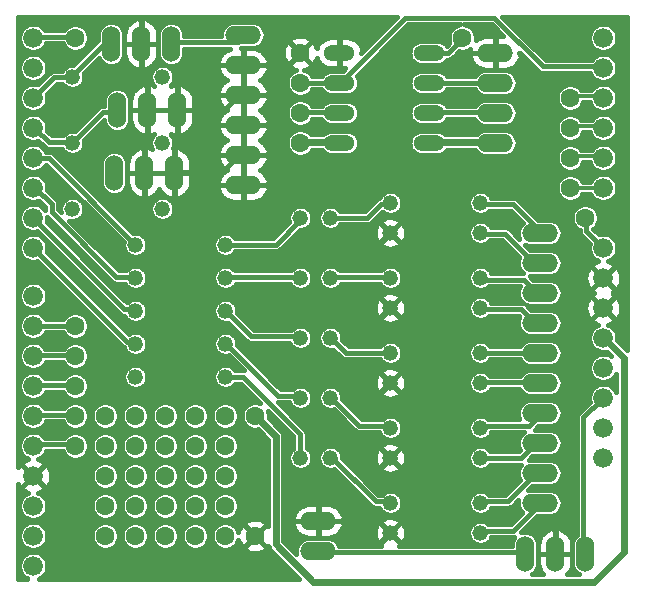
<source format=gtl>
G04 #@! TF.GenerationSoftware,KiCad,Pcbnew,(5.0.0)*
G04 #@! TF.CreationDate,2018-11-08T10:10:23+09:00*
G04 #@! TF.ProjectId,HeadphoneSwitch,4865616470686F6E655377697463682E,rev?*
G04 #@! TF.SameCoordinates,Original*
G04 #@! TF.FileFunction,Copper,L1,Top,Signal*
G04 #@! TF.FilePolarity,Positive*
%FSLAX46Y46*%
G04 Gerber Fmt 4.6, Leading zero omitted, Abs format (unit mm)*
G04 Created by KiCad (PCBNEW (5.0.0)) date 11/08/18 10:10:23*
%MOMM*%
%LPD*%
G01*
G04 APERTURE LIST*
G04 #@! TA.AperFunction,ComponentPad*
%ADD10O,1.524000X3.048000*%
G04 #@! TD*
G04 #@! TA.AperFunction,ComponentPad*
%ADD11O,2.641600X1.320800*%
G04 #@! TD*
G04 #@! TA.AperFunction,ComponentPad*
%ADD12O,3.048000X1.524000*%
G04 #@! TD*
G04 #@! TA.AperFunction,ComponentPad*
%ADD13C,1.320800*%
G04 #@! TD*
G04 #@! TA.AperFunction,ComponentPad*
%ADD14C,1.600200*%
G04 #@! TD*
G04 #@! TA.AperFunction,ComponentPad*
%ADD15C,1.676400*%
G04 #@! TD*
G04 #@! TA.AperFunction,Conductor*
%ADD16C,0.609600*%
G04 #@! TD*
G04 #@! TA.AperFunction,Conductor*
%ADD17C,0.406400*%
G04 #@! TD*
G04 #@! TA.AperFunction,Conductor*
%ADD18C,0.304800*%
G04 #@! TD*
G04 APERTURE END LIST*
D10*
G04 #@! TO.P,DSS62,3*
G04 #@! TO.N,/D2*
X153619100Y-83521600D03*
G04 #@! TO.P,DSS62,2*
G04 #@! TO.N,GND1*
X156159100Y-83521600D03*
G04 #@! TO.P,DSS62,1*
G04 #@! TO.N,Net-(DSS62-Pad1)*
X158699100Y-83521600D03*
G04 #@! TD*
G04 #@! TO.P,DSS63,3*
G04 #@! TO.N,/D3*
X154127100Y-89109600D03*
G04 #@! TO.P,DSS63,2*
G04 #@! TO.N,GND1*
X156667100Y-89109600D03*
G04 #@! TO.P,DSS63,1*
X159207100Y-89109600D03*
G04 #@! TD*
G04 #@! TO.P,DSS64,3*
G04 #@! TO.N,/D1*
X153873100Y-94443600D03*
G04 #@! TO.P,DSS64,2*
G04 #@! TO.N,GND1*
X156413100Y-94443600D03*
G04 #@! TO.P,DSS64,1*
X158953100Y-94443600D03*
G04 #@! TD*
G04 #@! TO.P,DSS65,3*
G04 #@! TO.N,/RESET*
X193751100Y-126701600D03*
G04 #@! TO.P,DSS65,2*
G04 #@! TO.N,GND1*
X191211100Y-126701600D03*
G04 #@! TO.P,DSS65,1*
G04 #@! TO.N,Net-(DSS65-Pad1)*
X188671100Y-126701600D03*
G04 #@! TD*
D11*
G04 #@! TO.P,IC1,8*
G04 #@! TO.N,VCC*
X172923100Y-91903600D03*
G04 #@! TO.P,IC1,7*
G04 #@! TO.N,/SCL5V*
X172923100Y-89363600D03*
G04 #@! TO.P,IC1,6*
G04 #@! TO.N,/SDA5V*
X172923100Y-86823600D03*
G04 #@! TO.P,IC1,5*
G04 #@! TO.N,GND1*
X172923100Y-84283600D03*
G04 #@! TO.P,IC1,4*
G04 #@! TO.N,Net-(IC1-Pad4)*
X180543100Y-84283600D03*
G04 #@! TO.P,IC1,3*
G04 #@! TO.N,Net-(IC1-Pad3)*
X180543100Y-86823600D03*
G04 #@! TO.P,IC1,2*
G04 #@! TO.N,Net-(IC1-Pad2)*
X180543100Y-89363600D03*
G04 #@! TO.P,IC1,1*
G04 #@! TO.N,+3V3*
X180543100Y-91903600D03*
G04 #@! TD*
D12*
G04 #@! TO.P,JP10,10*
G04 #@! TO.N,Net-(JP10-Pad10)*
X189941100Y-122383600D03*
G04 #@! TO.P,JP10,9*
G04 #@! TO.N,Net-(JP10-Pad9)*
X189941100Y-119843600D03*
G04 #@! TO.P,JP10,8*
G04 #@! TO.N,Net-(JP10-Pad8)*
X189941100Y-117303600D03*
G04 #@! TO.P,JP10,7*
G04 #@! TO.N,Net-(JP10-Pad7)*
X189941100Y-114763600D03*
G04 #@! TO.P,JP10,6*
G04 #@! TO.N,Net-(JP10-Pad6)*
X189941100Y-112223600D03*
G04 #@! TO.P,JP10,5*
G04 #@! TO.N,Net-(JP10-Pad5)*
X189941100Y-109683600D03*
G04 #@! TO.P,JP10,4*
G04 #@! TO.N,Net-(JP10-Pad4)*
X189941100Y-107143600D03*
G04 #@! TO.P,JP10,3*
G04 #@! TO.N,Net-(JP10-Pad3)*
X189941100Y-104603600D03*
G04 #@! TO.P,JP10,2*
G04 #@! TO.N,Net-(JP10-Pad2)*
X189941100Y-102063600D03*
G04 #@! TO.P,JP10,1*
G04 #@! TO.N,Net-(JP10-Pad1)*
X189941100Y-99523600D03*
G04 #@! TD*
G04 #@! TO.P,JP7,4*
G04 #@! TO.N,GND1*
X186131100Y-84283600D03*
G04 #@! TO.P,JP7,3*
G04 #@! TO.N,Net-(IC1-Pad3)*
X186131100Y-86823600D03*
G04 #@! TO.P,JP7,2*
G04 #@! TO.N,Net-(IC1-Pad2)*
X186131100Y-89363600D03*
G04 #@! TO.P,JP7,1*
G04 #@! TO.N,+3V3*
X186131100Y-91903600D03*
G04 #@! TD*
G04 #@! TO.P,JP8,6*
G04 #@! TO.N,GND1*
X164795100Y-95459600D03*
G04 #@! TO.P,JP8,5*
X164795100Y-92919600D03*
G04 #@! TO.P,JP8,4*
X164795100Y-90379600D03*
G04 #@! TO.P,JP8,3*
X164795100Y-87839600D03*
G04 #@! TO.P,JP8,2*
X164795100Y-85299600D03*
G04 #@! TO.P,JP8,1*
G04 #@! TO.N,Net-(DSS62-Pad1)*
X164795100Y-82759600D03*
G04 #@! TD*
G04 #@! TO.P,JP9,2*
G04 #@! TO.N,GND1*
X171145100Y-123907600D03*
G04 #@! TO.P,JP9,1*
G04 #@! TO.N,Net-(DSS65-Pad1)*
X171145100Y-126447600D03*
G04 #@! TD*
D13*
G04 #@! TO.P,LED1,K*
G04 #@! TO.N,Net-(LED1-PadK)*
X172161100Y-98253600D03*
G04 #@! TO.P,LED1,A*
G04 #@! TO.N,Net-(LED1-PadA)*
X169621100Y-98253600D03*
G04 #@! TD*
G04 #@! TO.P,LED2,K*
G04 #@! TO.N,Net-(LED2-PadK)*
X172161100Y-103333600D03*
G04 #@! TO.P,LED2,A*
G04 #@! TO.N,Net-(LED2-PadA)*
X169621100Y-103333600D03*
G04 #@! TD*
G04 #@! TO.P,LED3,K*
G04 #@! TO.N,Net-(LED3-PadK)*
X172161100Y-108413600D03*
G04 #@! TO.P,LED3,A*
G04 #@! TO.N,Net-(LED3-PadA)*
X169621100Y-108413600D03*
G04 #@! TD*
G04 #@! TO.P,LED4,K*
G04 #@! TO.N,Net-(LED4-PadK)*
X172161100Y-113493600D03*
G04 #@! TO.P,LED4,A*
G04 #@! TO.N,Net-(LED4-PadA)*
X169621100Y-113493600D03*
G04 #@! TD*
G04 #@! TO.P,LED5,K*
G04 #@! TO.N,Net-(LED5-PadK)*
X172161100Y-118573600D03*
G04 #@! TO.P,LED5,A*
G04 #@! TO.N,Net-(LED5-PadA)*
X169621100Y-118573600D03*
G04 #@! TD*
G04 #@! TO.P,OK1,4*
G04 #@! TO.N,Net-(JP10-Pad1)*
X184861100Y-96983600D03*
G04 #@! TO.P,OK1,3*
G04 #@! TO.N,Net-(JP10-Pad2)*
X184861100Y-99523600D03*
G04 #@! TO.P,OK1,2*
G04 #@! TO.N,GND1*
X177241100Y-99523600D03*
G04 #@! TO.P,OK1,1*
G04 #@! TO.N,Net-(LED1-PadK)*
X177241100Y-96983600D03*
G04 #@! TD*
G04 #@! TO.P,OK2,4*
G04 #@! TO.N,Net-(JP10-Pad3)*
X184861100Y-103333600D03*
G04 #@! TO.P,OK2,3*
G04 #@! TO.N,Net-(JP10-Pad4)*
X184861100Y-105873600D03*
G04 #@! TO.P,OK2,2*
G04 #@! TO.N,GND1*
X177241100Y-105873600D03*
G04 #@! TO.P,OK2,1*
G04 #@! TO.N,Net-(LED2-PadK)*
X177241100Y-103333600D03*
G04 #@! TD*
G04 #@! TO.P,OK3,4*
G04 #@! TO.N,Net-(JP10-Pad5)*
X184861100Y-109683600D03*
G04 #@! TO.P,OK3,3*
G04 #@! TO.N,Net-(JP10-Pad6)*
X184861100Y-112223600D03*
G04 #@! TO.P,OK3,2*
G04 #@! TO.N,GND1*
X177241100Y-112223600D03*
G04 #@! TO.P,OK3,1*
G04 #@! TO.N,Net-(LED3-PadK)*
X177241100Y-109683600D03*
G04 #@! TD*
G04 #@! TO.P,OK4,4*
G04 #@! TO.N,Net-(JP10-Pad7)*
X184861100Y-116033600D03*
G04 #@! TO.P,OK4,3*
G04 #@! TO.N,Net-(JP10-Pad8)*
X184861100Y-118573600D03*
G04 #@! TO.P,OK4,2*
G04 #@! TO.N,GND1*
X177241100Y-118573600D03*
G04 #@! TO.P,OK4,1*
G04 #@! TO.N,Net-(LED4-PadK)*
X177241100Y-116033600D03*
G04 #@! TD*
G04 #@! TO.P,OK5,4*
G04 #@! TO.N,Net-(JP10-Pad9)*
X184861100Y-122383600D03*
G04 #@! TO.P,OK5,3*
G04 #@! TO.N,Net-(JP10-Pad10)*
X184861100Y-124923600D03*
G04 #@! TO.P,OK5,2*
G04 #@! TO.N,GND1*
X177241100Y-124923600D03*
G04 #@! TO.P,OK5,1*
G04 #@! TO.N,Net-(LED5-PadK)*
X177241100Y-122383600D03*
G04 #@! TD*
D14*
G04 #@! TO.P,PAD1,1*
G04 #@! TO.N,Net-(PAD1-Pad1)*
X193751100Y-98253600D03*
G04 #@! TD*
G04 #@! TO.P,PAD10,1*
G04 #@! TO.N,Net-(PAD10-Pad1)*
X150571100Y-109937600D03*
G04 #@! TD*
G04 #@! TO.P,PAD11,1*
G04 #@! TO.N,Net-(PAD11-Pad1)*
X150571100Y-107397600D03*
G04 #@! TD*
G04 #@! TO.P,PAD12,1*
G04 #@! TO.N,Net-(PAD12-Pad1)*
X150571100Y-83013600D03*
G04 #@! TD*
G04 #@! TO.P,PAD13,1*
G04 #@! TO.N,Net-(PAD13-Pad1)*
X163271100Y-122637600D03*
G04 #@! TD*
G04 #@! TO.P,PAD14,1*
G04 #@! TO.N,Net-(PAD14-Pad1)*
X160731100Y-122637600D03*
G04 #@! TD*
G04 #@! TO.P,PAD15,1*
G04 #@! TO.N,Net-(PAD15-Pad1)*
X158191100Y-122637600D03*
G04 #@! TD*
G04 #@! TO.P,PAD16,1*
G04 #@! TO.N,Net-(PAD16-Pad1)*
X155651100Y-122637600D03*
G04 #@! TD*
G04 #@! TO.P,PAD17,1*
G04 #@! TO.N,Net-(PAD17-Pad1)*
X153111100Y-122637600D03*
G04 #@! TD*
G04 #@! TO.P,PAD18,1*
G04 #@! TO.N,Net-(PAD18-Pad1)*
X163271100Y-117557600D03*
G04 #@! TD*
G04 #@! TO.P,PAD19,1*
G04 #@! TO.N,Net-(PAD19-Pad1)*
X160731100Y-117557600D03*
G04 #@! TD*
G04 #@! TO.P,PAD2,1*
G04 #@! TO.N,Net-(IC1-Pad4)*
X183337100Y-83013600D03*
G04 #@! TD*
G04 #@! TO.P,PAD20,1*
G04 #@! TO.N,Net-(PAD20-Pad1)*
X158191100Y-117557600D03*
G04 #@! TD*
G04 #@! TO.P,PAD21,1*
G04 #@! TO.N,Net-(PAD21-Pad1)*
X155651100Y-117557600D03*
G04 #@! TD*
G04 #@! TO.P,PAD22,1*
G04 #@! TO.N,Net-(PAD22-Pad1)*
X153111100Y-117557600D03*
G04 #@! TD*
G04 #@! TO.P,PAD23,1*
G04 #@! TO.N,Net-(PAD23-Pad1)*
X153111100Y-125177600D03*
G04 #@! TD*
G04 #@! TO.P,PAD24,1*
G04 #@! TO.N,Net-(PAD24-Pad1)*
X163271100Y-120097600D03*
G04 #@! TD*
G04 #@! TO.P,PAD25,1*
G04 #@! TO.N,Net-(PAD25-Pad1)*
X160731100Y-120097600D03*
G04 #@! TD*
G04 #@! TO.P,PAD26,1*
G04 #@! TO.N,Net-(PAD26-Pad1)*
X158191100Y-120097600D03*
G04 #@! TD*
G04 #@! TO.P,PAD27,1*
G04 #@! TO.N,Net-(PAD27-Pad1)*
X155651100Y-120097600D03*
G04 #@! TD*
G04 #@! TO.P,PAD28,1*
G04 #@! TO.N,Net-(PAD28-Pad1)*
X153111100Y-120097600D03*
G04 #@! TD*
G04 #@! TO.P,PAD29,1*
G04 #@! TO.N,Net-(PAD29-Pad1)*
X163271100Y-115017600D03*
G04 #@! TD*
G04 #@! TO.P,PAD3,1*
G04 #@! TO.N,VCC*
X169621100Y-91903600D03*
G04 #@! TD*
G04 #@! TO.P,PAD30,1*
G04 #@! TO.N,Net-(PAD30-Pad1)*
X160731100Y-115017600D03*
G04 #@! TD*
G04 #@! TO.P,PAD31,1*
G04 #@! TO.N,Net-(PAD31-Pad1)*
X158191100Y-115017600D03*
G04 #@! TD*
G04 #@! TO.P,PAD32,1*
G04 #@! TO.N,Net-(PAD32-Pad1)*
X155651100Y-115017600D03*
G04 #@! TD*
G04 #@! TO.P,PAD33,1*
G04 #@! TO.N,Net-(PAD33-Pad1)*
X153111100Y-115017600D03*
G04 #@! TD*
G04 #@! TO.P,PAD34,1*
G04 #@! TO.N,Net-(PAD34-Pad1)*
X163271100Y-125177600D03*
G04 #@! TD*
G04 #@! TO.P,PAD35,1*
G04 #@! TO.N,Net-(PAD35-Pad1)*
X160731100Y-125177600D03*
G04 #@! TD*
G04 #@! TO.P,PAD36,1*
G04 #@! TO.N,Net-(PAD36-Pad1)*
X158191100Y-125177600D03*
G04 #@! TD*
G04 #@! TO.P,PAD37,1*
G04 #@! TO.N,Net-(PAD37-Pad1)*
X155651100Y-125177600D03*
G04 #@! TD*
G04 #@! TO.P,PAD38,1*
G04 #@! TO.N,VCC*
X165811100Y-115017600D03*
G04 #@! TD*
G04 #@! TO.P,PAD39,1*
G04 #@! TO.N,GND1*
X165811100Y-125177600D03*
G04 #@! TD*
G04 #@! TO.P,PAD4,1*
G04 #@! TO.N,/SCL5V*
X169621100Y-89363600D03*
G04 #@! TD*
G04 #@! TO.P,PAD5,1*
G04 #@! TO.N,/SDA5V*
X169621100Y-86823600D03*
G04 #@! TD*
G04 #@! TO.P,PAD6,1*
G04 #@! TO.N,GND1*
X169621100Y-84283600D03*
G04 #@! TD*
G04 #@! TO.P,PAD7,1*
G04 #@! TO.N,Net-(PAD7-Pad1)*
X150571100Y-117557600D03*
G04 #@! TD*
G04 #@! TO.P,PAD8,1*
G04 #@! TO.N,Net-(PAD8-Pad1)*
X150571100Y-115017600D03*
G04 #@! TD*
G04 #@! TO.P,PAD9,1*
G04 #@! TO.N,Net-(PAD9-Pad1)*
X150571100Y-112477600D03*
G04 #@! TD*
D13*
G04 #@! TO.P,R10,2*
G04 #@! TO.N,Net-(LED5-PadA)*
X163271100Y-111715600D03*
G04 #@! TO.P,R10,1*
G04 #@! TO.N,/D8*
X155651100Y-111715600D03*
G04 #@! TD*
G04 #@! TO.P,R5,2*
G04 #@! TO.N,VCC*
X157937100Y-97491600D03*
G04 #@! TO.P,R5,1*
G04 #@! TO.N,/D1*
X150317100Y-97491600D03*
G04 #@! TD*
G04 #@! TO.P,R3,2*
G04 #@! TO.N,VCC*
X157937100Y-86315600D03*
G04 #@! TO.P,R3,1*
G04 #@! TO.N,/D2*
X150317100Y-86315600D03*
G04 #@! TD*
G04 #@! TO.P,R4,2*
G04 #@! TO.N,VCC*
X157937100Y-91903600D03*
G04 #@! TO.P,R4,1*
G04 #@! TO.N,/D3*
X150317100Y-91903600D03*
G04 #@! TD*
G04 #@! TO.P,R6,2*
G04 #@! TO.N,Net-(LED1-PadA)*
X163271100Y-100539600D03*
G04 #@! TO.P,R6,1*
G04 #@! TO.N,/D4*
X155651100Y-100539600D03*
G04 #@! TD*
G04 #@! TO.P,R7,2*
G04 #@! TO.N,Net-(LED2-PadA)*
X163271100Y-103333600D03*
G04 #@! TO.P,R7,1*
G04 #@! TO.N,/D5*
X155651100Y-103333600D03*
G04 #@! TD*
G04 #@! TO.P,R8,2*
G04 #@! TO.N,Net-(LED3-PadA)*
X163271100Y-106127600D03*
G04 #@! TO.P,R8,1*
G04 #@! TO.N,/D6*
X155651100Y-106127600D03*
G04 #@! TD*
G04 #@! TO.P,R9,2*
G04 #@! TO.N,Net-(LED4-PadA)*
X163271100Y-108921600D03*
G04 #@! TO.P,R9,1*
G04 #@! TO.N,/D7*
X155651100Y-108921600D03*
G04 #@! TD*
D15*
G04 #@! TO.P,U1,RESERVED*
G04 #@! TO.N,Net-(U1-PadRESERVED)*
X195275100Y-118573600D03*
G04 #@! TO.P,U1,IOREF*
G04 #@! TO.N,Net-(U1-PadIOREF)*
X195275100Y-116033600D03*
G04 #@! TO.P,U1,SCL*
G04 #@! TO.N,Net-(U1-PadSCL)*
X147015100Y-127717600D03*
G04 #@! TO.P,U1,SDA*
G04 #@! TO.N,Net-(U1-PadSDA)*
X147015100Y-125177600D03*
G04 #@! TO.P,U1,RESET*
G04 #@! TO.N,/RESET*
X195275100Y-113493600D03*
G04 #@! TO.P,U1,3V*
G04 #@! TO.N,+3V3*
X195275100Y-110953600D03*
G04 #@! TO.P,U1,5V*
G04 #@! TO.N,VCC*
X195275100Y-108413600D03*
G04 #@! TO.P,U1,GND2*
G04 #@! TO.N,GND1*
X195275100Y-105873600D03*
G04 #@! TO.P,U1,GND1*
X195275100Y-103333600D03*
G04 #@! TO.P,U1,VIN*
G04 #@! TO.N,Net-(PAD1-Pad1)*
X195275100Y-100793600D03*
G04 #@! TO.P,U1,A5*
G04 #@! TO.N,/SCL5V*
X195275100Y-83013600D03*
G04 #@! TO.P,U1,A4*
G04 #@! TO.N,/SDA5V*
X195275100Y-85553600D03*
G04 #@! TO.P,U1,A3*
G04 #@! TO.N,Net-(PAD43-Pad1)*
X195275100Y-88093600D03*
G04 #@! TO.P,U1,A2*
G04 #@! TO.N,Net-(PAD42-Pad1)*
X195275100Y-90633600D03*
G04 #@! TO.P,U1,A1*
G04 #@! TO.N,Net-(PAD41-Pad1)*
X195275100Y-93173600D03*
G04 #@! TO.P,U1,AREF*
G04 #@! TO.N,Net-(U1-PadAREF)*
X147015100Y-122637600D03*
G04 #@! TO.P,U1,GND*
G04 #@! TO.N,GND1*
X147015100Y-120097600D03*
G04 #@! TO.P,U1,D13*
G04 #@! TO.N,Net-(PAD7-Pad1)*
X147015100Y-117557600D03*
G04 #@! TO.P,U1,D12*
G04 #@! TO.N,Net-(PAD8-Pad1)*
X147015100Y-115017600D03*
G04 #@! TO.P,U1,D11*
G04 #@! TO.N,Net-(PAD9-Pad1)*
X147015100Y-112477600D03*
G04 #@! TO.P,U1,D10*
G04 #@! TO.N,Net-(PAD10-Pad1)*
X147015100Y-109937600D03*
G04 #@! TO.P,U1,D9*
G04 #@! TO.N,Net-(PAD11-Pad1)*
X147015100Y-107397600D03*
G04 #@! TO.P,U1,D8*
G04 #@! TO.N,/D8*
X147015100Y-104857600D03*
G04 #@! TO.P,U1,D7*
G04 #@! TO.N,/D7*
X147015100Y-100793600D03*
G04 #@! TO.P,U1,D6*
G04 #@! TO.N,/D6*
X147015100Y-98253600D03*
G04 #@! TO.P,U1,D5*
G04 #@! TO.N,/D5*
X147015100Y-95713600D03*
G04 #@! TO.P,U1,D0*
G04 #@! TO.N,Net-(PAD12-Pad1)*
X147015100Y-83013600D03*
G04 #@! TO.P,U1,D1*
G04 #@! TO.N,/D1*
X147015100Y-85553600D03*
G04 #@! TO.P,U1,D2*
G04 #@! TO.N,/D2*
X147015100Y-88093600D03*
G04 #@! TO.P,U1,D3*
G04 #@! TO.N,/D3*
X147015100Y-90633600D03*
G04 #@! TO.P,U1,A0*
G04 #@! TO.N,Net-(PAD40-Pad1)*
X195275100Y-95713600D03*
G04 #@! TO.P,U1,D4*
G04 #@! TO.N,/D4*
X147015100Y-93173600D03*
G04 #@! TD*
D14*
G04 #@! TO.P,PAD40,1*
G04 #@! TO.N,Net-(PAD40-Pad1)*
X192481100Y-95713600D03*
G04 #@! TD*
G04 #@! TO.P,PAD41,1*
G04 #@! TO.N,Net-(PAD41-Pad1)*
X192481100Y-93173600D03*
G04 #@! TD*
G04 #@! TO.P,PAD42,1*
G04 #@! TO.N,Net-(PAD42-Pad1)*
X192481100Y-90633600D03*
G04 #@! TD*
G04 #@! TO.P,PAD43,1*
G04 #@! TO.N,Net-(PAD43-Pad1)*
X192481100Y-88093600D03*
G04 #@! TD*
D16*
G04 #@! TO.N,+3V3*
X186054900Y-91827400D02*
X180568500Y-91827400D01*
X180568500Y-91827400D02*
X180543100Y-91903600D01*
X186054900Y-91827400D02*
X186131100Y-91903600D01*
D17*
G04 #@! TO.N,GND1*
X163194900Y-89084200D02*
X159308700Y-89084200D01*
X164337900Y-87941200D02*
X163194900Y-89084200D01*
X164795100Y-87941200D02*
X164337900Y-87941200D01*
X159308700Y-89084200D02*
X159207100Y-89109600D01*
X164795100Y-87941200D02*
X164795100Y-87839600D01*
X162966300Y-94342000D02*
X159080100Y-94342000D01*
X164337900Y-92970400D02*
X162966300Y-94342000D01*
X164795100Y-92970400D02*
X164337900Y-92970400D01*
X159080100Y-94342000D02*
X158953100Y-94443600D01*
X164795100Y-92970400D02*
X164795100Y-92919600D01*
D16*
G04 #@! TO.N,VCC*
X169824300Y-91827400D02*
X172796100Y-91827400D01*
X172796100Y-91827400D02*
X172923100Y-91903600D01*
X169824300Y-91827400D02*
X169621100Y-91903600D01*
X197027700Y-110115400D02*
X195427500Y-108515200D01*
X197027700Y-126574600D02*
X197027700Y-110115400D01*
X194513100Y-129089200D02*
X197027700Y-126574600D01*
X170738700Y-129089200D02*
X194513100Y-129089200D01*
X167538300Y-125888800D02*
X170738700Y-129089200D01*
X167538300Y-116744800D02*
X167538300Y-125888800D01*
X165811100Y-115017600D02*
X167538300Y-116744800D01*
X195427500Y-108515200D02*
X195275100Y-108413600D01*
D17*
G04 #@! TO.N,Net-(LED1-PadK)*
X175310700Y-98228200D02*
X172338900Y-98228200D01*
X176453700Y-97085200D02*
X175310700Y-98228200D01*
X177139500Y-97085200D02*
X176453700Y-97085200D01*
X172338900Y-98228200D02*
X172161100Y-98253600D01*
X177139500Y-97085200D02*
X177241100Y-96983600D01*
G04 #@! TO.N,Net-(LED1-PadA)*
X167538300Y-100514200D02*
X163423500Y-100514200D01*
X169595700Y-98456800D02*
X167538300Y-100514200D01*
X163423500Y-100514200D02*
X163271100Y-100539600D01*
X169595700Y-98456800D02*
X169621100Y-98253600D01*
G04 #@! TO.N,Net-(LED2-PadK)*
X177139500Y-103257400D02*
X172338900Y-103257400D01*
X172338900Y-103257400D02*
X172161100Y-103333600D01*
X177139500Y-103257400D02*
X177241100Y-103333600D01*
G04 #@! TO.N,Net-(LED2-PadA)*
X169595700Y-103257400D02*
X163423500Y-103257400D01*
X163423500Y-103257400D02*
X163271100Y-103333600D01*
X169595700Y-103257400D02*
X169621100Y-103333600D01*
G04 #@! TO.N,Net-(LED3-PadK)*
X173481900Y-109658200D02*
X177139500Y-109658200D01*
X172338900Y-108515200D02*
X173481900Y-109658200D01*
X177139500Y-109658200D02*
X177241100Y-109683600D01*
X172338900Y-108515200D02*
X172161100Y-108413600D01*
G04 #@! TO.N,Net-(LED3-PadA)*
X165480900Y-108286600D02*
X169595700Y-108286600D01*
X163423500Y-106229200D02*
X165480900Y-108286600D01*
X169595700Y-108286600D02*
X169621100Y-108413600D01*
X163423500Y-106229200D02*
X163271100Y-106127600D01*
G04 #@! TO.N,Net-(LED4-PadK)*
X174624900Y-115830400D02*
X177139500Y-115830400D01*
X172338900Y-113544400D02*
X174624900Y-115830400D01*
X177139500Y-115830400D02*
X177241100Y-116033600D01*
X172338900Y-113544400D02*
X172161100Y-113493600D01*
G04 #@! TO.N,Net-(LED4-PadA)*
X167766900Y-113315800D02*
X169595700Y-113315800D01*
X163423500Y-108972400D02*
X167766900Y-113315800D01*
X169595700Y-113315800D02*
X169621100Y-113493600D01*
X163423500Y-108972400D02*
X163271100Y-108921600D01*
G04 #@! TO.N,Net-(LED5-PadK)*
X175996500Y-122231200D02*
X177139500Y-122231200D01*
X172338900Y-118573600D02*
X175996500Y-122231200D01*
X177139500Y-122231200D02*
X177241100Y-122383600D01*
X172338900Y-118573600D02*
X172161100Y-118573600D01*
G04 #@! TO.N,Net-(LED5-PadA)*
X164795100Y-111715600D02*
X163271100Y-111715600D01*
X169595700Y-116516200D02*
X164795100Y-111715600D01*
X169595700Y-118573600D02*
X169595700Y-116516200D01*
X169595700Y-118573600D02*
X169621100Y-118573600D01*
G04 #@! TO.N,/D4*
X148335900Y-93199000D02*
X155651100Y-100514200D01*
X147192900Y-93199000D02*
X148335900Y-93199000D01*
X155651100Y-100514200D02*
X155651100Y-100539600D01*
X147192900Y-93199000D02*
X147015100Y-93173600D01*
G04 #@! TO.N,/D5*
X154050900Y-103257400D02*
X155651100Y-103257400D01*
X148564500Y-97771000D02*
X154050900Y-103257400D01*
X148564500Y-97085200D02*
X148564500Y-97771000D01*
X147192900Y-95713600D02*
X148564500Y-97085200D01*
X155651100Y-103257400D02*
X155651100Y-103333600D01*
X147192900Y-95713600D02*
X147015100Y-95713600D01*
G04 #@! TO.N,/D6*
X154736700Y-106000600D02*
X155651100Y-106000600D01*
X147192900Y-98456800D02*
X154736700Y-106000600D01*
X155651100Y-106000600D02*
X155651100Y-106127600D01*
X147192900Y-98456800D02*
X147015100Y-98253600D01*
G04 #@! TO.N,/D7*
X154965300Y-108743800D02*
X155651100Y-108743800D01*
X147015100Y-100793600D02*
X154965300Y-108743800D01*
X155651100Y-108743800D02*
X155651100Y-108921600D01*
G04 #@! TO.N,Net-(JP10-Pad1)*
X187655100Y-97085200D02*
X184911900Y-97085200D01*
X189941100Y-99371200D02*
X187655100Y-97085200D01*
X184911900Y-97085200D02*
X184861100Y-96983600D01*
X189941100Y-99371200D02*
X189941100Y-99523600D01*
G04 #@! TO.N,Net-(JP10-Pad2)*
X186969300Y-99599800D02*
X184911900Y-99599800D01*
X189255300Y-101885800D02*
X186969300Y-99599800D01*
X189941100Y-101885800D02*
X189255300Y-101885800D01*
X184911900Y-99599800D02*
X184861100Y-99523600D01*
X189941100Y-101885800D02*
X189941100Y-102063600D01*
G04 #@! TO.N,Net-(JP10-Pad3)*
X188569500Y-103486000D02*
X184911900Y-103486000D01*
X189483900Y-104400400D02*
X188569500Y-103486000D01*
X189941100Y-104400400D02*
X189483900Y-104400400D01*
X184911900Y-103486000D02*
X184861100Y-103333600D01*
X189941100Y-104400400D02*
X189941100Y-104603600D01*
G04 #@! TO.N,Net-(JP10-Pad4)*
X188340900Y-106000600D02*
X184911900Y-106000600D01*
X189483900Y-107143600D02*
X188340900Y-106000600D01*
X189941100Y-107143600D02*
X189483900Y-107143600D01*
X184911900Y-106000600D02*
X184861100Y-105873600D01*
G04 #@! TO.N,Net-(JP10-Pad5)*
X189941100Y-109658200D02*
X184911900Y-109658200D01*
X184911900Y-109658200D02*
X184861100Y-109683600D01*
X189941100Y-109658200D02*
X189941100Y-109683600D01*
G04 #@! TO.N,Net-(JP10-Pad6)*
X189941100Y-112172800D02*
X184911900Y-112172800D01*
X184911900Y-112172800D02*
X184861100Y-112223600D01*
X189941100Y-112172800D02*
X189941100Y-112223600D01*
G04 #@! TO.N,Net-(JP10-Pad7)*
X189026700Y-115830400D02*
X184911900Y-115830400D01*
X189941100Y-114916000D02*
X189026700Y-115830400D01*
X184911900Y-115830400D02*
X184861100Y-116033600D01*
X189941100Y-114916000D02*
X189941100Y-114763600D01*
G04 #@! TO.N,Net-(JP10-Pad8)*
X188340900Y-118573600D02*
X184861100Y-118573600D01*
X189483900Y-117430600D02*
X188340900Y-118573600D01*
X189941100Y-117430600D02*
X189483900Y-117430600D01*
X189941100Y-117430600D02*
X189941100Y-117303600D01*
G04 #@! TO.N,Net-(JP10-Pad9)*
X187197900Y-122231200D02*
X184911900Y-122231200D01*
X189483900Y-119945200D02*
X187197900Y-122231200D01*
X189941100Y-119945200D02*
X189483900Y-119945200D01*
X184911900Y-122231200D02*
X184861100Y-122383600D01*
X189941100Y-119945200D02*
X189941100Y-119843600D01*
G04 #@! TO.N,Net-(JP10-Pad10)*
X187655100Y-124745800D02*
X184911900Y-124745800D01*
X189941100Y-122459800D02*
X187655100Y-124745800D01*
X184911900Y-124745800D02*
X184861100Y-124923600D01*
X189941100Y-122459800D02*
X189941100Y-122383600D01*
G04 #@! TO.N,/D2*
X148793100Y-86341000D02*
X150164700Y-86341000D01*
X147192900Y-87941200D02*
X148793100Y-86341000D01*
X150164700Y-86341000D02*
X150317100Y-86315600D01*
X147192900Y-87941200D02*
X147015100Y-88093600D01*
X152907900Y-83597800D02*
X153593700Y-83597800D01*
X150393300Y-86112400D02*
X152907900Y-83597800D01*
X153593700Y-83597800D02*
X153619100Y-83521600D01*
X150393300Y-86112400D02*
X150317100Y-86315600D01*
G04 #@! TO.N,/D3*
X148335900Y-91827400D02*
X150164700Y-91827400D01*
X147192900Y-90684400D02*
X148335900Y-91827400D01*
X150164700Y-91827400D02*
X150317100Y-91903600D01*
X147192900Y-90684400D02*
X147015100Y-90633600D01*
X152907900Y-89312800D02*
X154050900Y-89312800D01*
X150317100Y-91903600D02*
X152907900Y-89312800D01*
X154050900Y-89312800D02*
X154127100Y-89109600D01*
G04 #@! TO.N,Net-(DSS62-Pad1)*
X164337900Y-83369200D02*
X158851500Y-83369200D01*
X164795100Y-82912000D02*
X164337900Y-83369200D01*
X158851500Y-83369200D02*
X158699100Y-83521600D01*
X164795100Y-82912000D02*
X164795100Y-82759600D01*
G04 #@! TO.N,/SCL5V*
X169824300Y-89312800D02*
X172796100Y-89312800D01*
X172796100Y-89312800D02*
X172923100Y-89363600D01*
X169824300Y-89312800D02*
X169621100Y-89363600D01*
G04 #@! TO.N,/SDA5V*
X169824300Y-86798200D02*
X172796100Y-86798200D01*
X172796100Y-86798200D02*
X172923100Y-86823600D01*
X169824300Y-86798200D02*
X169621100Y-86823600D01*
X190169700Y-85426600D02*
X195198900Y-85426600D01*
X186054900Y-81311800D02*
X190169700Y-85426600D01*
X178511100Y-81311800D02*
X186054900Y-81311800D01*
X173024700Y-86798200D02*
X178511100Y-81311800D01*
X195198900Y-85426600D02*
X195275100Y-85553600D01*
X173024700Y-86798200D02*
X172923100Y-86823600D01*
G04 #@! TO.N,Net-(IC1-Pad4)*
X182168700Y-84283600D02*
X180543100Y-84283600D01*
X183311700Y-83140600D02*
X182168700Y-84283600D01*
X183311700Y-83140600D02*
X183337100Y-83013600D01*
G04 #@! TO.N,Net-(IC1-Pad3)*
X186054900Y-86798200D02*
X180568500Y-86798200D01*
X180568500Y-86798200D02*
X180543100Y-86823600D01*
X186054900Y-86798200D02*
X186131100Y-86823600D01*
G04 #@! TO.N,Net-(IC1-Pad2)*
X186054900Y-89312800D02*
X180568500Y-89312800D01*
X180568500Y-89312800D02*
X180543100Y-89363600D01*
X186054900Y-89312800D02*
X186131100Y-89363600D01*
G04 #@! TO.N,Net-(PAD12-Pad1)*
X147192900Y-82912000D02*
X150393300Y-82912000D01*
X150393300Y-82912000D02*
X150571100Y-83013600D01*
X147192900Y-82912000D02*
X147015100Y-83013600D01*
G04 #@! TO.N,Net-(PAD10-Pad1)*
X147192900Y-109886800D02*
X150393300Y-109886800D01*
X150393300Y-109886800D02*
X150571100Y-109937600D01*
X147192900Y-109886800D02*
X147015100Y-109937600D01*
G04 #@! TO.N,Net-(PAD9-Pad1)*
X147192900Y-112401400D02*
X150393300Y-112401400D01*
X150393300Y-112401400D02*
X150571100Y-112477600D01*
X147192900Y-112401400D02*
X147015100Y-112477600D01*
G04 #@! TO.N,Net-(PAD8-Pad1)*
X147192900Y-114916000D02*
X150393300Y-114916000D01*
X150393300Y-114916000D02*
X150571100Y-115017600D01*
X147192900Y-114916000D02*
X147015100Y-115017600D01*
G04 #@! TO.N,Net-(PAD7-Pad1)*
X147192900Y-117430600D02*
X150393300Y-117430600D01*
X150393300Y-117430600D02*
X150571100Y-117557600D01*
X147192900Y-117430600D02*
X147015100Y-117557600D01*
G04 #@! TO.N,Net-(DSS65-Pad1)*
X171195900Y-126574600D02*
X188569500Y-126574600D01*
X188569500Y-126574600D02*
X188671100Y-126701600D01*
X171195900Y-126574600D02*
X171145100Y-126447600D01*
G04 #@! TO.N,Net-(PAD11-Pad1)*
X147192900Y-107372200D02*
X150393300Y-107372200D01*
X150393300Y-107372200D02*
X150571100Y-107397600D01*
X147192900Y-107372200D02*
X147015100Y-107397600D01*
G04 #@! TO.N,/RESET*
X193598700Y-115144600D02*
X193598700Y-126574600D01*
X195198900Y-113544400D02*
X193598700Y-115144600D01*
X193598700Y-126574600D02*
X193751100Y-126701600D01*
X195198900Y-113544400D02*
X195275100Y-113493600D01*
G04 #@! TO.N,Net-(PAD1-Pad1)*
X193827300Y-99371200D02*
X193827300Y-98456800D01*
X195198900Y-100742800D02*
X193827300Y-99371200D01*
X193827300Y-98456800D02*
X193751100Y-98253600D01*
X195198900Y-100742800D02*
X195275100Y-100793600D01*
D18*
G04 #@! TO.N,Net-(PAD43-Pad1)*
X195198900Y-87941200D02*
X192684300Y-87941200D01*
X192684300Y-87941200D02*
X192481100Y-88093600D01*
X195198900Y-87941200D02*
X195275100Y-88093600D01*
G04 #@! TO.N,Net-(PAD42-Pad1)*
X195198900Y-90455800D02*
X192684300Y-90455800D01*
X192684300Y-90455800D02*
X192481100Y-90633600D01*
X195198900Y-90455800D02*
X195275100Y-90633600D01*
G04 #@! TO.N,Net-(PAD41-Pad1)*
X195198900Y-92970400D02*
X192684300Y-92970400D01*
X192684300Y-92970400D02*
X192481100Y-93173600D01*
X195198900Y-92970400D02*
X195275100Y-93173600D01*
G04 #@! TO.N,Net-(PAD40-Pad1)*
X195275100Y-95713600D02*
X192481100Y-95713600D01*
G04 #@! TD*
D17*
G04 #@! TO.N,GND1*
G36*
X174774040Y-84258598D02*
X174738330Y-84258598D01*
X174883104Y-84052451D01*
X174883014Y-84050600D01*
X174812588Y-83801554D01*
X174694929Y-83571033D01*
X174534558Y-83367896D01*
X174337639Y-83199949D01*
X174111739Y-83073646D01*
X173865539Y-82993841D01*
X173608500Y-82963600D01*
X172948100Y-82963600D01*
X172948100Y-84258600D01*
X172968100Y-84258600D01*
X172968100Y-84308600D01*
X172948100Y-84308600D01*
X172948100Y-85603600D01*
X173429038Y-85603600D01*
X173225038Y-85807600D01*
X172212798Y-85807600D01*
X172063529Y-85822302D01*
X171872013Y-85880398D01*
X171695510Y-85974740D01*
X171540804Y-86101704D01*
X171427800Y-86239400D01*
X170620699Y-86239400D01*
X170518791Y-86086884D01*
X170357816Y-85925909D01*
X170168529Y-85799432D01*
X169958205Y-85712313D01*
X169942927Y-85709274D01*
X170152151Y-85650852D01*
X170408685Y-85520977D01*
X170462891Y-85484758D01*
X170523809Y-85221664D01*
X169621100Y-84318955D01*
X168718391Y-85221664D01*
X168779309Y-85484758D01*
X169029818Y-85625903D01*
X169289870Y-85711144D01*
X169283995Y-85712313D01*
X169073671Y-85799432D01*
X168884384Y-85925909D01*
X168723409Y-86086884D01*
X168596932Y-86276171D01*
X168509813Y-86486495D01*
X168465400Y-86709773D01*
X168465400Y-86937427D01*
X168509813Y-87160705D01*
X168596932Y-87371029D01*
X168723409Y-87560316D01*
X168884384Y-87721291D01*
X169073671Y-87847768D01*
X169283995Y-87934887D01*
X169507273Y-87979300D01*
X169734927Y-87979300D01*
X169958205Y-87934887D01*
X170168529Y-87847768D01*
X170357816Y-87721291D01*
X170518791Y-87560316D01*
X170645268Y-87371029D01*
X170651079Y-87357000D01*
X171395779Y-87357000D01*
X171413840Y-87390790D01*
X171540804Y-87545496D01*
X171695510Y-87672460D01*
X171872013Y-87766802D01*
X172063529Y-87824898D01*
X172212798Y-87839600D01*
X173633402Y-87839600D01*
X173782671Y-87824898D01*
X173974187Y-87766802D01*
X174150690Y-87672460D01*
X174305396Y-87545496D01*
X174432360Y-87390790D01*
X174526702Y-87214287D01*
X174584798Y-87022771D01*
X174604415Y-86823600D01*
X178861785Y-86823600D01*
X178881402Y-87022771D01*
X178939498Y-87214287D01*
X179033840Y-87390790D01*
X179160804Y-87545496D01*
X179315510Y-87672460D01*
X179492013Y-87766802D01*
X179683529Y-87824898D01*
X179832798Y-87839600D01*
X181253402Y-87839600D01*
X181402671Y-87824898D01*
X181594187Y-87766802D01*
X181770690Y-87672460D01*
X181925396Y-87545496D01*
X182052360Y-87390790D01*
X182070421Y-87357000D01*
X184386976Y-87357000D01*
X184435354Y-87447509D01*
X184575014Y-87617686D01*
X184745191Y-87757346D01*
X184939344Y-87861123D01*
X185150012Y-87925029D01*
X185314201Y-87941200D01*
X186947999Y-87941200D01*
X187112188Y-87925029D01*
X187322856Y-87861123D01*
X187517009Y-87757346D01*
X187687186Y-87617686D01*
X187826846Y-87447509D01*
X187930623Y-87253356D01*
X187994529Y-87042688D01*
X188016107Y-86823600D01*
X187994529Y-86604512D01*
X187930623Y-86393844D01*
X187826846Y-86199691D01*
X187687186Y-86029514D01*
X187517009Y-85889854D01*
X187322856Y-85786077D01*
X187112188Y-85722171D01*
X186947999Y-85706000D01*
X185314201Y-85706000D01*
X185150012Y-85722171D01*
X184939344Y-85786077D01*
X184745191Y-85889854D01*
X184575014Y-86029514D01*
X184435354Y-86199691D01*
X184414129Y-86239400D01*
X182038400Y-86239400D01*
X181925396Y-86101704D01*
X181770690Y-85974740D01*
X181594187Y-85880398D01*
X181402671Y-85822302D01*
X181253402Y-85807600D01*
X179832798Y-85807600D01*
X179683529Y-85822302D01*
X179492013Y-85880398D01*
X179315510Y-85974740D01*
X179160804Y-86101704D01*
X179033840Y-86256410D01*
X178939498Y-86432913D01*
X178881402Y-86624429D01*
X178861785Y-86823600D01*
X174604415Y-86823600D01*
X174584798Y-86624429D01*
X174526702Y-86432913D01*
X174432360Y-86256410D01*
X174398279Y-86214883D01*
X178742562Y-81870600D01*
X183159426Y-81870600D01*
X182999995Y-81902313D01*
X182789671Y-81989432D01*
X182600384Y-82115909D01*
X182439409Y-82276884D01*
X182312932Y-82466171D01*
X182225813Y-82676495D01*
X182181400Y-82899773D01*
X182181400Y-83127427D01*
X182225813Y-83350705D01*
X182250861Y-83411176D01*
X182004250Y-83657788D01*
X181925396Y-83561704D01*
X181770690Y-83434740D01*
X181594187Y-83340398D01*
X181402671Y-83282302D01*
X181253402Y-83267600D01*
X179832798Y-83267600D01*
X179683529Y-83282302D01*
X179492013Y-83340398D01*
X179315510Y-83434740D01*
X179160804Y-83561704D01*
X179033840Y-83716410D01*
X178939498Y-83892913D01*
X178881402Y-84084429D01*
X178861785Y-84283600D01*
X178881402Y-84482771D01*
X178939498Y-84674287D01*
X179033840Y-84850790D01*
X179160804Y-85005496D01*
X179315510Y-85132460D01*
X179492013Y-85226802D01*
X179683529Y-85284898D01*
X179832798Y-85299600D01*
X181253402Y-85299600D01*
X181402671Y-85284898D01*
X181594187Y-85226802D01*
X181770690Y-85132460D01*
X181925396Y-85005496D01*
X182052360Y-84850790D01*
X182056845Y-84842400D01*
X182141258Y-84842400D01*
X182168700Y-84845103D01*
X182196142Y-84842400D01*
X182196144Y-84842400D01*
X182278244Y-84834314D01*
X182383578Y-84802361D01*
X182480654Y-84750473D01*
X182565743Y-84680643D01*
X182583243Y-84659319D01*
X182711917Y-84530645D01*
X183969130Y-84530645D01*
X183969938Y-84536421D01*
X184046145Y-84804526D01*
X184173193Y-85052612D01*
X184346199Y-85271145D01*
X184558514Y-85451728D01*
X184801980Y-85587420D01*
X185067240Y-85673007D01*
X185344100Y-85705200D01*
X186106100Y-85705200D01*
X186106100Y-84308600D01*
X184112649Y-84308600D01*
X183969130Y-84530645D01*
X182711917Y-84530645D01*
X183098151Y-84144412D01*
X183223273Y-84169300D01*
X183450927Y-84169300D01*
X183674205Y-84124887D01*
X183884529Y-84037768D01*
X183987510Y-83968959D01*
X183969938Y-84030779D01*
X183969130Y-84036555D01*
X184112649Y-84258600D01*
X186106100Y-84258600D01*
X186106100Y-82862000D01*
X185344100Y-82862000D01*
X185067240Y-82894193D01*
X184801980Y-82979780D01*
X184558514Y-83115472D01*
X184482280Y-83180312D01*
X184492800Y-83127427D01*
X184492800Y-82899773D01*
X184448387Y-82676495D01*
X184361268Y-82466171D01*
X184234791Y-82276884D01*
X184073816Y-82115909D01*
X183884529Y-81989432D01*
X183674205Y-81902313D01*
X183514774Y-81870600D01*
X185823438Y-81870600D01*
X186814838Y-82862000D01*
X186156100Y-82862000D01*
X186156100Y-84258600D01*
X186176100Y-84258600D01*
X186176100Y-84308600D01*
X186156100Y-84308600D01*
X186156100Y-85705200D01*
X186918100Y-85705200D01*
X187194960Y-85673007D01*
X187460220Y-85587420D01*
X187703686Y-85451728D01*
X187916001Y-85271145D01*
X188089007Y-85052612D01*
X188216055Y-84804526D01*
X188292262Y-84536421D01*
X188293070Y-84530645D01*
X188149552Y-84308602D01*
X188261439Y-84308602D01*
X189755162Y-85802325D01*
X189772657Y-85823643D01*
X189857746Y-85893473D01*
X189954822Y-85945361D01*
X190060156Y-85977314D01*
X190142256Y-85985400D01*
X190142258Y-85985400D01*
X190169700Y-85988103D01*
X190197142Y-85985400D01*
X194161797Y-85985400D01*
X194217168Y-86119076D01*
X194347815Y-86314603D01*
X194514097Y-86480885D01*
X194709624Y-86611532D01*
X194926881Y-86701523D01*
X195157521Y-86747400D01*
X195392679Y-86747400D01*
X195623319Y-86701523D01*
X195840576Y-86611532D01*
X196036103Y-86480885D01*
X196202385Y-86314603D01*
X196333032Y-86119076D01*
X196423023Y-85901819D01*
X196468900Y-85671179D01*
X196468900Y-85436021D01*
X196423023Y-85205381D01*
X196333032Y-84988124D01*
X196202385Y-84792597D01*
X196036103Y-84626315D01*
X195840576Y-84495668D01*
X195623319Y-84405677D01*
X195392679Y-84359800D01*
X195157521Y-84359800D01*
X194926881Y-84405677D01*
X194709624Y-84495668D01*
X194514097Y-84626315D01*
X194347815Y-84792597D01*
X194297566Y-84867800D01*
X190401163Y-84867800D01*
X188429384Y-82896021D01*
X194081300Y-82896021D01*
X194081300Y-83131179D01*
X194127177Y-83361819D01*
X194217168Y-83579076D01*
X194347815Y-83774603D01*
X194514097Y-83940885D01*
X194709624Y-84071532D01*
X194926881Y-84161523D01*
X195157521Y-84207400D01*
X195392679Y-84207400D01*
X195623319Y-84161523D01*
X195840576Y-84071532D01*
X196036103Y-83940885D01*
X196202385Y-83774603D01*
X196333032Y-83579076D01*
X196423023Y-83361819D01*
X196468900Y-83131179D01*
X196468900Y-82896021D01*
X196423023Y-82665381D01*
X196333032Y-82448124D01*
X196202385Y-82252597D01*
X196036103Y-82086315D01*
X195840576Y-81955668D01*
X195623319Y-81865677D01*
X195392679Y-81819800D01*
X195157521Y-81819800D01*
X194926881Y-81865677D01*
X194709624Y-81955668D01*
X194514097Y-82086315D01*
X194347815Y-82252597D01*
X194217168Y-82448124D01*
X194127177Y-82665381D01*
X194081300Y-82896021D01*
X188429384Y-82896021D01*
X186740162Y-81206800D01*
X197297900Y-81206800D01*
X197297900Y-109451653D01*
X196453723Y-108607477D01*
X196468900Y-108531179D01*
X196468900Y-108296021D01*
X196423023Y-108065381D01*
X196333032Y-107848124D01*
X196202385Y-107652597D01*
X196036103Y-107486315D01*
X195840576Y-107355668D01*
X195718212Y-107304983D01*
X195819405Y-107276774D01*
X196082693Y-107143624D01*
X196139397Y-107105735D01*
X196204885Y-106838740D01*
X195275100Y-105908955D01*
X194345315Y-106838740D01*
X194410803Y-107105735D01*
X194667788Y-107250676D01*
X194832535Y-107304757D01*
X194709624Y-107355668D01*
X194514097Y-107486315D01*
X194347815Y-107652597D01*
X194217168Y-107848124D01*
X194127177Y-108065381D01*
X194081300Y-108296021D01*
X194081300Y-108531179D01*
X194127177Y-108761819D01*
X194217168Y-108979076D01*
X194347815Y-109174603D01*
X194514097Y-109340885D01*
X194709624Y-109471532D01*
X194926881Y-109561523D01*
X195157521Y-109607400D01*
X195392679Y-109607400D01*
X195553721Y-109575367D01*
X195941369Y-109963016D01*
X195840576Y-109895668D01*
X195623319Y-109805677D01*
X195392679Y-109759800D01*
X195157521Y-109759800D01*
X194926881Y-109805677D01*
X194709624Y-109895668D01*
X194514097Y-110026315D01*
X194347815Y-110192597D01*
X194217168Y-110388124D01*
X194127177Y-110605381D01*
X194081300Y-110836021D01*
X194081300Y-111071179D01*
X194127177Y-111301819D01*
X194217168Y-111519076D01*
X194347815Y-111714603D01*
X194514097Y-111880885D01*
X194709624Y-112011532D01*
X194926881Y-112101523D01*
X195157521Y-112147400D01*
X195392679Y-112147400D01*
X195623319Y-112101523D01*
X195840576Y-112011532D01*
X196036103Y-111880885D01*
X196202385Y-111714603D01*
X196333032Y-111519076D01*
X196367301Y-111436344D01*
X196367301Y-113010856D01*
X196333032Y-112928124D01*
X196202385Y-112732597D01*
X196036103Y-112566315D01*
X195840576Y-112435668D01*
X195623319Y-112345677D01*
X195392679Y-112299800D01*
X195157521Y-112299800D01*
X194926881Y-112345677D01*
X194709624Y-112435668D01*
X194514097Y-112566315D01*
X194347815Y-112732597D01*
X194217168Y-112928124D01*
X194127177Y-113145381D01*
X194081300Y-113376021D01*
X194081300Y-113611179D01*
X194124529Y-113828508D01*
X193222981Y-114730057D01*
X193201657Y-114747557D01*
X193131827Y-114832646D01*
X193079939Y-114929723D01*
X193047986Y-115035057D01*
X193040968Y-115106315D01*
X193037197Y-115144600D01*
X193039900Y-115172042D01*
X193039901Y-125077491D01*
X192957014Y-125145514D01*
X192817354Y-125315691D01*
X192713577Y-125509845D01*
X192649671Y-125720513D01*
X192633500Y-125884702D01*
X192633500Y-127518499D01*
X192649671Y-127682688D01*
X192713578Y-127893356D01*
X192817355Y-128087509D01*
X192957015Y-128257686D01*
X193127192Y-128397346D01*
X193186038Y-128428800D01*
X192247722Y-128428800D01*
X192379228Y-128274186D01*
X192514920Y-128030720D01*
X192600507Y-127765460D01*
X192632700Y-127488600D01*
X192632700Y-126726600D01*
X191236100Y-126726600D01*
X191236100Y-126746600D01*
X191186100Y-126746600D01*
X191186100Y-126726600D01*
X189789500Y-126726600D01*
X189789500Y-127488600D01*
X189821693Y-127765460D01*
X189907280Y-128030720D01*
X190042972Y-128274186D01*
X190174478Y-128428800D01*
X189236163Y-128428800D01*
X189295009Y-128397346D01*
X189465186Y-128257686D01*
X189604846Y-128087509D01*
X189708623Y-127893356D01*
X189772529Y-127682688D01*
X189788700Y-127518499D01*
X189788700Y-125914600D01*
X189789500Y-125914600D01*
X189789500Y-126676600D01*
X191186100Y-126676600D01*
X191186100Y-124683149D01*
X191236100Y-124683149D01*
X191236100Y-126676600D01*
X192632700Y-126676600D01*
X192632700Y-125914600D01*
X192600507Y-125637740D01*
X192514920Y-125372480D01*
X192379228Y-125129014D01*
X192198645Y-124916699D01*
X191980112Y-124743693D01*
X191732026Y-124616645D01*
X191463921Y-124540438D01*
X191458145Y-124539630D01*
X191236100Y-124683149D01*
X191186100Y-124683149D01*
X190964055Y-124539630D01*
X190958279Y-124540438D01*
X190690174Y-124616645D01*
X190442088Y-124743693D01*
X190223555Y-124916699D01*
X190042972Y-125129014D01*
X189907280Y-125372480D01*
X189821693Y-125637740D01*
X189789500Y-125914600D01*
X189788700Y-125914600D01*
X189788700Y-125884701D01*
X189772529Y-125720512D01*
X189708623Y-125509844D01*
X189604846Y-125315691D01*
X189465186Y-125145514D01*
X189295009Y-125005854D01*
X189100855Y-124902077D01*
X188890187Y-124838171D01*
X188671100Y-124816593D01*
X188452012Y-124838171D01*
X188309873Y-124881289D01*
X189689962Y-123501200D01*
X190757999Y-123501200D01*
X190922188Y-123485029D01*
X191132856Y-123421123D01*
X191327009Y-123317346D01*
X191497186Y-123177686D01*
X191636846Y-123007509D01*
X191740623Y-122813356D01*
X191804529Y-122602688D01*
X191826107Y-122383600D01*
X191804529Y-122164512D01*
X191740623Y-121953844D01*
X191636846Y-121759691D01*
X191497186Y-121589514D01*
X191327009Y-121449854D01*
X191132856Y-121346077D01*
X190922188Y-121282171D01*
X190757999Y-121266000D01*
X189124201Y-121266000D01*
X188960012Y-121282171D01*
X188927254Y-121292108D01*
X189258162Y-120961200D01*
X190757999Y-120961200D01*
X190922188Y-120945029D01*
X191132856Y-120881123D01*
X191327009Y-120777346D01*
X191497186Y-120637686D01*
X191636846Y-120467509D01*
X191740623Y-120273356D01*
X191804529Y-120062688D01*
X191826107Y-119843600D01*
X191804529Y-119624512D01*
X191740623Y-119413844D01*
X191636846Y-119219691D01*
X191497186Y-119049514D01*
X191327009Y-118909854D01*
X191132856Y-118806077D01*
X190922188Y-118742171D01*
X190757999Y-118726000D01*
X189124201Y-118726000D01*
X188962873Y-118741889D01*
X189283562Y-118421200D01*
X190757999Y-118421200D01*
X190922188Y-118405029D01*
X191132856Y-118341123D01*
X191327009Y-118237346D01*
X191497186Y-118097686D01*
X191636846Y-117927509D01*
X191740623Y-117733356D01*
X191804529Y-117522688D01*
X191826107Y-117303600D01*
X191804529Y-117084512D01*
X191740623Y-116873844D01*
X191636846Y-116679691D01*
X191497186Y-116509514D01*
X191327009Y-116369854D01*
X191132856Y-116266077D01*
X190922188Y-116202171D01*
X190757999Y-116186000D01*
X189461362Y-116186000D01*
X189766162Y-115881200D01*
X190757999Y-115881200D01*
X190922188Y-115865029D01*
X191132856Y-115801123D01*
X191327009Y-115697346D01*
X191497186Y-115557686D01*
X191636846Y-115387509D01*
X191740623Y-115193356D01*
X191804529Y-114982688D01*
X191826107Y-114763600D01*
X191804529Y-114544512D01*
X191740623Y-114333844D01*
X191636846Y-114139691D01*
X191497186Y-113969514D01*
X191327009Y-113829854D01*
X191132856Y-113726077D01*
X190922188Y-113662171D01*
X190757999Y-113646000D01*
X189124201Y-113646000D01*
X188960012Y-113662171D01*
X188749344Y-113726077D01*
X188555191Y-113829854D01*
X188385014Y-113969514D01*
X188245354Y-114139691D01*
X188141577Y-114333844D01*
X188077671Y-114544512D01*
X188056093Y-114763600D01*
X188077671Y-114982688D01*
X188141577Y-115193356D01*
X188183399Y-115271600D01*
X185535941Y-115271600D01*
X185508762Y-115244421D01*
X185342356Y-115133232D01*
X185157456Y-115056644D01*
X184961167Y-115017600D01*
X184761033Y-115017600D01*
X184564744Y-115056644D01*
X184379844Y-115133232D01*
X184213438Y-115244421D01*
X184071921Y-115385938D01*
X183960732Y-115552344D01*
X183884144Y-115737244D01*
X183845100Y-115933533D01*
X183845100Y-116133667D01*
X183884144Y-116329956D01*
X183960732Y-116514856D01*
X184071921Y-116681262D01*
X184213438Y-116822779D01*
X184379844Y-116933968D01*
X184564744Y-117010556D01*
X184761033Y-117049600D01*
X184961167Y-117049600D01*
X185157456Y-117010556D01*
X185342356Y-116933968D01*
X185508762Y-116822779D01*
X185650279Y-116681262D01*
X185761468Y-116514856D01*
X185813516Y-116389200D01*
X188531618Y-116389200D01*
X188385014Y-116509514D01*
X188245354Y-116679691D01*
X188141577Y-116873844D01*
X188077671Y-117084512D01*
X188056093Y-117303600D01*
X188077671Y-117522688D01*
X188141577Y-117733356D01*
X188228417Y-117895821D01*
X188109438Y-118014800D01*
X185709655Y-118014800D01*
X185650279Y-117925938D01*
X185508762Y-117784421D01*
X185342356Y-117673232D01*
X185157456Y-117596644D01*
X184961167Y-117557600D01*
X184761033Y-117557600D01*
X184564744Y-117596644D01*
X184379844Y-117673232D01*
X184213438Y-117784421D01*
X184071921Y-117925938D01*
X183960732Y-118092344D01*
X183884144Y-118277244D01*
X183845100Y-118473533D01*
X183845100Y-118673667D01*
X183884144Y-118869956D01*
X183960732Y-119054856D01*
X184071921Y-119221262D01*
X184213438Y-119362779D01*
X184379844Y-119473968D01*
X184564744Y-119550556D01*
X184761033Y-119589600D01*
X184961167Y-119589600D01*
X185157456Y-119550556D01*
X185342356Y-119473968D01*
X185508762Y-119362779D01*
X185650279Y-119221262D01*
X185709655Y-119132400D01*
X188313458Y-119132400D01*
X188316727Y-119132722D01*
X188245354Y-119219691D01*
X188141577Y-119413844D01*
X188077671Y-119624512D01*
X188056093Y-119843600D01*
X188077671Y-120062688D01*
X188141577Y-120273356D01*
X188219569Y-120419269D01*
X186966438Y-121672400D01*
X185586741Y-121672400D01*
X185508762Y-121594421D01*
X185342356Y-121483232D01*
X185157456Y-121406644D01*
X184961167Y-121367600D01*
X184761033Y-121367600D01*
X184564744Y-121406644D01*
X184379844Y-121483232D01*
X184213438Y-121594421D01*
X184071921Y-121735938D01*
X183960732Y-121902344D01*
X183884144Y-122087244D01*
X183845100Y-122283533D01*
X183845100Y-122483667D01*
X183884144Y-122679956D01*
X183960732Y-122864856D01*
X184071921Y-123031262D01*
X184213438Y-123172779D01*
X184379844Y-123283968D01*
X184564744Y-123360556D01*
X184761033Y-123399600D01*
X184961167Y-123399600D01*
X185157456Y-123360556D01*
X185342356Y-123283968D01*
X185508762Y-123172779D01*
X185650279Y-123031262D01*
X185761468Y-122864856D01*
X185792474Y-122790000D01*
X187170458Y-122790000D01*
X187197900Y-122792703D01*
X187225342Y-122790000D01*
X187225344Y-122790000D01*
X187307444Y-122781914D01*
X187412778Y-122749961D01*
X187509854Y-122698073D01*
X187594943Y-122628243D01*
X187612443Y-122606919D01*
X188087608Y-122131754D01*
X188077671Y-122164512D01*
X188056093Y-122383600D01*
X188077671Y-122602688D01*
X188141577Y-122813356D01*
X188245354Y-123007509D01*
X188385014Y-123177686D01*
X188411344Y-123199294D01*
X187423638Y-124187000D01*
X185561341Y-124187000D01*
X185508762Y-124134421D01*
X185342356Y-124023232D01*
X185157456Y-123946644D01*
X184961167Y-123907600D01*
X184761033Y-123907600D01*
X184564744Y-123946644D01*
X184379844Y-124023232D01*
X184213438Y-124134421D01*
X184071921Y-124275938D01*
X183960732Y-124442344D01*
X183884144Y-124627244D01*
X183845100Y-124823533D01*
X183845100Y-125023667D01*
X183884144Y-125219956D01*
X183960732Y-125404856D01*
X184071921Y-125571262D01*
X184213438Y-125712779D01*
X184379844Y-125823968D01*
X184564744Y-125900556D01*
X184761033Y-125939600D01*
X184961167Y-125939600D01*
X185157456Y-125900556D01*
X185342356Y-125823968D01*
X185508762Y-125712779D01*
X185650279Y-125571262D01*
X185761468Y-125404856D01*
X185802995Y-125304600D01*
X187627658Y-125304600D01*
X187655100Y-125307303D01*
X187682542Y-125304600D01*
X187682544Y-125304600D01*
X187752076Y-125297752D01*
X187737354Y-125315691D01*
X187633577Y-125509845D01*
X187569671Y-125720513D01*
X187553500Y-125884702D01*
X187553500Y-126015800D01*
X177993442Y-126015800D01*
X178000367Y-126011173D01*
X178044527Y-125762383D01*
X177241100Y-124958955D01*
X176437673Y-125762383D01*
X176481833Y-126011173D01*
X176490080Y-126015800D01*
X172943530Y-126015800D01*
X172840846Y-125823691D01*
X172701186Y-125653514D01*
X172531009Y-125513854D01*
X172336856Y-125410077D01*
X172126188Y-125346171D01*
X171961999Y-125330000D01*
X170328201Y-125330000D01*
X170164012Y-125346171D01*
X169953344Y-125410077D01*
X169759191Y-125513854D01*
X169589014Y-125653514D01*
X169449354Y-125823691D01*
X169345577Y-126017844D01*
X169281671Y-126228512D01*
X169260093Y-126447600D01*
X169281671Y-126666688D01*
X169295403Y-126711957D01*
X168198700Y-125615254D01*
X168198700Y-124154645D01*
X168983130Y-124154645D01*
X168983938Y-124160421D01*
X169060145Y-124428526D01*
X169187193Y-124676612D01*
X169360199Y-124895145D01*
X169572514Y-125075728D01*
X169815980Y-125211420D01*
X170081240Y-125297007D01*
X170358100Y-125329200D01*
X171120100Y-125329200D01*
X171120100Y-123932600D01*
X171170100Y-123932600D01*
X171170100Y-125329200D01*
X171932100Y-125329200D01*
X172208960Y-125297007D01*
X172474220Y-125211420D01*
X172717686Y-125075728D01*
X172928389Y-124896516D01*
X175914991Y-124896516D01*
X175935188Y-125155748D01*
X176005570Y-125406058D01*
X176123434Y-125637828D01*
X176153527Y-125682867D01*
X176402317Y-125727027D01*
X177205745Y-124923600D01*
X177276455Y-124923600D01*
X178079883Y-125727027D01*
X178328673Y-125682867D01*
X178455901Y-125456102D01*
X178536445Y-125208874D01*
X178567209Y-124950684D01*
X178547012Y-124691452D01*
X178476630Y-124441142D01*
X178358766Y-124209372D01*
X178328673Y-124164333D01*
X178079883Y-124120173D01*
X177276455Y-124923600D01*
X177205745Y-124923600D01*
X176402317Y-124120173D01*
X176153527Y-124164333D01*
X176026299Y-124391098D01*
X175945755Y-124638326D01*
X175914991Y-124896516D01*
X172928389Y-124896516D01*
X172930001Y-124895145D01*
X173103007Y-124676612D01*
X173230055Y-124428526D01*
X173306262Y-124160421D01*
X173307070Y-124154645D01*
X173261937Y-124084817D01*
X176437673Y-124084817D01*
X177241100Y-124888245D01*
X178044527Y-124084817D01*
X178000367Y-123836027D01*
X177773602Y-123708799D01*
X177526374Y-123628255D01*
X177268184Y-123597491D01*
X177008952Y-123617688D01*
X176758642Y-123688070D01*
X176526872Y-123805934D01*
X176481833Y-123836027D01*
X176437673Y-124084817D01*
X173261937Y-124084817D01*
X173163551Y-123932600D01*
X171170100Y-123932600D01*
X171120100Y-123932600D01*
X169126649Y-123932600D01*
X168983130Y-124154645D01*
X168198700Y-124154645D01*
X168198700Y-123660555D01*
X168983130Y-123660555D01*
X169126649Y-123882600D01*
X171120100Y-123882600D01*
X171120100Y-122486000D01*
X171170100Y-122486000D01*
X171170100Y-123882600D01*
X173163551Y-123882600D01*
X173307070Y-123660555D01*
X173306262Y-123654779D01*
X173230055Y-123386674D01*
X173103007Y-123138588D01*
X172930001Y-122920055D01*
X172717686Y-122739472D01*
X172474220Y-122603780D01*
X172208960Y-122518193D01*
X171932100Y-122486000D01*
X171170100Y-122486000D01*
X171120100Y-122486000D01*
X170358100Y-122486000D01*
X170081240Y-122518193D01*
X169815980Y-122603780D01*
X169572514Y-122739472D01*
X169360199Y-122920055D01*
X169187193Y-123138588D01*
X169060145Y-123386674D01*
X168983938Y-123654779D01*
X168983130Y-123660555D01*
X168198700Y-123660555D01*
X168198700Y-116777239D01*
X168201895Y-116744800D01*
X168189144Y-116615339D01*
X168151382Y-116490853D01*
X168090059Y-116376126D01*
X168079943Y-116363800D01*
X168007533Y-116275567D01*
X167982334Y-116254887D01*
X166948894Y-115221447D01*
X166966800Y-115131427D01*
X166966800Y-114903773D01*
X166922387Y-114680495D01*
X166888909Y-114599671D01*
X169036901Y-116747664D01*
X169036900Y-117742017D01*
X168973438Y-117784421D01*
X168831921Y-117925938D01*
X168720732Y-118092344D01*
X168644144Y-118277244D01*
X168605100Y-118473533D01*
X168605100Y-118673667D01*
X168644144Y-118869956D01*
X168720732Y-119054856D01*
X168831921Y-119221262D01*
X168973438Y-119362779D01*
X169139844Y-119473968D01*
X169324744Y-119550556D01*
X169521033Y-119589600D01*
X169721167Y-119589600D01*
X169917456Y-119550556D01*
X170102356Y-119473968D01*
X170268762Y-119362779D01*
X170410279Y-119221262D01*
X170521468Y-119054856D01*
X170598056Y-118869956D01*
X170637100Y-118673667D01*
X170637100Y-118473533D01*
X171145100Y-118473533D01*
X171145100Y-118673667D01*
X171184144Y-118869956D01*
X171260732Y-119054856D01*
X171371921Y-119221262D01*
X171513438Y-119362779D01*
X171679844Y-119473968D01*
X171864744Y-119550556D01*
X172061033Y-119589600D01*
X172261167Y-119589600D01*
X172457456Y-119550556D01*
X172505637Y-119530599D01*
X175581962Y-122606925D01*
X175599457Y-122628243D01*
X175620774Y-122645737D01*
X175684546Y-122698073D01*
X175781622Y-122749961D01*
X175886956Y-122781914D01*
X175996500Y-122792703D01*
X176023944Y-122790000D01*
X176309726Y-122790000D01*
X176340732Y-122864856D01*
X176451921Y-123031262D01*
X176593438Y-123172779D01*
X176759844Y-123283968D01*
X176944744Y-123360556D01*
X177141033Y-123399600D01*
X177341167Y-123399600D01*
X177537456Y-123360556D01*
X177722356Y-123283968D01*
X177888762Y-123172779D01*
X178030279Y-123031262D01*
X178141468Y-122864856D01*
X178218056Y-122679956D01*
X178257100Y-122483667D01*
X178257100Y-122283533D01*
X178218056Y-122087244D01*
X178141468Y-121902344D01*
X178030279Y-121735938D01*
X177888762Y-121594421D01*
X177722356Y-121483232D01*
X177537456Y-121406644D01*
X177341167Y-121367600D01*
X177141033Y-121367600D01*
X176944744Y-121406644D01*
X176759844Y-121483232D01*
X176593438Y-121594421D01*
X176515459Y-121672400D01*
X176227963Y-121672400D01*
X173967946Y-119412383D01*
X176437673Y-119412383D01*
X176481833Y-119661173D01*
X176708598Y-119788401D01*
X176955826Y-119868945D01*
X177214016Y-119899709D01*
X177473248Y-119879512D01*
X177723558Y-119809130D01*
X177955328Y-119691266D01*
X178000367Y-119661173D01*
X178044527Y-119412383D01*
X177241100Y-118608955D01*
X176437673Y-119412383D01*
X173967946Y-119412383D01*
X173177100Y-118621538D01*
X173177100Y-118546516D01*
X175914991Y-118546516D01*
X175935188Y-118805748D01*
X176005570Y-119056058D01*
X176123434Y-119287828D01*
X176153527Y-119332867D01*
X176402317Y-119377027D01*
X177205745Y-118573600D01*
X177276455Y-118573600D01*
X178079883Y-119377027D01*
X178328673Y-119332867D01*
X178455901Y-119106102D01*
X178536445Y-118858874D01*
X178567209Y-118600684D01*
X178547012Y-118341452D01*
X178476630Y-118091142D01*
X178358766Y-117859372D01*
X178328673Y-117814333D01*
X178079883Y-117770173D01*
X177276455Y-118573600D01*
X177205745Y-118573600D01*
X176402317Y-117770173D01*
X176153527Y-117814333D01*
X176026299Y-118041098D01*
X175945755Y-118288326D01*
X175914991Y-118546516D01*
X173177100Y-118546516D01*
X173177100Y-118473533D01*
X173138056Y-118277244D01*
X173061468Y-118092344D01*
X172950279Y-117925938D01*
X172808762Y-117784421D01*
X172734525Y-117734817D01*
X176437673Y-117734817D01*
X177241100Y-118538245D01*
X178044527Y-117734817D01*
X178000367Y-117486027D01*
X177773602Y-117358799D01*
X177526374Y-117278255D01*
X177268184Y-117247491D01*
X177008952Y-117267688D01*
X176758642Y-117338070D01*
X176526872Y-117455934D01*
X176481833Y-117486027D01*
X176437673Y-117734817D01*
X172734525Y-117734817D01*
X172642356Y-117673232D01*
X172457456Y-117596644D01*
X172261167Y-117557600D01*
X172061033Y-117557600D01*
X171864744Y-117596644D01*
X171679844Y-117673232D01*
X171513438Y-117784421D01*
X171371921Y-117925938D01*
X171260732Y-118092344D01*
X171184144Y-118277244D01*
X171145100Y-118473533D01*
X170637100Y-118473533D01*
X170598056Y-118277244D01*
X170521468Y-118092344D01*
X170410279Y-117925938D01*
X170268762Y-117784421D01*
X170154500Y-117708074D01*
X170154500Y-116543644D01*
X170157203Y-116516200D01*
X170146414Y-116406655D01*
X170114461Y-116301322D01*
X170062573Y-116204245D01*
X170010237Y-116140474D01*
X169992743Y-116119157D01*
X169971425Y-116101662D01*
X167744898Y-113875136D01*
X167766899Y-113877303D01*
X167794341Y-113874600D01*
X168679205Y-113874600D01*
X168720732Y-113974856D01*
X168831921Y-114141262D01*
X168973438Y-114282779D01*
X169139844Y-114393968D01*
X169324744Y-114470556D01*
X169521033Y-114509600D01*
X169721167Y-114509600D01*
X169917456Y-114470556D01*
X170102356Y-114393968D01*
X170268762Y-114282779D01*
X170410279Y-114141262D01*
X170521468Y-113974856D01*
X170598056Y-113789956D01*
X170637100Y-113593667D01*
X170637100Y-113393533D01*
X171145100Y-113393533D01*
X171145100Y-113593667D01*
X171184144Y-113789956D01*
X171260732Y-113974856D01*
X171371921Y-114141262D01*
X171513438Y-114282779D01*
X171679844Y-114393968D01*
X171864744Y-114470556D01*
X172061033Y-114509600D01*
X172261167Y-114509600D01*
X172457456Y-114470556D01*
X172469716Y-114465478D01*
X174210357Y-116206119D01*
X174227857Y-116227443D01*
X174312946Y-116297273D01*
X174410022Y-116349161D01*
X174515356Y-116381114D01*
X174597456Y-116389200D01*
X174597457Y-116389200D01*
X174624899Y-116391903D01*
X174652341Y-116389200D01*
X176288684Y-116389200D01*
X176340732Y-116514856D01*
X176451921Y-116681262D01*
X176593438Y-116822779D01*
X176759844Y-116933968D01*
X176944744Y-117010556D01*
X177141033Y-117049600D01*
X177341167Y-117049600D01*
X177537456Y-117010556D01*
X177722356Y-116933968D01*
X177888762Y-116822779D01*
X178030279Y-116681262D01*
X178141468Y-116514856D01*
X178218056Y-116329956D01*
X178257100Y-116133667D01*
X178257100Y-115933533D01*
X178218056Y-115737244D01*
X178141468Y-115552344D01*
X178030279Y-115385938D01*
X177888762Y-115244421D01*
X177722356Y-115133232D01*
X177537456Y-115056644D01*
X177341167Y-115017600D01*
X177141033Y-115017600D01*
X176944744Y-115056644D01*
X176759844Y-115133232D01*
X176593438Y-115244421D01*
X176566259Y-115271600D01*
X174856362Y-115271600D01*
X173177100Y-113592338D01*
X173177100Y-113393533D01*
X173138056Y-113197244D01*
X173082195Y-113062383D01*
X176437673Y-113062383D01*
X176481833Y-113311173D01*
X176708598Y-113438401D01*
X176955826Y-113518945D01*
X177214016Y-113549709D01*
X177473248Y-113529512D01*
X177723558Y-113459130D01*
X177955328Y-113341266D01*
X178000367Y-113311173D01*
X178044527Y-113062383D01*
X177241100Y-112258955D01*
X176437673Y-113062383D01*
X173082195Y-113062383D01*
X173061468Y-113012344D01*
X172950279Y-112845938D01*
X172808762Y-112704421D01*
X172642356Y-112593232D01*
X172457456Y-112516644D01*
X172261167Y-112477600D01*
X172061033Y-112477600D01*
X171864744Y-112516644D01*
X171679844Y-112593232D01*
X171513438Y-112704421D01*
X171371921Y-112845938D01*
X171260732Y-113012344D01*
X171184144Y-113197244D01*
X171145100Y-113393533D01*
X170637100Y-113393533D01*
X170598056Y-113197244D01*
X170521468Y-113012344D01*
X170410279Y-112845938D01*
X170268762Y-112704421D01*
X170102356Y-112593232D01*
X169917456Y-112516644D01*
X169721167Y-112477600D01*
X169521033Y-112477600D01*
X169324744Y-112516644D01*
X169139844Y-112593232D01*
X168973438Y-112704421D01*
X168920859Y-112757000D01*
X167998362Y-112757000D01*
X167437878Y-112196516D01*
X175914991Y-112196516D01*
X175935188Y-112455748D01*
X176005570Y-112706058D01*
X176123434Y-112937828D01*
X176153527Y-112982867D01*
X176402317Y-113027027D01*
X177205745Y-112223600D01*
X177276455Y-112223600D01*
X178079883Y-113027027D01*
X178328673Y-112982867D01*
X178455901Y-112756102D01*
X178536445Y-112508874D01*
X178567209Y-112250684D01*
X178557303Y-112123533D01*
X183845100Y-112123533D01*
X183845100Y-112323667D01*
X183884144Y-112519956D01*
X183960732Y-112704856D01*
X184071921Y-112871262D01*
X184213438Y-113012779D01*
X184379844Y-113123968D01*
X184564744Y-113200556D01*
X184761033Y-113239600D01*
X184961167Y-113239600D01*
X185157456Y-113200556D01*
X185342356Y-113123968D01*
X185508762Y-113012779D01*
X185650279Y-112871262D01*
X185743598Y-112731600D01*
X188183399Y-112731600D01*
X188245354Y-112847509D01*
X188385014Y-113017686D01*
X188555191Y-113157346D01*
X188749344Y-113261123D01*
X188960012Y-113325029D01*
X189124201Y-113341200D01*
X190757999Y-113341200D01*
X190922188Y-113325029D01*
X191132856Y-113261123D01*
X191327009Y-113157346D01*
X191497186Y-113017686D01*
X191636846Y-112847509D01*
X191740623Y-112653356D01*
X191804529Y-112442688D01*
X191826107Y-112223600D01*
X191804529Y-112004512D01*
X191740623Y-111793844D01*
X191636846Y-111599691D01*
X191497186Y-111429514D01*
X191327009Y-111289854D01*
X191132856Y-111186077D01*
X190922188Y-111122171D01*
X190757999Y-111106000D01*
X189124201Y-111106000D01*
X188960012Y-111122171D01*
X188749344Y-111186077D01*
X188555191Y-111289854D01*
X188385014Y-111429514D01*
X188245354Y-111599691D01*
X188237706Y-111614000D01*
X185675711Y-111614000D01*
X185650279Y-111575938D01*
X185508762Y-111434421D01*
X185342356Y-111323232D01*
X185157456Y-111246644D01*
X184961167Y-111207600D01*
X184761033Y-111207600D01*
X184564744Y-111246644D01*
X184379844Y-111323232D01*
X184213438Y-111434421D01*
X184071921Y-111575938D01*
X183960732Y-111742344D01*
X183884144Y-111927244D01*
X183845100Y-112123533D01*
X178557303Y-112123533D01*
X178547012Y-111991452D01*
X178476630Y-111741142D01*
X178358766Y-111509372D01*
X178328673Y-111464333D01*
X178079883Y-111420173D01*
X177276455Y-112223600D01*
X177205745Y-112223600D01*
X176402317Y-111420173D01*
X176153527Y-111464333D01*
X176026299Y-111691098D01*
X175945755Y-111938326D01*
X175914991Y-112196516D01*
X167437878Y-112196516D01*
X166626179Y-111384817D01*
X176437673Y-111384817D01*
X177241100Y-112188245D01*
X178044527Y-111384817D01*
X178000367Y-111136027D01*
X177773602Y-111008799D01*
X177526374Y-110928255D01*
X177268184Y-110897491D01*
X177008952Y-110917688D01*
X176758642Y-110988070D01*
X176526872Y-111105934D01*
X176481833Y-111136027D01*
X176437673Y-111384817D01*
X166626179Y-111384817D01*
X164283106Y-109041744D01*
X164287100Y-109021667D01*
X164287100Y-108821533D01*
X164248056Y-108625244D01*
X164171468Y-108440344D01*
X164060279Y-108273938D01*
X163918762Y-108132421D01*
X163752356Y-108021232D01*
X163567456Y-107944644D01*
X163371167Y-107905600D01*
X163171033Y-107905600D01*
X162974744Y-107944644D01*
X162789844Y-108021232D01*
X162623438Y-108132421D01*
X162481921Y-108273938D01*
X162370732Y-108440344D01*
X162294144Y-108625244D01*
X162255100Y-108821533D01*
X162255100Y-109021667D01*
X162294144Y-109217956D01*
X162370732Y-109402856D01*
X162481921Y-109569262D01*
X162623438Y-109710779D01*
X162789844Y-109821968D01*
X162974744Y-109898556D01*
X163171033Y-109937600D01*
X163371167Y-109937600D01*
X163560732Y-109899894D01*
X164817102Y-111156264D01*
X164795100Y-111154097D01*
X164767658Y-111156800D01*
X164119655Y-111156800D01*
X164060279Y-111067938D01*
X163918762Y-110926421D01*
X163752356Y-110815232D01*
X163567456Y-110738644D01*
X163371167Y-110699600D01*
X163171033Y-110699600D01*
X162974744Y-110738644D01*
X162789844Y-110815232D01*
X162623438Y-110926421D01*
X162481921Y-111067938D01*
X162370732Y-111234344D01*
X162294144Y-111419244D01*
X162255100Y-111615533D01*
X162255100Y-111815667D01*
X162294144Y-112011956D01*
X162370732Y-112196856D01*
X162481921Y-112363262D01*
X162623438Y-112504779D01*
X162789844Y-112615968D01*
X162974744Y-112692556D01*
X163171033Y-112731600D01*
X163371167Y-112731600D01*
X163567456Y-112692556D01*
X163752356Y-112615968D01*
X163918762Y-112504779D01*
X164060279Y-112363262D01*
X164119655Y-112274400D01*
X164563638Y-112274400D01*
X166229029Y-113939791D01*
X166148205Y-113906313D01*
X165924927Y-113861900D01*
X165697273Y-113861900D01*
X165473995Y-113906313D01*
X165263671Y-113993432D01*
X165074384Y-114119909D01*
X164913409Y-114280884D01*
X164786932Y-114470171D01*
X164699813Y-114680495D01*
X164655400Y-114903773D01*
X164655400Y-115131427D01*
X164699813Y-115354705D01*
X164786932Y-115565029D01*
X164913409Y-115754316D01*
X165074384Y-115915291D01*
X165263671Y-116041768D01*
X165473995Y-116128887D01*
X165697273Y-116173300D01*
X165924927Y-116173300D01*
X166014947Y-116155394D01*
X166877900Y-117018347D01*
X166877901Y-124304699D01*
X166749164Y-124274891D01*
X165846455Y-125177600D01*
X166749164Y-126080309D01*
X166895967Y-126046318D01*
X166925218Y-126142746D01*
X166933976Y-126159130D01*
X166986542Y-126257474D01*
X167069068Y-126358033D01*
X167094268Y-126378714D01*
X169515953Y-128800400D01*
X147520539Y-128800400D01*
X147580576Y-128775532D01*
X147776103Y-128644885D01*
X147942385Y-128478603D01*
X148073032Y-128283076D01*
X148163023Y-128065819D01*
X148208900Y-127835179D01*
X148208900Y-127600021D01*
X148163023Y-127369381D01*
X148073032Y-127152124D01*
X147942385Y-126956597D01*
X147776103Y-126790315D01*
X147580576Y-126659668D01*
X147363319Y-126569677D01*
X147132679Y-126523800D01*
X146897521Y-126523800D01*
X146666881Y-126569677D01*
X146449624Y-126659668D01*
X146254097Y-126790315D01*
X146087815Y-126956597D01*
X145957168Y-127152124D01*
X145867177Y-127369381D01*
X145821300Y-127600021D01*
X145821300Y-127835179D01*
X145867177Y-128065819D01*
X145957168Y-128283076D01*
X146087815Y-128478603D01*
X146254097Y-128644885D01*
X146449624Y-128775532D01*
X146509661Y-128800400D01*
X145704300Y-128800400D01*
X145704300Y-125060021D01*
X145821300Y-125060021D01*
X145821300Y-125295179D01*
X145867177Y-125525819D01*
X145957168Y-125743076D01*
X146087815Y-125938603D01*
X146254097Y-126104885D01*
X146449624Y-126235532D01*
X146666881Y-126325523D01*
X146897521Y-126371400D01*
X147132679Y-126371400D01*
X147363319Y-126325523D01*
X147580576Y-126235532D01*
X147776103Y-126104885D01*
X147942385Y-125938603D01*
X148073032Y-125743076D01*
X148163023Y-125525819D01*
X148208900Y-125295179D01*
X148208900Y-125063773D01*
X151955400Y-125063773D01*
X151955400Y-125291427D01*
X151999813Y-125514705D01*
X152086932Y-125725029D01*
X152213409Y-125914316D01*
X152374384Y-126075291D01*
X152563671Y-126201768D01*
X152773995Y-126288887D01*
X152997273Y-126333300D01*
X153224927Y-126333300D01*
X153448205Y-126288887D01*
X153658529Y-126201768D01*
X153847816Y-126075291D01*
X154008791Y-125914316D01*
X154135268Y-125725029D01*
X154222387Y-125514705D01*
X154266800Y-125291427D01*
X154266800Y-125063773D01*
X154495400Y-125063773D01*
X154495400Y-125291427D01*
X154539813Y-125514705D01*
X154626932Y-125725029D01*
X154753409Y-125914316D01*
X154914384Y-126075291D01*
X155103671Y-126201768D01*
X155313995Y-126288887D01*
X155537273Y-126333300D01*
X155764927Y-126333300D01*
X155988205Y-126288887D01*
X156198529Y-126201768D01*
X156387816Y-126075291D01*
X156548791Y-125914316D01*
X156675268Y-125725029D01*
X156762387Y-125514705D01*
X156806800Y-125291427D01*
X156806800Y-125063773D01*
X157035400Y-125063773D01*
X157035400Y-125291427D01*
X157079813Y-125514705D01*
X157166932Y-125725029D01*
X157293409Y-125914316D01*
X157454384Y-126075291D01*
X157643671Y-126201768D01*
X157853995Y-126288887D01*
X158077273Y-126333300D01*
X158304927Y-126333300D01*
X158528205Y-126288887D01*
X158738529Y-126201768D01*
X158927816Y-126075291D01*
X159088791Y-125914316D01*
X159215268Y-125725029D01*
X159302387Y-125514705D01*
X159346800Y-125291427D01*
X159346800Y-125063773D01*
X159575400Y-125063773D01*
X159575400Y-125291427D01*
X159619813Y-125514705D01*
X159706932Y-125725029D01*
X159833409Y-125914316D01*
X159994384Y-126075291D01*
X160183671Y-126201768D01*
X160393995Y-126288887D01*
X160617273Y-126333300D01*
X160844927Y-126333300D01*
X161068205Y-126288887D01*
X161278529Y-126201768D01*
X161467816Y-126075291D01*
X161628791Y-125914316D01*
X161755268Y-125725029D01*
X161842387Y-125514705D01*
X161886800Y-125291427D01*
X161886800Y-125063773D01*
X162115400Y-125063773D01*
X162115400Y-125291427D01*
X162159813Y-125514705D01*
X162246932Y-125725029D01*
X162373409Y-125914316D01*
X162534384Y-126075291D01*
X162723671Y-126201768D01*
X162933995Y-126288887D01*
X163157273Y-126333300D01*
X163384927Y-126333300D01*
X163608205Y-126288887D01*
X163818529Y-126201768D01*
X163947393Y-126115664D01*
X164908391Y-126115664D01*
X164969309Y-126378758D01*
X165219818Y-126519903D01*
X165493049Y-126609464D01*
X165778503Y-126644000D01*
X166065209Y-126622183D01*
X166342151Y-126544852D01*
X166598685Y-126414977D01*
X166652891Y-126378758D01*
X166713809Y-126115664D01*
X165811100Y-125212955D01*
X164908391Y-126115664D01*
X163947393Y-126115664D01*
X164007816Y-126075291D01*
X164168791Y-125914316D01*
X164295268Y-125725029D01*
X164382387Y-125514705D01*
X164385426Y-125499427D01*
X164443848Y-125708651D01*
X164573723Y-125965185D01*
X164609942Y-126019391D01*
X164873036Y-126080309D01*
X165775745Y-125177600D01*
X164873036Y-124274891D01*
X164609942Y-124335809D01*
X164468797Y-124586318D01*
X164383556Y-124846370D01*
X164382387Y-124840495D01*
X164295268Y-124630171D01*
X164168791Y-124440884D01*
X164007816Y-124279909D01*
X163947394Y-124239536D01*
X164908391Y-124239536D01*
X165811100Y-125142245D01*
X166713809Y-124239536D01*
X166652891Y-123976442D01*
X166402382Y-123835297D01*
X166129151Y-123745736D01*
X165843697Y-123711200D01*
X165556991Y-123733017D01*
X165280049Y-123810348D01*
X165023515Y-123940223D01*
X164969309Y-123976442D01*
X164908391Y-124239536D01*
X163947394Y-124239536D01*
X163818529Y-124153432D01*
X163608205Y-124066313D01*
X163384927Y-124021900D01*
X163157273Y-124021900D01*
X162933995Y-124066313D01*
X162723671Y-124153432D01*
X162534384Y-124279909D01*
X162373409Y-124440884D01*
X162246932Y-124630171D01*
X162159813Y-124840495D01*
X162115400Y-125063773D01*
X161886800Y-125063773D01*
X161842387Y-124840495D01*
X161755268Y-124630171D01*
X161628791Y-124440884D01*
X161467816Y-124279909D01*
X161278529Y-124153432D01*
X161068205Y-124066313D01*
X160844927Y-124021900D01*
X160617273Y-124021900D01*
X160393995Y-124066313D01*
X160183671Y-124153432D01*
X159994384Y-124279909D01*
X159833409Y-124440884D01*
X159706932Y-124630171D01*
X159619813Y-124840495D01*
X159575400Y-125063773D01*
X159346800Y-125063773D01*
X159302387Y-124840495D01*
X159215268Y-124630171D01*
X159088791Y-124440884D01*
X158927816Y-124279909D01*
X158738529Y-124153432D01*
X158528205Y-124066313D01*
X158304927Y-124021900D01*
X158077273Y-124021900D01*
X157853995Y-124066313D01*
X157643671Y-124153432D01*
X157454384Y-124279909D01*
X157293409Y-124440884D01*
X157166932Y-124630171D01*
X157079813Y-124840495D01*
X157035400Y-125063773D01*
X156806800Y-125063773D01*
X156762387Y-124840495D01*
X156675268Y-124630171D01*
X156548791Y-124440884D01*
X156387816Y-124279909D01*
X156198529Y-124153432D01*
X155988205Y-124066313D01*
X155764927Y-124021900D01*
X155537273Y-124021900D01*
X155313995Y-124066313D01*
X155103671Y-124153432D01*
X154914384Y-124279909D01*
X154753409Y-124440884D01*
X154626932Y-124630171D01*
X154539813Y-124840495D01*
X154495400Y-125063773D01*
X154266800Y-125063773D01*
X154222387Y-124840495D01*
X154135268Y-124630171D01*
X154008791Y-124440884D01*
X153847816Y-124279909D01*
X153658529Y-124153432D01*
X153448205Y-124066313D01*
X153224927Y-124021900D01*
X152997273Y-124021900D01*
X152773995Y-124066313D01*
X152563671Y-124153432D01*
X152374384Y-124279909D01*
X152213409Y-124440884D01*
X152086932Y-124630171D01*
X151999813Y-124840495D01*
X151955400Y-125063773D01*
X148208900Y-125063773D01*
X148208900Y-125060021D01*
X148163023Y-124829381D01*
X148073032Y-124612124D01*
X147942385Y-124416597D01*
X147776103Y-124250315D01*
X147580576Y-124119668D01*
X147363319Y-124029677D01*
X147132679Y-123983800D01*
X146897521Y-123983800D01*
X146666881Y-124029677D01*
X146449624Y-124119668D01*
X146254097Y-124250315D01*
X146087815Y-124416597D01*
X145957168Y-124612124D01*
X145867177Y-124829381D01*
X145821300Y-125060021D01*
X145704300Y-125060021D01*
X145704300Y-122520021D01*
X145821300Y-122520021D01*
X145821300Y-122755179D01*
X145867177Y-122985819D01*
X145957168Y-123203076D01*
X146087815Y-123398603D01*
X146254097Y-123564885D01*
X146449624Y-123695532D01*
X146666881Y-123785523D01*
X146897521Y-123831400D01*
X147132679Y-123831400D01*
X147363319Y-123785523D01*
X147580576Y-123695532D01*
X147776103Y-123564885D01*
X147942385Y-123398603D01*
X148073032Y-123203076D01*
X148163023Y-122985819D01*
X148208900Y-122755179D01*
X148208900Y-122523773D01*
X151955400Y-122523773D01*
X151955400Y-122751427D01*
X151999813Y-122974705D01*
X152086932Y-123185029D01*
X152213409Y-123374316D01*
X152374384Y-123535291D01*
X152563671Y-123661768D01*
X152773995Y-123748887D01*
X152997273Y-123793300D01*
X153224927Y-123793300D01*
X153448205Y-123748887D01*
X153658529Y-123661768D01*
X153847816Y-123535291D01*
X154008791Y-123374316D01*
X154135268Y-123185029D01*
X154222387Y-122974705D01*
X154266800Y-122751427D01*
X154266800Y-122523773D01*
X154495400Y-122523773D01*
X154495400Y-122751427D01*
X154539813Y-122974705D01*
X154626932Y-123185029D01*
X154753409Y-123374316D01*
X154914384Y-123535291D01*
X155103671Y-123661768D01*
X155313995Y-123748887D01*
X155537273Y-123793300D01*
X155764927Y-123793300D01*
X155988205Y-123748887D01*
X156198529Y-123661768D01*
X156387816Y-123535291D01*
X156548791Y-123374316D01*
X156675268Y-123185029D01*
X156762387Y-122974705D01*
X156806800Y-122751427D01*
X156806800Y-122523773D01*
X157035400Y-122523773D01*
X157035400Y-122751427D01*
X157079813Y-122974705D01*
X157166932Y-123185029D01*
X157293409Y-123374316D01*
X157454384Y-123535291D01*
X157643671Y-123661768D01*
X157853995Y-123748887D01*
X158077273Y-123793300D01*
X158304927Y-123793300D01*
X158528205Y-123748887D01*
X158738529Y-123661768D01*
X158927816Y-123535291D01*
X159088791Y-123374316D01*
X159215268Y-123185029D01*
X159302387Y-122974705D01*
X159346800Y-122751427D01*
X159346800Y-122523773D01*
X159575400Y-122523773D01*
X159575400Y-122751427D01*
X159619813Y-122974705D01*
X159706932Y-123185029D01*
X159833409Y-123374316D01*
X159994384Y-123535291D01*
X160183671Y-123661768D01*
X160393995Y-123748887D01*
X160617273Y-123793300D01*
X160844927Y-123793300D01*
X161068205Y-123748887D01*
X161278529Y-123661768D01*
X161467816Y-123535291D01*
X161628791Y-123374316D01*
X161755268Y-123185029D01*
X161842387Y-122974705D01*
X161886800Y-122751427D01*
X161886800Y-122523773D01*
X162115400Y-122523773D01*
X162115400Y-122751427D01*
X162159813Y-122974705D01*
X162246932Y-123185029D01*
X162373409Y-123374316D01*
X162534384Y-123535291D01*
X162723671Y-123661768D01*
X162933995Y-123748887D01*
X163157273Y-123793300D01*
X163384927Y-123793300D01*
X163608205Y-123748887D01*
X163818529Y-123661768D01*
X164007816Y-123535291D01*
X164168791Y-123374316D01*
X164295268Y-123185029D01*
X164382387Y-122974705D01*
X164426800Y-122751427D01*
X164426800Y-122523773D01*
X164382387Y-122300495D01*
X164295268Y-122090171D01*
X164168791Y-121900884D01*
X164007816Y-121739909D01*
X163818529Y-121613432D01*
X163608205Y-121526313D01*
X163384927Y-121481900D01*
X163157273Y-121481900D01*
X162933995Y-121526313D01*
X162723671Y-121613432D01*
X162534384Y-121739909D01*
X162373409Y-121900884D01*
X162246932Y-122090171D01*
X162159813Y-122300495D01*
X162115400Y-122523773D01*
X161886800Y-122523773D01*
X161842387Y-122300495D01*
X161755268Y-122090171D01*
X161628791Y-121900884D01*
X161467816Y-121739909D01*
X161278529Y-121613432D01*
X161068205Y-121526313D01*
X160844927Y-121481900D01*
X160617273Y-121481900D01*
X160393995Y-121526313D01*
X160183671Y-121613432D01*
X159994384Y-121739909D01*
X159833409Y-121900884D01*
X159706932Y-122090171D01*
X159619813Y-122300495D01*
X159575400Y-122523773D01*
X159346800Y-122523773D01*
X159302387Y-122300495D01*
X159215268Y-122090171D01*
X159088791Y-121900884D01*
X158927816Y-121739909D01*
X158738529Y-121613432D01*
X158528205Y-121526313D01*
X158304927Y-121481900D01*
X158077273Y-121481900D01*
X157853995Y-121526313D01*
X157643671Y-121613432D01*
X157454384Y-121739909D01*
X157293409Y-121900884D01*
X157166932Y-122090171D01*
X157079813Y-122300495D01*
X157035400Y-122523773D01*
X156806800Y-122523773D01*
X156762387Y-122300495D01*
X156675268Y-122090171D01*
X156548791Y-121900884D01*
X156387816Y-121739909D01*
X156198529Y-121613432D01*
X155988205Y-121526313D01*
X155764927Y-121481900D01*
X155537273Y-121481900D01*
X155313995Y-121526313D01*
X155103671Y-121613432D01*
X154914384Y-121739909D01*
X154753409Y-121900884D01*
X154626932Y-122090171D01*
X154539813Y-122300495D01*
X154495400Y-122523773D01*
X154266800Y-122523773D01*
X154222387Y-122300495D01*
X154135268Y-122090171D01*
X154008791Y-121900884D01*
X153847816Y-121739909D01*
X153658529Y-121613432D01*
X153448205Y-121526313D01*
X153224927Y-121481900D01*
X152997273Y-121481900D01*
X152773995Y-121526313D01*
X152563671Y-121613432D01*
X152374384Y-121739909D01*
X152213409Y-121900884D01*
X152086932Y-122090171D01*
X151999813Y-122300495D01*
X151955400Y-122523773D01*
X148208900Y-122523773D01*
X148208900Y-122520021D01*
X148163023Y-122289381D01*
X148073032Y-122072124D01*
X147942385Y-121876597D01*
X147776103Y-121710315D01*
X147580576Y-121579668D01*
X147458212Y-121528983D01*
X147559405Y-121500774D01*
X147822693Y-121367624D01*
X147879397Y-121329735D01*
X147944885Y-121062740D01*
X147015100Y-120132955D01*
X146085315Y-121062740D01*
X146150803Y-121329735D01*
X146407788Y-121474676D01*
X146572535Y-121528757D01*
X146449624Y-121579668D01*
X146254097Y-121710315D01*
X146087815Y-121876597D01*
X145957168Y-122072124D01*
X145867177Y-122289381D01*
X145821300Y-122520021D01*
X145704300Y-122520021D01*
X145704300Y-120824563D01*
X145745076Y-120905193D01*
X145782965Y-120961897D01*
X146049960Y-121027385D01*
X146979745Y-120097600D01*
X147050455Y-120097600D01*
X147980240Y-121027385D01*
X148247235Y-120961897D01*
X148392176Y-120704912D01*
X148484196Y-120424589D01*
X148519760Y-120131699D01*
X148508569Y-119983773D01*
X151955400Y-119983773D01*
X151955400Y-120211427D01*
X151999813Y-120434705D01*
X152086932Y-120645029D01*
X152213409Y-120834316D01*
X152374384Y-120995291D01*
X152563671Y-121121768D01*
X152773995Y-121208887D01*
X152997273Y-121253300D01*
X153224927Y-121253300D01*
X153448205Y-121208887D01*
X153658529Y-121121768D01*
X153847816Y-120995291D01*
X154008791Y-120834316D01*
X154135268Y-120645029D01*
X154222387Y-120434705D01*
X154266800Y-120211427D01*
X154266800Y-119983773D01*
X154495400Y-119983773D01*
X154495400Y-120211427D01*
X154539813Y-120434705D01*
X154626932Y-120645029D01*
X154753409Y-120834316D01*
X154914384Y-120995291D01*
X155103671Y-121121768D01*
X155313995Y-121208887D01*
X155537273Y-121253300D01*
X155764927Y-121253300D01*
X155988205Y-121208887D01*
X156198529Y-121121768D01*
X156387816Y-120995291D01*
X156548791Y-120834316D01*
X156675268Y-120645029D01*
X156762387Y-120434705D01*
X156806800Y-120211427D01*
X156806800Y-119983773D01*
X157035400Y-119983773D01*
X157035400Y-120211427D01*
X157079813Y-120434705D01*
X157166932Y-120645029D01*
X157293409Y-120834316D01*
X157454384Y-120995291D01*
X157643671Y-121121768D01*
X157853995Y-121208887D01*
X158077273Y-121253300D01*
X158304927Y-121253300D01*
X158528205Y-121208887D01*
X158738529Y-121121768D01*
X158927816Y-120995291D01*
X159088791Y-120834316D01*
X159215268Y-120645029D01*
X159302387Y-120434705D01*
X159346800Y-120211427D01*
X159346800Y-119983773D01*
X159575400Y-119983773D01*
X159575400Y-120211427D01*
X159619813Y-120434705D01*
X159706932Y-120645029D01*
X159833409Y-120834316D01*
X159994384Y-120995291D01*
X160183671Y-121121768D01*
X160393995Y-121208887D01*
X160617273Y-121253300D01*
X160844927Y-121253300D01*
X161068205Y-121208887D01*
X161278529Y-121121768D01*
X161467816Y-120995291D01*
X161628791Y-120834316D01*
X161755268Y-120645029D01*
X161842387Y-120434705D01*
X161886800Y-120211427D01*
X161886800Y-119983773D01*
X162115400Y-119983773D01*
X162115400Y-120211427D01*
X162159813Y-120434705D01*
X162246932Y-120645029D01*
X162373409Y-120834316D01*
X162534384Y-120995291D01*
X162723671Y-121121768D01*
X162933995Y-121208887D01*
X163157273Y-121253300D01*
X163384927Y-121253300D01*
X163608205Y-121208887D01*
X163818529Y-121121768D01*
X164007816Y-120995291D01*
X164168791Y-120834316D01*
X164295268Y-120645029D01*
X164382387Y-120434705D01*
X164426800Y-120211427D01*
X164426800Y-119983773D01*
X164382387Y-119760495D01*
X164295268Y-119550171D01*
X164168791Y-119360884D01*
X164007816Y-119199909D01*
X163818529Y-119073432D01*
X163608205Y-118986313D01*
X163384927Y-118941900D01*
X163157273Y-118941900D01*
X162933995Y-118986313D01*
X162723671Y-119073432D01*
X162534384Y-119199909D01*
X162373409Y-119360884D01*
X162246932Y-119550171D01*
X162159813Y-119760495D01*
X162115400Y-119983773D01*
X161886800Y-119983773D01*
X161842387Y-119760495D01*
X161755268Y-119550171D01*
X161628791Y-119360884D01*
X161467816Y-119199909D01*
X161278529Y-119073432D01*
X161068205Y-118986313D01*
X160844927Y-118941900D01*
X160617273Y-118941900D01*
X160393995Y-118986313D01*
X160183671Y-119073432D01*
X159994384Y-119199909D01*
X159833409Y-119360884D01*
X159706932Y-119550171D01*
X159619813Y-119760495D01*
X159575400Y-119983773D01*
X159346800Y-119983773D01*
X159302387Y-119760495D01*
X159215268Y-119550171D01*
X159088791Y-119360884D01*
X158927816Y-119199909D01*
X158738529Y-119073432D01*
X158528205Y-118986313D01*
X158304927Y-118941900D01*
X158077273Y-118941900D01*
X157853995Y-118986313D01*
X157643671Y-119073432D01*
X157454384Y-119199909D01*
X157293409Y-119360884D01*
X157166932Y-119550171D01*
X157079813Y-119760495D01*
X157035400Y-119983773D01*
X156806800Y-119983773D01*
X156762387Y-119760495D01*
X156675268Y-119550171D01*
X156548791Y-119360884D01*
X156387816Y-119199909D01*
X156198529Y-119073432D01*
X155988205Y-118986313D01*
X155764927Y-118941900D01*
X155537273Y-118941900D01*
X155313995Y-118986313D01*
X155103671Y-119073432D01*
X154914384Y-119199909D01*
X154753409Y-119360884D01*
X154626932Y-119550171D01*
X154539813Y-119760495D01*
X154495400Y-119983773D01*
X154266800Y-119983773D01*
X154222387Y-119760495D01*
X154135268Y-119550171D01*
X154008791Y-119360884D01*
X153847816Y-119199909D01*
X153658529Y-119073432D01*
X153448205Y-118986313D01*
X153224927Y-118941900D01*
X152997273Y-118941900D01*
X152773995Y-118986313D01*
X152563671Y-119073432D01*
X152374384Y-119199909D01*
X152213409Y-119360884D01*
X152086932Y-119550171D01*
X151999813Y-119760495D01*
X151955400Y-119983773D01*
X148508569Y-119983773D01*
X148497501Y-119837499D01*
X148418274Y-119553295D01*
X148285124Y-119290007D01*
X148247235Y-119233303D01*
X147980240Y-119167815D01*
X147050455Y-120097600D01*
X146979745Y-120097600D01*
X146049960Y-119167815D01*
X145782965Y-119233303D01*
X145704300Y-119372779D01*
X145704300Y-117440021D01*
X145821300Y-117440021D01*
X145821300Y-117675179D01*
X145867177Y-117905819D01*
X145957168Y-118123076D01*
X146087815Y-118318603D01*
X146254097Y-118484885D01*
X146449624Y-118615532D01*
X146571988Y-118666217D01*
X146470795Y-118694426D01*
X146207507Y-118827576D01*
X146150803Y-118865465D01*
X146085315Y-119132460D01*
X147015100Y-120062245D01*
X147944885Y-119132460D01*
X147879397Y-118865465D01*
X147622412Y-118720524D01*
X147457665Y-118666443D01*
X147580576Y-118615532D01*
X147776103Y-118484885D01*
X147942385Y-118318603D01*
X148073032Y-118123076D01*
X148128403Y-117989400D01*
X149499037Y-117989400D01*
X149546932Y-118105029D01*
X149673409Y-118294316D01*
X149834384Y-118455291D01*
X150023671Y-118581768D01*
X150233995Y-118668887D01*
X150457273Y-118713300D01*
X150684927Y-118713300D01*
X150908205Y-118668887D01*
X151118529Y-118581768D01*
X151307816Y-118455291D01*
X151468791Y-118294316D01*
X151595268Y-118105029D01*
X151682387Y-117894705D01*
X151726800Y-117671427D01*
X151726800Y-117443773D01*
X151955400Y-117443773D01*
X151955400Y-117671427D01*
X151999813Y-117894705D01*
X152086932Y-118105029D01*
X152213409Y-118294316D01*
X152374384Y-118455291D01*
X152563671Y-118581768D01*
X152773995Y-118668887D01*
X152997273Y-118713300D01*
X153224927Y-118713300D01*
X153448205Y-118668887D01*
X153658529Y-118581768D01*
X153847816Y-118455291D01*
X154008791Y-118294316D01*
X154135268Y-118105029D01*
X154222387Y-117894705D01*
X154266800Y-117671427D01*
X154266800Y-117443773D01*
X154495400Y-117443773D01*
X154495400Y-117671427D01*
X154539813Y-117894705D01*
X154626932Y-118105029D01*
X154753409Y-118294316D01*
X154914384Y-118455291D01*
X155103671Y-118581768D01*
X155313995Y-118668887D01*
X155537273Y-118713300D01*
X155764927Y-118713300D01*
X155988205Y-118668887D01*
X156198529Y-118581768D01*
X156387816Y-118455291D01*
X156548791Y-118294316D01*
X156675268Y-118105029D01*
X156762387Y-117894705D01*
X156806800Y-117671427D01*
X156806800Y-117443773D01*
X157035400Y-117443773D01*
X157035400Y-117671427D01*
X157079813Y-117894705D01*
X157166932Y-118105029D01*
X157293409Y-118294316D01*
X157454384Y-118455291D01*
X157643671Y-118581768D01*
X157853995Y-118668887D01*
X158077273Y-118713300D01*
X158304927Y-118713300D01*
X158528205Y-118668887D01*
X158738529Y-118581768D01*
X158927816Y-118455291D01*
X159088791Y-118294316D01*
X159215268Y-118105029D01*
X159302387Y-117894705D01*
X159346800Y-117671427D01*
X159346800Y-117443773D01*
X159575400Y-117443773D01*
X159575400Y-117671427D01*
X159619813Y-117894705D01*
X159706932Y-118105029D01*
X159833409Y-118294316D01*
X159994384Y-118455291D01*
X160183671Y-118581768D01*
X160393995Y-118668887D01*
X160617273Y-118713300D01*
X160844927Y-118713300D01*
X161068205Y-118668887D01*
X161278529Y-118581768D01*
X161467816Y-118455291D01*
X161628791Y-118294316D01*
X161755268Y-118105029D01*
X161842387Y-117894705D01*
X161886800Y-117671427D01*
X161886800Y-117443773D01*
X162115400Y-117443773D01*
X162115400Y-117671427D01*
X162159813Y-117894705D01*
X162246932Y-118105029D01*
X162373409Y-118294316D01*
X162534384Y-118455291D01*
X162723671Y-118581768D01*
X162933995Y-118668887D01*
X163157273Y-118713300D01*
X163384927Y-118713300D01*
X163608205Y-118668887D01*
X163818529Y-118581768D01*
X164007816Y-118455291D01*
X164168791Y-118294316D01*
X164295268Y-118105029D01*
X164382387Y-117894705D01*
X164426800Y-117671427D01*
X164426800Y-117443773D01*
X164382387Y-117220495D01*
X164295268Y-117010171D01*
X164168791Y-116820884D01*
X164007816Y-116659909D01*
X163818529Y-116533432D01*
X163608205Y-116446313D01*
X163384927Y-116401900D01*
X163157273Y-116401900D01*
X162933995Y-116446313D01*
X162723671Y-116533432D01*
X162534384Y-116659909D01*
X162373409Y-116820884D01*
X162246932Y-117010171D01*
X162159813Y-117220495D01*
X162115400Y-117443773D01*
X161886800Y-117443773D01*
X161842387Y-117220495D01*
X161755268Y-117010171D01*
X161628791Y-116820884D01*
X161467816Y-116659909D01*
X161278529Y-116533432D01*
X161068205Y-116446313D01*
X160844927Y-116401900D01*
X160617273Y-116401900D01*
X160393995Y-116446313D01*
X160183671Y-116533432D01*
X159994384Y-116659909D01*
X159833409Y-116820884D01*
X159706932Y-117010171D01*
X159619813Y-117220495D01*
X159575400Y-117443773D01*
X159346800Y-117443773D01*
X159302387Y-117220495D01*
X159215268Y-117010171D01*
X159088791Y-116820884D01*
X158927816Y-116659909D01*
X158738529Y-116533432D01*
X158528205Y-116446313D01*
X158304927Y-116401900D01*
X158077273Y-116401900D01*
X157853995Y-116446313D01*
X157643671Y-116533432D01*
X157454384Y-116659909D01*
X157293409Y-116820884D01*
X157166932Y-117010171D01*
X157079813Y-117220495D01*
X157035400Y-117443773D01*
X156806800Y-117443773D01*
X156762387Y-117220495D01*
X156675268Y-117010171D01*
X156548791Y-116820884D01*
X156387816Y-116659909D01*
X156198529Y-116533432D01*
X155988205Y-116446313D01*
X155764927Y-116401900D01*
X155537273Y-116401900D01*
X155313995Y-116446313D01*
X155103671Y-116533432D01*
X154914384Y-116659909D01*
X154753409Y-116820884D01*
X154626932Y-117010171D01*
X154539813Y-117220495D01*
X154495400Y-117443773D01*
X154266800Y-117443773D01*
X154222387Y-117220495D01*
X154135268Y-117010171D01*
X154008791Y-116820884D01*
X153847816Y-116659909D01*
X153658529Y-116533432D01*
X153448205Y-116446313D01*
X153224927Y-116401900D01*
X152997273Y-116401900D01*
X152773995Y-116446313D01*
X152563671Y-116533432D01*
X152374384Y-116659909D01*
X152213409Y-116820884D01*
X152086932Y-117010171D01*
X151999813Y-117220495D01*
X151955400Y-117443773D01*
X151726800Y-117443773D01*
X151682387Y-117220495D01*
X151595268Y-117010171D01*
X151468791Y-116820884D01*
X151307816Y-116659909D01*
X151118529Y-116533432D01*
X150908205Y-116446313D01*
X150684927Y-116401900D01*
X150457273Y-116401900D01*
X150233995Y-116446313D01*
X150023671Y-116533432D01*
X149834384Y-116659909D01*
X149673409Y-116820884D01*
X149639388Y-116871800D01*
X147992634Y-116871800D01*
X147942385Y-116796597D01*
X147776103Y-116630315D01*
X147580576Y-116499668D01*
X147363319Y-116409677D01*
X147132679Y-116363800D01*
X146897521Y-116363800D01*
X146666881Y-116409677D01*
X146449624Y-116499668D01*
X146254097Y-116630315D01*
X146087815Y-116796597D01*
X145957168Y-116992124D01*
X145867177Y-117209381D01*
X145821300Y-117440021D01*
X145704300Y-117440021D01*
X145704300Y-114900021D01*
X145821300Y-114900021D01*
X145821300Y-115135179D01*
X145867177Y-115365819D01*
X145957168Y-115583076D01*
X146087815Y-115778603D01*
X146254097Y-115944885D01*
X146449624Y-116075532D01*
X146666881Y-116165523D01*
X146897521Y-116211400D01*
X147132679Y-116211400D01*
X147363319Y-116165523D01*
X147580576Y-116075532D01*
X147776103Y-115944885D01*
X147942385Y-115778603D01*
X148073032Y-115583076D01*
X148117881Y-115474800D01*
X149509558Y-115474800D01*
X149546932Y-115565029D01*
X149673409Y-115754316D01*
X149834384Y-115915291D01*
X150023671Y-116041768D01*
X150233995Y-116128887D01*
X150457273Y-116173300D01*
X150684927Y-116173300D01*
X150908205Y-116128887D01*
X151118529Y-116041768D01*
X151307816Y-115915291D01*
X151468791Y-115754316D01*
X151595268Y-115565029D01*
X151682387Y-115354705D01*
X151726800Y-115131427D01*
X151726800Y-114903773D01*
X151955400Y-114903773D01*
X151955400Y-115131427D01*
X151999813Y-115354705D01*
X152086932Y-115565029D01*
X152213409Y-115754316D01*
X152374384Y-115915291D01*
X152563671Y-116041768D01*
X152773995Y-116128887D01*
X152997273Y-116173300D01*
X153224927Y-116173300D01*
X153448205Y-116128887D01*
X153658529Y-116041768D01*
X153847816Y-115915291D01*
X154008791Y-115754316D01*
X154135268Y-115565029D01*
X154222387Y-115354705D01*
X154266800Y-115131427D01*
X154266800Y-114903773D01*
X154495400Y-114903773D01*
X154495400Y-115131427D01*
X154539813Y-115354705D01*
X154626932Y-115565029D01*
X154753409Y-115754316D01*
X154914384Y-115915291D01*
X155103671Y-116041768D01*
X155313995Y-116128887D01*
X155537273Y-116173300D01*
X155764927Y-116173300D01*
X155988205Y-116128887D01*
X156198529Y-116041768D01*
X156387816Y-115915291D01*
X156548791Y-115754316D01*
X156675268Y-115565029D01*
X156762387Y-115354705D01*
X156806800Y-115131427D01*
X156806800Y-114903773D01*
X157035400Y-114903773D01*
X157035400Y-115131427D01*
X157079813Y-115354705D01*
X157166932Y-115565029D01*
X157293409Y-115754316D01*
X157454384Y-115915291D01*
X157643671Y-116041768D01*
X157853995Y-116128887D01*
X158077273Y-116173300D01*
X158304927Y-116173300D01*
X158528205Y-116128887D01*
X158738529Y-116041768D01*
X158927816Y-115915291D01*
X159088791Y-115754316D01*
X159215268Y-115565029D01*
X159302387Y-115354705D01*
X159346800Y-115131427D01*
X159346800Y-114903773D01*
X159575400Y-114903773D01*
X159575400Y-115131427D01*
X159619813Y-115354705D01*
X159706932Y-115565029D01*
X159833409Y-115754316D01*
X159994384Y-115915291D01*
X160183671Y-116041768D01*
X160393995Y-116128887D01*
X160617273Y-116173300D01*
X160844927Y-116173300D01*
X161068205Y-116128887D01*
X161278529Y-116041768D01*
X161467816Y-115915291D01*
X161628791Y-115754316D01*
X161755268Y-115565029D01*
X161842387Y-115354705D01*
X161886800Y-115131427D01*
X161886800Y-114903773D01*
X162115400Y-114903773D01*
X162115400Y-115131427D01*
X162159813Y-115354705D01*
X162246932Y-115565029D01*
X162373409Y-115754316D01*
X162534384Y-115915291D01*
X162723671Y-116041768D01*
X162933995Y-116128887D01*
X163157273Y-116173300D01*
X163384927Y-116173300D01*
X163608205Y-116128887D01*
X163818529Y-116041768D01*
X164007816Y-115915291D01*
X164168791Y-115754316D01*
X164295268Y-115565029D01*
X164382387Y-115354705D01*
X164426800Y-115131427D01*
X164426800Y-114903773D01*
X164382387Y-114680495D01*
X164295268Y-114470171D01*
X164168791Y-114280884D01*
X164007816Y-114119909D01*
X163818529Y-113993432D01*
X163608205Y-113906313D01*
X163384927Y-113861900D01*
X163157273Y-113861900D01*
X162933995Y-113906313D01*
X162723671Y-113993432D01*
X162534384Y-114119909D01*
X162373409Y-114280884D01*
X162246932Y-114470171D01*
X162159813Y-114680495D01*
X162115400Y-114903773D01*
X161886800Y-114903773D01*
X161842387Y-114680495D01*
X161755268Y-114470171D01*
X161628791Y-114280884D01*
X161467816Y-114119909D01*
X161278529Y-113993432D01*
X161068205Y-113906313D01*
X160844927Y-113861900D01*
X160617273Y-113861900D01*
X160393995Y-113906313D01*
X160183671Y-113993432D01*
X159994384Y-114119909D01*
X159833409Y-114280884D01*
X159706932Y-114470171D01*
X159619813Y-114680495D01*
X159575400Y-114903773D01*
X159346800Y-114903773D01*
X159302387Y-114680495D01*
X159215268Y-114470171D01*
X159088791Y-114280884D01*
X158927816Y-114119909D01*
X158738529Y-113993432D01*
X158528205Y-113906313D01*
X158304927Y-113861900D01*
X158077273Y-113861900D01*
X157853995Y-113906313D01*
X157643671Y-113993432D01*
X157454384Y-114119909D01*
X157293409Y-114280884D01*
X157166932Y-114470171D01*
X157079813Y-114680495D01*
X157035400Y-114903773D01*
X156806800Y-114903773D01*
X156762387Y-114680495D01*
X156675268Y-114470171D01*
X156548791Y-114280884D01*
X156387816Y-114119909D01*
X156198529Y-113993432D01*
X155988205Y-113906313D01*
X155764927Y-113861900D01*
X155537273Y-113861900D01*
X155313995Y-113906313D01*
X155103671Y-113993432D01*
X154914384Y-114119909D01*
X154753409Y-114280884D01*
X154626932Y-114470171D01*
X154539813Y-114680495D01*
X154495400Y-114903773D01*
X154266800Y-114903773D01*
X154222387Y-114680495D01*
X154135268Y-114470171D01*
X154008791Y-114280884D01*
X153847816Y-114119909D01*
X153658529Y-113993432D01*
X153448205Y-113906313D01*
X153224927Y-113861900D01*
X152997273Y-113861900D01*
X152773995Y-113906313D01*
X152563671Y-113993432D01*
X152374384Y-114119909D01*
X152213409Y-114280884D01*
X152086932Y-114470171D01*
X151999813Y-114680495D01*
X151955400Y-114903773D01*
X151726800Y-114903773D01*
X151682387Y-114680495D01*
X151595268Y-114470171D01*
X151468791Y-114280884D01*
X151307816Y-114119909D01*
X151118529Y-113993432D01*
X150908205Y-113906313D01*
X150684927Y-113861900D01*
X150457273Y-113861900D01*
X150233995Y-113906313D01*
X150023671Y-113993432D01*
X149834384Y-114119909D01*
X149673409Y-114280884D01*
X149622416Y-114357200D01*
X148009606Y-114357200D01*
X147942385Y-114256597D01*
X147776103Y-114090315D01*
X147580576Y-113959668D01*
X147363319Y-113869677D01*
X147132679Y-113823800D01*
X146897521Y-113823800D01*
X146666881Y-113869677D01*
X146449624Y-113959668D01*
X146254097Y-114090315D01*
X146087815Y-114256597D01*
X145957168Y-114452124D01*
X145867177Y-114669381D01*
X145821300Y-114900021D01*
X145704300Y-114900021D01*
X145704300Y-112360021D01*
X145821300Y-112360021D01*
X145821300Y-112595179D01*
X145867177Y-112825819D01*
X145957168Y-113043076D01*
X146087815Y-113238603D01*
X146254097Y-113404885D01*
X146449624Y-113535532D01*
X146666881Y-113625523D01*
X146897521Y-113671400D01*
X147132679Y-113671400D01*
X147363319Y-113625523D01*
X147580576Y-113535532D01*
X147776103Y-113404885D01*
X147942385Y-113238603D01*
X148073032Y-113043076D01*
X148107360Y-112960200D01*
X149520079Y-112960200D01*
X149546932Y-113025029D01*
X149673409Y-113214316D01*
X149834384Y-113375291D01*
X150023671Y-113501768D01*
X150233995Y-113588887D01*
X150457273Y-113633300D01*
X150684927Y-113633300D01*
X150908205Y-113588887D01*
X151118529Y-113501768D01*
X151307816Y-113375291D01*
X151468791Y-113214316D01*
X151595268Y-113025029D01*
X151682387Y-112814705D01*
X151726800Y-112591427D01*
X151726800Y-112363773D01*
X151682387Y-112140495D01*
X151595268Y-111930171D01*
X151468791Y-111740884D01*
X151343440Y-111615533D01*
X154635100Y-111615533D01*
X154635100Y-111815667D01*
X154674144Y-112011956D01*
X154750732Y-112196856D01*
X154861921Y-112363262D01*
X155003438Y-112504779D01*
X155169844Y-112615968D01*
X155354744Y-112692556D01*
X155551033Y-112731600D01*
X155751167Y-112731600D01*
X155947456Y-112692556D01*
X156132356Y-112615968D01*
X156298762Y-112504779D01*
X156440279Y-112363262D01*
X156551468Y-112196856D01*
X156628056Y-112011956D01*
X156667100Y-111815667D01*
X156667100Y-111615533D01*
X156628056Y-111419244D01*
X156551468Y-111234344D01*
X156440279Y-111067938D01*
X156298762Y-110926421D01*
X156132356Y-110815232D01*
X155947456Y-110738644D01*
X155751167Y-110699600D01*
X155551033Y-110699600D01*
X155354744Y-110738644D01*
X155169844Y-110815232D01*
X155003438Y-110926421D01*
X154861921Y-111067938D01*
X154750732Y-111234344D01*
X154674144Y-111419244D01*
X154635100Y-111615533D01*
X151343440Y-111615533D01*
X151307816Y-111579909D01*
X151118529Y-111453432D01*
X150908205Y-111366313D01*
X150684927Y-111321900D01*
X150457273Y-111321900D01*
X150233995Y-111366313D01*
X150023671Y-111453432D01*
X149834384Y-111579909D01*
X149673409Y-111740884D01*
X149605445Y-111842600D01*
X148026578Y-111842600D01*
X147942385Y-111716597D01*
X147776103Y-111550315D01*
X147580576Y-111419668D01*
X147363319Y-111329677D01*
X147132679Y-111283800D01*
X146897521Y-111283800D01*
X146666881Y-111329677D01*
X146449624Y-111419668D01*
X146254097Y-111550315D01*
X146087815Y-111716597D01*
X145957168Y-111912124D01*
X145867177Y-112129381D01*
X145821300Y-112360021D01*
X145704300Y-112360021D01*
X145704300Y-109820021D01*
X145821300Y-109820021D01*
X145821300Y-110055179D01*
X145867177Y-110285819D01*
X145957168Y-110503076D01*
X146087815Y-110698603D01*
X146254097Y-110864885D01*
X146449624Y-110995532D01*
X146666881Y-111085523D01*
X146897521Y-111131400D01*
X147132679Y-111131400D01*
X147363319Y-111085523D01*
X147580576Y-110995532D01*
X147776103Y-110864885D01*
X147942385Y-110698603D01*
X148073032Y-110503076D01*
X148096839Y-110445600D01*
X149530600Y-110445600D01*
X149546932Y-110485029D01*
X149673409Y-110674316D01*
X149834384Y-110835291D01*
X150023671Y-110961768D01*
X150233995Y-111048887D01*
X150457273Y-111093300D01*
X150684927Y-111093300D01*
X150908205Y-111048887D01*
X151118529Y-110961768D01*
X151307816Y-110835291D01*
X151468791Y-110674316D01*
X151595268Y-110485029D01*
X151682387Y-110274705D01*
X151726800Y-110051427D01*
X151726800Y-109823773D01*
X151682387Y-109600495D01*
X151595268Y-109390171D01*
X151468791Y-109200884D01*
X151307816Y-109039909D01*
X151118529Y-108913432D01*
X150908205Y-108826313D01*
X150684927Y-108781900D01*
X150457273Y-108781900D01*
X150233995Y-108826313D01*
X150023671Y-108913432D01*
X149834384Y-109039909D01*
X149673409Y-109200884D01*
X149588473Y-109328000D01*
X148043549Y-109328000D01*
X147942385Y-109176597D01*
X147776103Y-109010315D01*
X147580576Y-108879668D01*
X147363319Y-108789677D01*
X147132679Y-108743800D01*
X146897521Y-108743800D01*
X146666881Y-108789677D01*
X146449624Y-108879668D01*
X146254097Y-109010315D01*
X146087815Y-109176597D01*
X145957168Y-109372124D01*
X145867177Y-109589381D01*
X145821300Y-109820021D01*
X145704300Y-109820021D01*
X145704300Y-107280021D01*
X145821300Y-107280021D01*
X145821300Y-107515179D01*
X145867177Y-107745819D01*
X145957168Y-107963076D01*
X146087815Y-108158603D01*
X146254097Y-108324885D01*
X146449624Y-108455532D01*
X146666881Y-108545523D01*
X146897521Y-108591400D01*
X147132679Y-108591400D01*
X147363319Y-108545523D01*
X147580576Y-108455532D01*
X147776103Y-108324885D01*
X147942385Y-108158603D01*
X148073032Y-107963076D01*
X148086318Y-107931000D01*
X149541121Y-107931000D01*
X149546932Y-107945029D01*
X149673409Y-108134316D01*
X149834384Y-108295291D01*
X150023671Y-108421768D01*
X150233995Y-108508887D01*
X150457273Y-108553300D01*
X150684927Y-108553300D01*
X150908205Y-108508887D01*
X151118529Y-108421768D01*
X151307816Y-108295291D01*
X151468791Y-108134316D01*
X151595268Y-107945029D01*
X151682387Y-107734705D01*
X151726800Y-107511427D01*
X151726800Y-107283773D01*
X151682387Y-107060495D01*
X151595268Y-106850171D01*
X151468791Y-106660884D01*
X151307816Y-106499909D01*
X151118529Y-106373432D01*
X150908205Y-106286313D01*
X150684927Y-106241900D01*
X150457273Y-106241900D01*
X150233995Y-106286313D01*
X150023671Y-106373432D01*
X149834384Y-106499909D01*
X149673409Y-106660884D01*
X149571501Y-106813400D01*
X148060521Y-106813400D01*
X147942385Y-106636597D01*
X147776103Y-106470315D01*
X147580576Y-106339668D01*
X147363319Y-106249677D01*
X147132679Y-106203800D01*
X146897521Y-106203800D01*
X146666881Y-106249677D01*
X146449624Y-106339668D01*
X146254097Y-106470315D01*
X146087815Y-106636597D01*
X145957168Y-106832124D01*
X145867177Y-107049381D01*
X145821300Y-107280021D01*
X145704300Y-107280021D01*
X145704300Y-104740021D01*
X145821300Y-104740021D01*
X145821300Y-104975179D01*
X145867177Y-105205819D01*
X145957168Y-105423076D01*
X146087815Y-105618603D01*
X146254097Y-105784885D01*
X146449624Y-105915532D01*
X146666881Y-106005523D01*
X146897521Y-106051400D01*
X147132679Y-106051400D01*
X147363319Y-106005523D01*
X147580576Y-105915532D01*
X147776103Y-105784885D01*
X147942385Y-105618603D01*
X148073032Y-105423076D01*
X148163023Y-105205819D01*
X148208900Y-104975179D01*
X148208900Y-104740021D01*
X148163023Y-104509381D01*
X148073032Y-104292124D01*
X147942385Y-104096597D01*
X147776103Y-103930315D01*
X147580576Y-103799668D01*
X147363319Y-103709677D01*
X147132679Y-103663800D01*
X146897521Y-103663800D01*
X146666881Y-103709677D01*
X146449624Y-103799668D01*
X146254097Y-103930315D01*
X146087815Y-104096597D01*
X145957168Y-104292124D01*
X145867177Y-104509381D01*
X145821300Y-104740021D01*
X145704300Y-104740021D01*
X145704300Y-100676021D01*
X145821300Y-100676021D01*
X145821300Y-100911179D01*
X145867177Y-101141819D01*
X145957168Y-101359076D01*
X146087815Y-101554603D01*
X146254097Y-101720885D01*
X146449624Y-101851532D01*
X146666881Y-101941523D01*
X146897521Y-101987400D01*
X147132679Y-101987400D01*
X147363319Y-101941523D01*
X147369995Y-101938758D01*
X154550762Y-109119525D01*
X154568257Y-109140843D01*
X154589574Y-109158337D01*
X154653345Y-109210673D01*
X154676184Y-109222880D01*
X154750732Y-109402856D01*
X154861921Y-109569262D01*
X155003438Y-109710779D01*
X155169844Y-109821968D01*
X155354744Y-109898556D01*
X155551033Y-109937600D01*
X155751167Y-109937600D01*
X155947456Y-109898556D01*
X156132356Y-109821968D01*
X156298762Y-109710779D01*
X156440279Y-109569262D01*
X156551468Y-109402856D01*
X156628056Y-109217956D01*
X156667100Y-109021667D01*
X156667100Y-108821533D01*
X156628056Y-108625244D01*
X156551468Y-108440344D01*
X156440279Y-108273938D01*
X156298762Y-108132421D01*
X156132356Y-108021232D01*
X155947456Y-107944644D01*
X155751167Y-107905600D01*
X155551033Y-107905600D01*
X155354744Y-107944644D01*
X155169844Y-108021232D01*
X155087809Y-108076046D01*
X148160258Y-101148495D01*
X148163023Y-101141819D01*
X148208900Y-100911179D01*
X148208900Y-100676021D01*
X148163023Y-100445381D01*
X148073032Y-100228124D01*
X147942385Y-100032597D01*
X147776103Y-99866315D01*
X147580576Y-99735668D01*
X147363319Y-99645677D01*
X147132679Y-99599800D01*
X146897521Y-99599800D01*
X146666881Y-99645677D01*
X146449624Y-99735668D01*
X146254097Y-99866315D01*
X146087815Y-100032597D01*
X145957168Y-100228124D01*
X145867177Y-100445381D01*
X145821300Y-100676021D01*
X145704300Y-100676021D01*
X145704300Y-95596021D01*
X145821300Y-95596021D01*
X145821300Y-95831179D01*
X145867177Y-96061819D01*
X145957168Y-96279076D01*
X146087815Y-96474603D01*
X146254097Y-96640885D01*
X146449624Y-96771532D01*
X146666881Y-96861523D01*
X146897521Y-96907400D01*
X147132679Y-96907400D01*
X147363319Y-96861523D01*
X147495719Y-96806681D01*
X148005700Y-97316662D01*
X148005700Y-97587355D01*
X147942385Y-97492597D01*
X147776103Y-97326315D01*
X147580576Y-97195668D01*
X147363319Y-97105677D01*
X147132679Y-97059800D01*
X146897521Y-97059800D01*
X146666881Y-97105677D01*
X146449624Y-97195668D01*
X146254097Y-97326315D01*
X146087815Y-97492597D01*
X145957168Y-97688124D01*
X145867177Y-97905381D01*
X145821300Y-98136021D01*
X145821300Y-98371179D01*
X145867177Y-98601819D01*
X145957168Y-98819076D01*
X146087815Y-99014603D01*
X146254097Y-99180885D01*
X146449624Y-99311532D01*
X146666881Y-99401523D01*
X146897521Y-99447400D01*
X147132679Y-99447400D01*
X147350009Y-99404171D01*
X154322157Y-106376319D01*
X154339657Y-106397643D01*
X154424746Y-106467473D01*
X154521822Y-106519361D01*
X154627156Y-106551314D01*
X154709256Y-106559400D01*
X154709257Y-106559400D01*
X154731139Y-106561555D01*
X154750732Y-106608856D01*
X154861921Y-106775262D01*
X155003438Y-106916779D01*
X155169844Y-107027968D01*
X155354744Y-107104556D01*
X155551033Y-107143600D01*
X155751167Y-107143600D01*
X155947456Y-107104556D01*
X156132356Y-107027968D01*
X156298762Y-106916779D01*
X156440279Y-106775262D01*
X156551468Y-106608856D01*
X156628056Y-106423956D01*
X156667100Y-106227667D01*
X156667100Y-106027533D01*
X162255100Y-106027533D01*
X162255100Y-106227667D01*
X162294144Y-106423956D01*
X162370732Y-106608856D01*
X162481921Y-106775262D01*
X162623438Y-106916779D01*
X162789844Y-107027968D01*
X162974744Y-107104556D01*
X163171033Y-107143600D01*
X163371167Y-107143600D01*
X163518360Y-107114322D01*
X165066362Y-108662325D01*
X165083857Y-108683643D01*
X165168946Y-108753473D01*
X165266022Y-108805361D01*
X165371356Y-108837314D01*
X165453456Y-108845400D01*
X165453458Y-108845400D01*
X165480900Y-108848103D01*
X165508342Y-108845400D01*
X168700247Y-108845400D01*
X168720732Y-108894856D01*
X168831921Y-109061262D01*
X168973438Y-109202779D01*
X169139844Y-109313968D01*
X169324744Y-109390556D01*
X169521033Y-109429600D01*
X169721167Y-109429600D01*
X169917456Y-109390556D01*
X170102356Y-109313968D01*
X170268762Y-109202779D01*
X170410279Y-109061262D01*
X170521468Y-108894856D01*
X170598056Y-108709956D01*
X170637100Y-108513667D01*
X170637100Y-108313533D01*
X171145100Y-108313533D01*
X171145100Y-108513667D01*
X171184144Y-108709956D01*
X171260732Y-108894856D01*
X171371921Y-109061262D01*
X171513438Y-109202779D01*
X171679844Y-109313968D01*
X171864744Y-109390556D01*
X172061033Y-109429600D01*
X172261167Y-109429600D01*
X172429545Y-109396108D01*
X173067362Y-110033925D01*
X173084857Y-110055243D01*
X173169946Y-110125073D01*
X173267022Y-110176961D01*
X173372356Y-110208914D01*
X173454456Y-110217000D01*
X173454457Y-110217000D01*
X173481899Y-110219703D01*
X173509341Y-110217000D01*
X176375574Y-110217000D01*
X176451921Y-110331262D01*
X176593438Y-110472779D01*
X176759844Y-110583968D01*
X176944744Y-110660556D01*
X177141033Y-110699600D01*
X177341167Y-110699600D01*
X177537456Y-110660556D01*
X177722356Y-110583968D01*
X177888762Y-110472779D01*
X178030279Y-110331262D01*
X178141468Y-110164856D01*
X178218056Y-109979956D01*
X178257100Y-109783667D01*
X178257100Y-109583533D01*
X183845100Y-109583533D01*
X183845100Y-109783667D01*
X183884144Y-109979956D01*
X183960732Y-110164856D01*
X184071921Y-110331262D01*
X184213438Y-110472779D01*
X184379844Y-110583968D01*
X184564744Y-110660556D01*
X184761033Y-110699600D01*
X184961167Y-110699600D01*
X185157456Y-110660556D01*
X185342356Y-110583968D01*
X185508762Y-110472779D01*
X185650279Y-110331262D01*
X185726626Y-110217000D01*
X188196976Y-110217000D01*
X188245354Y-110307509D01*
X188385014Y-110477686D01*
X188555191Y-110617346D01*
X188749344Y-110721123D01*
X188960012Y-110785029D01*
X189124201Y-110801200D01*
X190757999Y-110801200D01*
X190922188Y-110785029D01*
X191132856Y-110721123D01*
X191327009Y-110617346D01*
X191497186Y-110477686D01*
X191636846Y-110307509D01*
X191740623Y-110113356D01*
X191804529Y-109902688D01*
X191826107Y-109683600D01*
X191804529Y-109464512D01*
X191740623Y-109253844D01*
X191636846Y-109059691D01*
X191497186Y-108889514D01*
X191327009Y-108749854D01*
X191132856Y-108646077D01*
X190922188Y-108582171D01*
X190757999Y-108566000D01*
X189124201Y-108566000D01*
X188960012Y-108582171D01*
X188749344Y-108646077D01*
X188555191Y-108749854D01*
X188385014Y-108889514D01*
X188245354Y-109059691D01*
X188224129Y-109099400D01*
X185692683Y-109099400D01*
X185650279Y-109035938D01*
X185508762Y-108894421D01*
X185342356Y-108783232D01*
X185157456Y-108706644D01*
X184961167Y-108667600D01*
X184761033Y-108667600D01*
X184564744Y-108706644D01*
X184379844Y-108783232D01*
X184213438Y-108894421D01*
X184071921Y-109035938D01*
X183960732Y-109202344D01*
X183884144Y-109387244D01*
X183845100Y-109583533D01*
X178257100Y-109583533D01*
X178218056Y-109387244D01*
X178141468Y-109202344D01*
X178030279Y-109035938D01*
X177888762Y-108894421D01*
X177722356Y-108783232D01*
X177537456Y-108706644D01*
X177341167Y-108667600D01*
X177141033Y-108667600D01*
X176944744Y-108706644D01*
X176759844Y-108783232D01*
X176593438Y-108894421D01*
X176451921Y-109035938D01*
X176409517Y-109099400D01*
X173713363Y-109099400D01*
X173168892Y-108554930D01*
X173177100Y-108513667D01*
X173177100Y-108313533D01*
X173138056Y-108117244D01*
X173061468Y-107932344D01*
X172950279Y-107765938D01*
X172808762Y-107624421D01*
X172642356Y-107513232D01*
X172457456Y-107436644D01*
X172261167Y-107397600D01*
X172061033Y-107397600D01*
X171864744Y-107436644D01*
X171679844Y-107513232D01*
X171513438Y-107624421D01*
X171371921Y-107765938D01*
X171260732Y-107932344D01*
X171184144Y-108117244D01*
X171145100Y-108313533D01*
X170637100Y-108313533D01*
X170598056Y-108117244D01*
X170521468Y-107932344D01*
X170410279Y-107765938D01*
X170268762Y-107624421D01*
X170102356Y-107513232D01*
X169917456Y-107436644D01*
X169721167Y-107397600D01*
X169521033Y-107397600D01*
X169324744Y-107436644D01*
X169139844Y-107513232D01*
X168973438Y-107624421D01*
X168870059Y-107727800D01*
X165712363Y-107727800D01*
X164696946Y-106712383D01*
X176437673Y-106712383D01*
X176481833Y-106961173D01*
X176708598Y-107088401D01*
X176955826Y-107168945D01*
X177214016Y-107199709D01*
X177473248Y-107179512D01*
X177723558Y-107109130D01*
X177955328Y-106991266D01*
X178000367Y-106961173D01*
X178044527Y-106712383D01*
X177241100Y-105908955D01*
X176437673Y-106712383D01*
X164696946Y-106712383D01*
X164274678Y-106290116D01*
X164287100Y-106227667D01*
X164287100Y-106027533D01*
X164251094Y-105846516D01*
X175914991Y-105846516D01*
X175935188Y-106105748D01*
X176005570Y-106356058D01*
X176123434Y-106587828D01*
X176153527Y-106632867D01*
X176402317Y-106677027D01*
X177205745Y-105873600D01*
X177276455Y-105873600D01*
X178079883Y-106677027D01*
X178328673Y-106632867D01*
X178455901Y-106406102D01*
X178536445Y-106158874D01*
X178567209Y-105900684D01*
X178547012Y-105641452D01*
X178476630Y-105391142D01*
X178358766Y-105159372D01*
X178328673Y-105114333D01*
X178079883Y-105070173D01*
X177276455Y-105873600D01*
X177205745Y-105873600D01*
X176402317Y-105070173D01*
X176153527Y-105114333D01*
X176026299Y-105341098D01*
X175945755Y-105588326D01*
X175914991Y-105846516D01*
X164251094Y-105846516D01*
X164248056Y-105831244D01*
X164171468Y-105646344D01*
X164060279Y-105479938D01*
X163918762Y-105338421D01*
X163752356Y-105227232D01*
X163567456Y-105150644D01*
X163371167Y-105111600D01*
X163171033Y-105111600D01*
X162974744Y-105150644D01*
X162789844Y-105227232D01*
X162623438Y-105338421D01*
X162481921Y-105479938D01*
X162370732Y-105646344D01*
X162294144Y-105831244D01*
X162255100Y-106027533D01*
X156667100Y-106027533D01*
X156628056Y-105831244D01*
X156551468Y-105646344D01*
X156440279Y-105479938D01*
X156298762Y-105338421D01*
X156132356Y-105227232D01*
X155947456Y-105150644D01*
X155751167Y-105111600D01*
X155551033Y-105111600D01*
X155354744Y-105150644D01*
X155169844Y-105227232D01*
X155003438Y-105338421D01*
X154934111Y-105407749D01*
X154561179Y-105034817D01*
X176437673Y-105034817D01*
X177241100Y-105838245D01*
X178044527Y-105034817D01*
X178000367Y-104786027D01*
X177773602Y-104658799D01*
X177526374Y-104578255D01*
X177268184Y-104547491D01*
X177008952Y-104567688D01*
X176758642Y-104638070D01*
X176526872Y-104755934D01*
X176481833Y-104786027D01*
X176437673Y-105034817D01*
X154561179Y-105034817D01*
X148152818Y-98626456D01*
X148163023Y-98601819D01*
X148208900Y-98371179D01*
X148208900Y-98205662D01*
X153636357Y-103633119D01*
X153653857Y-103654443D01*
X153738946Y-103724273D01*
X153836022Y-103776161D01*
X153941356Y-103808114D01*
X154023456Y-103816200D01*
X154023457Y-103816200D01*
X154050899Y-103818903D01*
X154078341Y-103816200D01*
X154751630Y-103816200D01*
X154861921Y-103981262D01*
X155003438Y-104122779D01*
X155169844Y-104233968D01*
X155354744Y-104310556D01*
X155551033Y-104349600D01*
X155751167Y-104349600D01*
X155947456Y-104310556D01*
X156132356Y-104233968D01*
X156298762Y-104122779D01*
X156440279Y-103981262D01*
X156551468Y-103814856D01*
X156628056Y-103629956D01*
X156667100Y-103433667D01*
X156667100Y-103233533D01*
X162255100Y-103233533D01*
X162255100Y-103433667D01*
X162294144Y-103629956D01*
X162370732Y-103814856D01*
X162481921Y-103981262D01*
X162623438Y-104122779D01*
X162789844Y-104233968D01*
X162974744Y-104310556D01*
X163171033Y-104349600D01*
X163371167Y-104349600D01*
X163567456Y-104310556D01*
X163752356Y-104233968D01*
X163918762Y-104122779D01*
X164060279Y-103981262D01*
X164170570Y-103816200D01*
X168721630Y-103816200D01*
X168831921Y-103981262D01*
X168973438Y-104122779D01*
X169139844Y-104233968D01*
X169324744Y-104310556D01*
X169521033Y-104349600D01*
X169721167Y-104349600D01*
X169917456Y-104310556D01*
X170102356Y-104233968D01*
X170268762Y-104122779D01*
X170410279Y-103981262D01*
X170521468Y-103814856D01*
X170598056Y-103629956D01*
X170637100Y-103433667D01*
X170637100Y-103233533D01*
X171145100Y-103233533D01*
X171145100Y-103433667D01*
X171184144Y-103629956D01*
X171260732Y-103814856D01*
X171371921Y-103981262D01*
X171513438Y-104122779D01*
X171679844Y-104233968D01*
X171864744Y-104310556D01*
X172061033Y-104349600D01*
X172261167Y-104349600D01*
X172457456Y-104310556D01*
X172642356Y-104233968D01*
X172808762Y-104122779D01*
X172950279Y-103981262D01*
X173060570Y-103816200D01*
X176341630Y-103816200D01*
X176451921Y-103981262D01*
X176593438Y-104122779D01*
X176759844Y-104233968D01*
X176944744Y-104310556D01*
X177141033Y-104349600D01*
X177341167Y-104349600D01*
X177537456Y-104310556D01*
X177722356Y-104233968D01*
X177888762Y-104122779D01*
X178030279Y-103981262D01*
X178141468Y-103814856D01*
X178218056Y-103629956D01*
X178257100Y-103433667D01*
X178257100Y-103233533D01*
X178218056Y-103037244D01*
X178141468Y-102852344D01*
X178030279Y-102685938D01*
X177888762Y-102544421D01*
X177722356Y-102433232D01*
X177537456Y-102356644D01*
X177341167Y-102317600D01*
X177141033Y-102317600D01*
X176944744Y-102356644D01*
X176759844Y-102433232D01*
X176593438Y-102544421D01*
X176451921Y-102685938D01*
X176443461Y-102698600D01*
X172958739Y-102698600D01*
X172950279Y-102685938D01*
X172808762Y-102544421D01*
X172642356Y-102433232D01*
X172457456Y-102356644D01*
X172261167Y-102317600D01*
X172061033Y-102317600D01*
X171864744Y-102356644D01*
X171679844Y-102433232D01*
X171513438Y-102544421D01*
X171371921Y-102685938D01*
X171260732Y-102852344D01*
X171184144Y-103037244D01*
X171145100Y-103233533D01*
X170637100Y-103233533D01*
X170598056Y-103037244D01*
X170521468Y-102852344D01*
X170410279Y-102685938D01*
X170268762Y-102544421D01*
X170102356Y-102433232D01*
X169917456Y-102356644D01*
X169721167Y-102317600D01*
X169521033Y-102317600D01*
X169324744Y-102356644D01*
X169139844Y-102433232D01*
X168973438Y-102544421D01*
X168831921Y-102685938D01*
X168823461Y-102698600D01*
X164068739Y-102698600D01*
X164060279Y-102685938D01*
X163918762Y-102544421D01*
X163752356Y-102433232D01*
X163567456Y-102356644D01*
X163371167Y-102317600D01*
X163171033Y-102317600D01*
X162974744Y-102356644D01*
X162789844Y-102433232D01*
X162623438Y-102544421D01*
X162481921Y-102685938D01*
X162370732Y-102852344D01*
X162294144Y-103037244D01*
X162255100Y-103233533D01*
X156667100Y-103233533D01*
X156628056Y-103037244D01*
X156551468Y-102852344D01*
X156440279Y-102685938D01*
X156298762Y-102544421D01*
X156132356Y-102433232D01*
X155947456Y-102356644D01*
X155751167Y-102317600D01*
X155551033Y-102317600D01*
X155354744Y-102356644D01*
X155169844Y-102433232D01*
X155003438Y-102544421D01*
X154861921Y-102685938D01*
X154853461Y-102698600D01*
X154282362Y-102698600D01*
X150060158Y-98476396D01*
X150217033Y-98507600D01*
X150417167Y-98507600D01*
X150613456Y-98468556D01*
X150798356Y-98391968D01*
X150964762Y-98280779D01*
X151106279Y-98139262D01*
X151217468Y-97972856D01*
X151294056Y-97787956D01*
X151333100Y-97591667D01*
X151333100Y-97391533D01*
X151294056Y-97195244D01*
X151217468Y-97010344D01*
X151106279Y-96843938D01*
X150964762Y-96702421D01*
X150798356Y-96591232D01*
X150613456Y-96514644D01*
X150417167Y-96475600D01*
X150217033Y-96475600D01*
X150020744Y-96514644D01*
X149835844Y-96591232D01*
X149669438Y-96702421D01*
X149527921Y-96843938D01*
X149416732Y-97010344D01*
X149340144Y-97195244D01*
X149301100Y-97391533D01*
X149301100Y-97591667D01*
X149332304Y-97748542D01*
X149123300Y-97539538D01*
X149123300Y-97112641D01*
X149126003Y-97085199D01*
X149123300Y-97057756D01*
X149115214Y-96975656D01*
X149083261Y-96870322D01*
X149031373Y-96773246D01*
X148961543Y-96688157D01*
X148940219Y-96670657D01*
X148190955Y-95921393D01*
X148208900Y-95831179D01*
X148208900Y-95596021D01*
X148163023Y-95365381D01*
X148073032Y-95148124D01*
X147942385Y-94952597D01*
X147776103Y-94786315D01*
X147580576Y-94655668D01*
X147363319Y-94565677D01*
X147132679Y-94519800D01*
X146897521Y-94519800D01*
X146666881Y-94565677D01*
X146449624Y-94655668D01*
X146254097Y-94786315D01*
X146087815Y-94952597D01*
X145957168Y-95148124D01*
X145867177Y-95365381D01*
X145821300Y-95596021D01*
X145704300Y-95596021D01*
X145704300Y-93056021D01*
X145821300Y-93056021D01*
X145821300Y-93291179D01*
X145867177Y-93521819D01*
X145957168Y-93739076D01*
X146087815Y-93934603D01*
X146254097Y-94100885D01*
X146449624Y-94231532D01*
X146666881Y-94321523D01*
X146897521Y-94367400D01*
X147132679Y-94367400D01*
X147363319Y-94321523D01*
X147580576Y-94231532D01*
X147776103Y-94100885D01*
X147942385Y-93934603D01*
X148060521Y-93757800D01*
X148104438Y-93757800D01*
X154660164Y-100313527D01*
X154635100Y-100439533D01*
X154635100Y-100639667D01*
X154674144Y-100835956D01*
X154750732Y-101020856D01*
X154861921Y-101187262D01*
X155003438Y-101328779D01*
X155169844Y-101439968D01*
X155354744Y-101516556D01*
X155551033Y-101555600D01*
X155751167Y-101555600D01*
X155947456Y-101516556D01*
X156132356Y-101439968D01*
X156298762Y-101328779D01*
X156440279Y-101187262D01*
X156551468Y-101020856D01*
X156628056Y-100835956D01*
X156667100Y-100639667D01*
X156667100Y-100439533D01*
X162255100Y-100439533D01*
X162255100Y-100639667D01*
X162294144Y-100835956D01*
X162370732Y-101020856D01*
X162481921Y-101187262D01*
X162623438Y-101328779D01*
X162789844Y-101439968D01*
X162974744Y-101516556D01*
X163171033Y-101555600D01*
X163371167Y-101555600D01*
X163567456Y-101516556D01*
X163752356Y-101439968D01*
X163918762Y-101328779D01*
X164060279Y-101187262D01*
X164136626Y-101073000D01*
X167510858Y-101073000D01*
X167538300Y-101075703D01*
X167565742Y-101073000D01*
X167565744Y-101073000D01*
X167647844Y-101064914D01*
X167753178Y-101032961D01*
X167850254Y-100981073D01*
X167935343Y-100911243D01*
X167952843Y-100889919D01*
X168480379Y-100362383D01*
X176437673Y-100362383D01*
X176481833Y-100611173D01*
X176708598Y-100738401D01*
X176955826Y-100818945D01*
X177214016Y-100849709D01*
X177473248Y-100829512D01*
X177723558Y-100759130D01*
X177955328Y-100641266D01*
X178000367Y-100611173D01*
X178044527Y-100362383D01*
X177241100Y-99558955D01*
X176437673Y-100362383D01*
X168480379Y-100362383D01*
X169346246Y-99496516D01*
X175914991Y-99496516D01*
X175935188Y-99755748D01*
X176005570Y-100006058D01*
X176123434Y-100237828D01*
X176153527Y-100282867D01*
X176402317Y-100327027D01*
X177205745Y-99523600D01*
X177276455Y-99523600D01*
X178079883Y-100327027D01*
X178328673Y-100282867D01*
X178455901Y-100056102D01*
X178536445Y-99808874D01*
X178567209Y-99550684D01*
X178547012Y-99291452D01*
X178476630Y-99041142D01*
X178358766Y-98809372D01*
X178328673Y-98764333D01*
X178079883Y-98720173D01*
X177276455Y-99523600D01*
X177205745Y-99523600D01*
X176402317Y-98720173D01*
X176153527Y-98764333D01*
X176026299Y-98991098D01*
X175945755Y-99238326D01*
X175914991Y-99496516D01*
X169346246Y-99496516D01*
X169573163Y-99269600D01*
X169721167Y-99269600D01*
X169917456Y-99230556D01*
X170102356Y-99153968D01*
X170268762Y-99042779D01*
X170410279Y-98901262D01*
X170521468Y-98734856D01*
X170598056Y-98549956D01*
X170637100Y-98353667D01*
X170637100Y-98153533D01*
X171145100Y-98153533D01*
X171145100Y-98353667D01*
X171184144Y-98549956D01*
X171260732Y-98734856D01*
X171371921Y-98901262D01*
X171513438Y-99042779D01*
X171679844Y-99153968D01*
X171864744Y-99230556D01*
X172061033Y-99269600D01*
X172261167Y-99269600D01*
X172457456Y-99230556D01*
X172642356Y-99153968D01*
X172808762Y-99042779D01*
X172950279Y-98901262D01*
X173026626Y-98787000D01*
X175283258Y-98787000D01*
X175310700Y-98789703D01*
X175338142Y-98787000D01*
X175338144Y-98787000D01*
X175420244Y-98778914D01*
X175525578Y-98746961D01*
X175622654Y-98695073D01*
X175635151Y-98684817D01*
X176437673Y-98684817D01*
X177241100Y-99488245D01*
X178044527Y-98684817D01*
X178000367Y-98436027D01*
X177773602Y-98308799D01*
X177526374Y-98228255D01*
X177268184Y-98197491D01*
X177008952Y-98217688D01*
X176758642Y-98288070D01*
X176526872Y-98405934D01*
X176481833Y-98436027D01*
X176437673Y-98684817D01*
X175635151Y-98684817D01*
X175707743Y-98625243D01*
X175725243Y-98603919D01*
X176574911Y-97754252D01*
X176593438Y-97772779D01*
X176759844Y-97883968D01*
X176944744Y-97960556D01*
X177141033Y-97999600D01*
X177341167Y-97999600D01*
X177537456Y-97960556D01*
X177722356Y-97883968D01*
X177888762Y-97772779D01*
X178030279Y-97631262D01*
X178141468Y-97464856D01*
X178218056Y-97279956D01*
X178257100Y-97083667D01*
X178257100Y-96883533D01*
X183845100Y-96883533D01*
X183845100Y-97083667D01*
X183884144Y-97279956D01*
X183960732Y-97464856D01*
X184071921Y-97631262D01*
X184213438Y-97772779D01*
X184379844Y-97883968D01*
X184564744Y-97960556D01*
X184761033Y-97999600D01*
X184961167Y-97999600D01*
X185157456Y-97960556D01*
X185342356Y-97883968D01*
X185508762Y-97772779D01*
X185637541Y-97644000D01*
X187423638Y-97644000D01*
X188453196Y-98673558D01*
X188385014Y-98729514D01*
X188245354Y-98899691D01*
X188141577Y-99093844D01*
X188077671Y-99304512D01*
X188056093Y-99523600D01*
X188077671Y-99742688D01*
X188141577Y-99953356D01*
X188174256Y-100014494D01*
X187383843Y-99224081D01*
X187366343Y-99202757D01*
X187281254Y-99132927D01*
X187184178Y-99081039D01*
X187078844Y-99049086D01*
X186996744Y-99041000D01*
X186996742Y-99041000D01*
X186969300Y-99038297D01*
X186941858Y-99041000D01*
X185760570Y-99041000D01*
X185650279Y-98875938D01*
X185508762Y-98734421D01*
X185342356Y-98623232D01*
X185157456Y-98546644D01*
X184961167Y-98507600D01*
X184761033Y-98507600D01*
X184564744Y-98546644D01*
X184379844Y-98623232D01*
X184213438Y-98734421D01*
X184071921Y-98875938D01*
X183960732Y-99042344D01*
X183884144Y-99227244D01*
X183845100Y-99423533D01*
X183845100Y-99623667D01*
X183884144Y-99819956D01*
X183960732Y-100004856D01*
X184071921Y-100171262D01*
X184213438Y-100312779D01*
X184379844Y-100423968D01*
X184564744Y-100500556D01*
X184761033Y-100539600D01*
X184961167Y-100539600D01*
X185157456Y-100500556D01*
X185342356Y-100423968D01*
X185508762Y-100312779D01*
X185650279Y-100171262D01*
X185658739Y-100158600D01*
X186737838Y-100158600D01*
X188166484Y-101587246D01*
X188141577Y-101633844D01*
X188077671Y-101844512D01*
X188056093Y-102063600D01*
X188077671Y-102282688D01*
X188141577Y-102493356D01*
X188245354Y-102687509D01*
X188385014Y-102857686D01*
X188469717Y-102927200D01*
X185792474Y-102927200D01*
X185761468Y-102852344D01*
X185650279Y-102685938D01*
X185508762Y-102544421D01*
X185342356Y-102433232D01*
X185157456Y-102356644D01*
X184961167Y-102317600D01*
X184761033Y-102317600D01*
X184564744Y-102356644D01*
X184379844Y-102433232D01*
X184213438Y-102544421D01*
X184071921Y-102685938D01*
X183960732Y-102852344D01*
X183884144Y-103037244D01*
X183845100Y-103233533D01*
X183845100Y-103433667D01*
X183884144Y-103629956D01*
X183960732Y-103814856D01*
X184071921Y-103981262D01*
X184213438Y-104122779D01*
X184379844Y-104233968D01*
X184564744Y-104310556D01*
X184761033Y-104349600D01*
X184961167Y-104349600D01*
X185157456Y-104310556D01*
X185342356Y-104233968D01*
X185508762Y-104122779D01*
X185586741Y-104044800D01*
X188210552Y-104044800D01*
X188141577Y-104173844D01*
X188077671Y-104384512D01*
X188056093Y-104603600D01*
X188077671Y-104822688D01*
X188141577Y-105033356D01*
X188245354Y-105227509D01*
X188385014Y-105397686D01*
X188448371Y-105449682D01*
X188368344Y-105441800D01*
X188368342Y-105441800D01*
X188340900Y-105439097D01*
X188313458Y-105441800D01*
X185781953Y-105441800D01*
X185761468Y-105392344D01*
X185650279Y-105225938D01*
X185508762Y-105084421D01*
X185342356Y-104973232D01*
X185157456Y-104896644D01*
X184961167Y-104857600D01*
X184761033Y-104857600D01*
X184564744Y-104896644D01*
X184379844Y-104973232D01*
X184213438Y-105084421D01*
X184071921Y-105225938D01*
X183960732Y-105392344D01*
X183884144Y-105577244D01*
X183845100Y-105773533D01*
X183845100Y-105973667D01*
X183884144Y-106169956D01*
X183960732Y-106354856D01*
X184071921Y-106521262D01*
X184213438Y-106662779D01*
X184379844Y-106773968D01*
X184564744Y-106850556D01*
X184761033Y-106889600D01*
X184961167Y-106889600D01*
X185157456Y-106850556D01*
X185342356Y-106773968D01*
X185508762Y-106662779D01*
X185612141Y-106559400D01*
X188109438Y-106559400D01*
X188184179Y-106634141D01*
X188141577Y-106713844D01*
X188077671Y-106924512D01*
X188056093Y-107143600D01*
X188077671Y-107362688D01*
X188141577Y-107573356D01*
X188245354Y-107767509D01*
X188385014Y-107937686D01*
X188555191Y-108077346D01*
X188749344Y-108181123D01*
X188960012Y-108245029D01*
X189124201Y-108261200D01*
X190757999Y-108261200D01*
X190922188Y-108245029D01*
X191132856Y-108181123D01*
X191327009Y-108077346D01*
X191497186Y-107937686D01*
X191636846Y-107767509D01*
X191740623Y-107573356D01*
X191804529Y-107362688D01*
X191826107Y-107143600D01*
X191804529Y-106924512D01*
X191740623Y-106713844D01*
X191636846Y-106519691D01*
X191497186Y-106349514D01*
X191327009Y-106209854D01*
X191132856Y-106106077D01*
X190922188Y-106042171D01*
X190757999Y-106026000D01*
X189156562Y-106026000D01*
X188970063Y-105839501D01*
X193770440Y-105839501D01*
X193792699Y-106133701D01*
X193871926Y-106417905D01*
X194005076Y-106681193D01*
X194042965Y-106737897D01*
X194309960Y-106803385D01*
X195239745Y-105873600D01*
X195310455Y-105873600D01*
X196240240Y-106803385D01*
X196507235Y-106737897D01*
X196652176Y-106480912D01*
X196744196Y-106200589D01*
X196779760Y-105907699D01*
X196757501Y-105613499D01*
X196678274Y-105329295D01*
X196545124Y-105066007D01*
X196507235Y-105009303D01*
X196240240Y-104943815D01*
X195310455Y-105873600D01*
X195239745Y-105873600D01*
X194309960Y-104943815D01*
X194042965Y-105009303D01*
X193898024Y-105266288D01*
X193806004Y-105546611D01*
X193770440Y-105839501D01*
X188970063Y-105839501D01*
X188781413Y-105650851D01*
X188960012Y-105705029D01*
X189124201Y-105721200D01*
X190757999Y-105721200D01*
X190922188Y-105705029D01*
X191132856Y-105641123D01*
X191327009Y-105537346D01*
X191497186Y-105397686D01*
X191636846Y-105227509D01*
X191740623Y-105033356D01*
X191804529Y-104822688D01*
X191826107Y-104603600D01*
X191804529Y-104384512D01*
X191778511Y-104298740D01*
X194345315Y-104298740D01*
X194410803Y-104565735D01*
X194472985Y-104600806D01*
X194467507Y-104603576D01*
X194410803Y-104641465D01*
X194345315Y-104908460D01*
X195275100Y-105838245D01*
X196204885Y-104908460D01*
X196139397Y-104641465D01*
X196077215Y-104606394D01*
X196082693Y-104603624D01*
X196139397Y-104565735D01*
X196204885Y-104298740D01*
X195275100Y-103368955D01*
X194345315Y-104298740D01*
X191778511Y-104298740D01*
X191740623Y-104173844D01*
X191636846Y-103979691D01*
X191497186Y-103809514D01*
X191327009Y-103669854D01*
X191132856Y-103566077D01*
X190922188Y-103502171D01*
X190757999Y-103486000D01*
X189359762Y-103486000D01*
X189173263Y-103299501D01*
X193770440Y-103299501D01*
X193792699Y-103593701D01*
X193871926Y-103877905D01*
X194005076Y-104141193D01*
X194042965Y-104197897D01*
X194309960Y-104263385D01*
X195239745Y-103333600D01*
X195310455Y-103333600D01*
X196240240Y-104263385D01*
X196507235Y-104197897D01*
X196652176Y-103940912D01*
X196744196Y-103660589D01*
X196779760Y-103367699D01*
X196757501Y-103073499D01*
X196678274Y-102789295D01*
X196545124Y-102526007D01*
X196507235Y-102469303D01*
X196240240Y-102403815D01*
X195310455Y-103333600D01*
X195239745Y-103333600D01*
X194309960Y-102403815D01*
X194042965Y-102469303D01*
X193898024Y-102726288D01*
X193806004Y-103006611D01*
X193770440Y-103299501D01*
X189173263Y-103299501D01*
X189047398Y-103173636D01*
X189124201Y-103181200D01*
X190757999Y-103181200D01*
X190922188Y-103165029D01*
X191132856Y-103101123D01*
X191327009Y-102997346D01*
X191497186Y-102857686D01*
X191636846Y-102687509D01*
X191740623Y-102493356D01*
X191804529Y-102282688D01*
X191826107Y-102063600D01*
X191804529Y-101844512D01*
X191740623Y-101633844D01*
X191636846Y-101439691D01*
X191497186Y-101269514D01*
X191327009Y-101129854D01*
X191132856Y-101026077D01*
X190922188Y-100962171D01*
X190757999Y-100946000D01*
X189124201Y-100946000D01*
X189107415Y-100947653D01*
X188688206Y-100528444D01*
X188749344Y-100561123D01*
X188960012Y-100625029D01*
X189124201Y-100641200D01*
X190757999Y-100641200D01*
X190922188Y-100625029D01*
X191132856Y-100561123D01*
X191327009Y-100457346D01*
X191497186Y-100317686D01*
X191636846Y-100147509D01*
X191740623Y-99953356D01*
X191804529Y-99742688D01*
X191826107Y-99523600D01*
X191804529Y-99304512D01*
X191740623Y-99093844D01*
X191636846Y-98899691D01*
X191497186Y-98729514D01*
X191327009Y-98589854D01*
X191132856Y-98486077D01*
X190922188Y-98422171D01*
X190757999Y-98406000D01*
X189766162Y-98406000D01*
X189499935Y-98139773D01*
X192595400Y-98139773D01*
X192595400Y-98367427D01*
X192639813Y-98590705D01*
X192726932Y-98801029D01*
X192853409Y-98990316D01*
X193014384Y-99151291D01*
X193203671Y-99277768D01*
X193268500Y-99304621D01*
X193268500Y-99343756D01*
X193265797Y-99371200D01*
X193268500Y-99398642D01*
X193268500Y-99398643D01*
X193276586Y-99480743D01*
X193308539Y-99586077D01*
X193360427Y-99683154D01*
X193430257Y-99768243D01*
X193451581Y-99785743D01*
X194124529Y-100458691D01*
X194081300Y-100676021D01*
X194081300Y-100911179D01*
X194127177Y-101141819D01*
X194217168Y-101359076D01*
X194347815Y-101554603D01*
X194514097Y-101720885D01*
X194709624Y-101851532D01*
X194831988Y-101902217D01*
X194730795Y-101930426D01*
X194467507Y-102063576D01*
X194410803Y-102101465D01*
X194345315Y-102368460D01*
X195275100Y-103298245D01*
X196204885Y-102368460D01*
X196139397Y-102101465D01*
X195882412Y-101956524D01*
X195717665Y-101902443D01*
X195840576Y-101851532D01*
X196036103Y-101720885D01*
X196202385Y-101554603D01*
X196333032Y-101359076D01*
X196423023Y-101141819D01*
X196468900Y-100911179D01*
X196468900Y-100676021D01*
X196423023Y-100445381D01*
X196333032Y-100228124D01*
X196202385Y-100032597D01*
X196036103Y-99866315D01*
X195840576Y-99735668D01*
X195623319Y-99645677D01*
X195392679Y-99599800D01*
X195157521Y-99599800D01*
X194926881Y-99645677D01*
X194902244Y-99655882D01*
X194433767Y-99187405D01*
X194487816Y-99151291D01*
X194648791Y-98990316D01*
X194775268Y-98801029D01*
X194862387Y-98590705D01*
X194906800Y-98367427D01*
X194906800Y-98139773D01*
X194862387Y-97916495D01*
X194775268Y-97706171D01*
X194648791Y-97516884D01*
X194487816Y-97355909D01*
X194298529Y-97229432D01*
X194088205Y-97142313D01*
X193864927Y-97097900D01*
X193637273Y-97097900D01*
X193413995Y-97142313D01*
X193203671Y-97229432D01*
X193014384Y-97355909D01*
X192853409Y-97516884D01*
X192726932Y-97706171D01*
X192639813Y-97916495D01*
X192595400Y-98139773D01*
X189499935Y-98139773D01*
X188069643Y-96709481D01*
X188052143Y-96688157D01*
X187967054Y-96618327D01*
X187869978Y-96566439D01*
X187764644Y-96534486D01*
X187682544Y-96526400D01*
X187682542Y-96526400D01*
X187655100Y-96523697D01*
X187627658Y-96526400D01*
X185771432Y-96526400D01*
X185761468Y-96502344D01*
X185650279Y-96335938D01*
X185508762Y-96194421D01*
X185342356Y-96083232D01*
X185157456Y-96006644D01*
X184961167Y-95967600D01*
X184761033Y-95967600D01*
X184564744Y-96006644D01*
X184379844Y-96083232D01*
X184213438Y-96194421D01*
X184071921Y-96335938D01*
X183960732Y-96502344D01*
X183884144Y-96687244D01*
X183845100Y-96883533D01*
X178257100Y-96883533D01*
X178218056Y-96687244D01*
X178141468Y-96502344D01*
X178030279Y-96335938D01*
X177888762Y-96194421D01*
X177722356Y-96083232D01*
X177537456Y-96006644D01*
X177341167Y-95967600D01*
X177141033Y-95967600D01*
X176944744Y-96006644D01*
X176759844Y-96083232D01*
X176593438Y-96194421D01*
X176451921Y-96335938D01*
X176340732Y-96502344D01*
X176325013Y-96540293D01*
X176238822Y-96566439D01*
X176141746Y-96618327D01*
X176056657Y-96688157D01*
X176039163Y-96709474D01*
X175079238Y-97669400D01*
X172992683Y-97669400D01*
X172950279Y-97605938D01*
X172808762Y-97464421D01*
X172642356Y-97353232D01*
X172457456Y-97276644D01*
X172261167Y-97237600D01*
X172061033Y-97237600D01*
X171864744Y-97276644D01*
X171679844Y-97353232D01*
X171513438Y-97464421D01*
X171371921Y-97605938D01*
X171260732Y-97772344D01*
X171184144Y-97957244D01*
X171145100Y-98153533D01*
X170637100Y-98153533D01*
X170598056Y-97957244D01*
X170521468Y-97772344D01*
X170410279Y-97605938D01*
X170268762Y-97464421D01*
X170102356Y-97353232D01*
X169917456Y-97276644D01*
X169721167Y-97237600D01*
X169521033Y-97237600D01*
X169324744Y-97276644D01*
X169139844Y-97353232D01*
X168973438Y-97464421D01*
X168831921Y-97605938D01*
X168720732Y-97772344D01*
X168644144Y-97957244D01*
X168605100Y-98153533D01*
X168605100Y-98353667D01*
X168644144Y-98549956D01*
X168664101Y-98598136D01*
X167306838Y-99955400D01*
X164102683Y-99955400D01*
X164060279Y-99891938D01*
X163918762Y-99750421D01*
X163752356Y-99639232D01*
X163567456Y-99562644D01*
X163371167Y-99523600D01*
X163171033Y-99523600D01*
X162974744Y-99562644D01*
X162789844Y-99639232D01*
X162623438Y-99750421D01*
X162481921Y-99891938D01*
X162370732Y-100058344D01*
X162294144Y-100243244D01*
X162255100Y-100439533D01*
X156667100Y-100439533D01*
X156628056Y-100243244D01*
X156551468Y-100058344D01*
X156440279Y-99891938D01*
X156298762Y-99750421D01*
X156132356Y-99639232D01*
X155947456Y-99562644D01*
X155751167Y-99523600D01*
X155551033Y-99523600D01*
X155467399Y-99540236D01*
X153318696Y-97391533D01*
X156921100Y-97391533D01*
X156921100Y-97591667D01*
X156960144Y-97787956D01*
X157036732Y-97972856D01*
X157147921Y-98139262D01*
X157289438Y-98280779D01*
X157455844Y-98391968D01*
X157640744Y-98468556D01*
X157837033Y-98507600D01*
X158037167Y-98507600D01*
X158233456Y-98468556D01*
X158418356Y-98391968D01*
X158584762Y-98280779D01*
X158726279Y-98139262D01*
X158837468Y-97972856D01*
X158914056Y-97787956D01*
X158953100Y-97591667D01*
X158953100Y-97391533D01*
X158914056Y-97195244D01*
X158837468Y-97010344D01*
X158726279Y-96843938D01*
X158584762Y-96702421D01*
X158418356Y-96591232D01*
X158233456Y-96514644D01*
X158037167Y-96475600D01*
X157837033Y-96475600D01*
X157640744Y-96514644D01*
X157455844Y-96591232D01*
X157289438Y-96702421D01*
X157147921Y-96843938D01*
X157036732Y-97010344D01*
X156960144Y-97195244D01*
X156921100Y-97391533D01*
X153318696Y-97391533D01*
X149553864Y-93626701D01*
X152755500Y-93626701D01*
X152755500Y-95260498D01*
X152771671Y-95424687D01*
X152835577Y-95635355D01*
X152939354Y-95829509D01*
X153079014Y-95999686D01*
X153249191Y-96139346D01*
X153443344Y-96243123D01*
X153654012Y-96307029D01*
X153873100Y-96328607D01*
X154092187Y-96307029D01*
X154302855Y-96243123D01*
X154497009Y-96139346D01*
X154667186Y-95999686D01*
X154806846Y-95829509D01*
X154910623Y-95635356D01*
X154974529Y-95424688D01*
X154990700Y-95260499D01*
X154990700Y-94468600D01*
X154991500Y-94468600D01*
X154991500Y-95230600D01*
X155023693Y-95507460D01*
X155109280Y-95772720D01*
X155244972Y-96016186D01*
X155425555Y-96228501D01*
X155644088Y-96401507D01*
X155892174Y-96528555D01*
X156160279Y-96604762D01*
X156166055Y-96605570D01*
X156388100Y-96462051D01*
X156388100Y-94468600D01*
X156438100Y-94468600D01*
X156438100Y-96462051D01*
X156660145Y-96605570D01*
X156665921Y-96604762D01*
X156934026Y-96528555D01*
X157182112Y-96401507D01*
X157400645Y-96228501D01*
X157581228Y-96016186D01*
X157683100Y-95833402D01*
X157784972Y-96016186D01*
X157965555Y-96228501D01*
X158184088Y-96401507D01*
X158432174Y-96528555D01*
X158700279Y-96604762D01*
X158706055Y-96605570D01*
X158928100Y-96462051D01*
X158928100Y-94468600D01*
X158978100Y-94468600D01*
X158978100Y-96462051D01*
X159200145Y-96605570D01*
X159205921Y-96604762D01*
X159474026Y-96528555D01*
X159722112Y-96401507D01*
X159940645Y-96228501D01*
X160121228Y-96016186D01*
X160256920Y-95772720D01*
X160278239Y-95706645D01*
X162633130Y-95706645D01*
X162633938Y-95712421D01*
X162710145Y-95980526D01*
X162837193Y-96228612D01*
X163010199Y-96447145D01*
X163222514Y-96627728D01*
X163465980Y-96763420D01*
X163731240Y-96849007D01*
X164008100Y-96881200D01*
X164770100Y-96881200D01*
X164770100Y-95484600D01*
X164820100Y-95484600D01*
X164820100Y-96881200D01*
X165582100Y-96881200D01*
X165858960Y-96849007D01*
X166124220Y-96763420D01*
X166367686Y-96627728D01*
X166580001Y-96447145D01*
X166753007Y-96228612D01*
X166880055Y-95980526D01*
X166956262Y-95712421D01*
X166957070Y-95706645D01*
X166887994Y-95599773D01*
X191325400Y-95599773D01*
X191325400Y-95827427D01*
X191369813Y-96050705D01*
X191456932Y-96261029D01*
X191583409Y-96450316D01*
X191744384Y-96611291D01*
X191933671Y-96737768D01*
X192143995Y-96824887D01*
X192367273Y-96869300D01*
X192594927Y-96869300D01*
X192818205Y-96824887D01*
X193028529Y-96737768D01*
X193217816Y-96611291D01*
X193378791Y-96450316D01*
X193505268Y-96261029D01*
X193521600Y-96221600D01*
X194193361Y-96221600D01*
X194217168Y-96279076D01*
X194347815Y-96474603D01*
X194514097Y-96640885D01*
X194709624Y-96771532D01*
X194926881Y-96861523D01*
X195157521Y-96907400D01*
X195392679Y-96907400D01*
X195623319Y-96861523D01*
X195840576Y-96771532D01*
X196036103Y-96640885D01*
X196202385Y-96474603D01*
X196333032Y-96279076D01*
X196423023Y-96061819D01*
X196468900Y-95831179D01*
X196468900Y-95596021D01*
X196423023Y-95365381D01*
X196333032Y-95148124D01*
X196202385Y-94952597D01*
X196036103Y-94786315D01*
X195840576Y-94655668D01*
X195623319Y-94565677D01*
X195392679Y-94519800D01*
X195157521Y-94519800D01*
X194926881Y-94565677D01*
X194709624Y-94655668D01*
X194514097Y-94786315D01*
X194347815Y-94952597D01*
X194217168Y-95148124D01*
X194193361Y-95205600D01*
X193521600Y-95205600D01*
X193505268Y-95166171D01*
X193378791Y-94976884D01*
X193217816Y-94815909D01*
X193028529Y-94689432D01*
X192818205Y-94602313D01*
X192594927Y-94557900D01*
X192367273Y-94557900D01*
X192143995Y-94602313D01*
X191933671Y-94689432D01*
X191744384Y-94815909D01*
X191583409Y-94976884D01*
X191456932Y-95166171D01*
X191369813Y-95376495D01*
X191325400Y-95599773D01*
X166887994Y-95599773D01*
X166813551Y-95484600D01*
X164820100Y-95484600D01*
X164770100Y-95484600D01*
X162776649Y-95484600D01*
X162633130Y-95706645D01*
X160278239Y-95706645D01*
X160342507Y-95507460D01*
X160374700Y-95230600D01*
X160374700Y-94468600D01*
X158978100Y-94468600D01*
X158928100Y-94468600D01*
X156438100Y-94468600D01*
X156388100Y-94468600D01*
X154991500Y-94468600D01*
X154990700Y-94468600D01*
X154990700Y-93656600D01*
X154991500Y-93656600D01*
X154991500Y-94418600D01*
X156388100Y-94418600D01*
X156388100Y-92425149D01*
X156438100Y-92425149D01*
X156438100Y-94418600D01*
X158928100Y-94418600D01*
X158928100Y-92425149D01*
X158978100Y-92425149D01*
X158978100Y-94418600D01*
X160374700Y-94418600D01*
X160374700Y-93656600D01*
X160342507Y-93379740D01*
X160273752Y-93166645D01*
X162633130Y-93166645D01*
X162633938Y-93172421D01*
X162710145Y-93440526D01*
X162837193Y-93688612D01*
X163010199Y-93907145D01*
X163222514Y-94087728D01*
X163405298Y-94189600D01*
X163222514Y-94291472D01*
X163010199Y-94472055D01*
X162837193Y-94690588D01*
X162710145Y-94938674D01*
X162633938Y-95206779D01*
X162633130Y-95212555D01*
X162776649Y-95434600D01*
X164770100Y-95434600D01*
X164770100Y-92944600D01*
X164820100Y-92944600D01*
X164820100Y-95434600D01*
X166813551Y-95434600D01*
X166957070Y-95212555D01*
X166956262Y-95206779D01*
X166880055Y-94938674D01*
X166753007Y-94690588D01*
X166580001Y-94472055D01*
X166367686Y-94291472D01*
X166184902Y-94189600D01*
X166367686Y-94087728D01*
X166580001Y-93907145D01*
X166753007Y-93688612D01*
X166880055Y-93440526D01*
X166956262Y-93172421D01*
X166957070Y-93166645D01*
X166887994Y-93059773D01*
X191325400Y-93059773D01*
X191325400Y-93287427D01*
X191369813Y-93510705D01*
X191456932Y-93721029D01*
X191583409Y-93910316D01*
X191744384Y-94071291D01*
X191933671Y-94197768D01*
X192143995Y-94284887D01*
X192367273Y-94329300D01*
X192594927Y-94329300D01*
X192818205Y-94284887D01*
X193028529Y-94197768D01*
X193217816Y-94071291D01*
X193378791Y-93910316D01*
X193505268Y-93721029D01*
X193592387Y-93510705D01*
X193598813Y-93478400D01*
X194118540Y-93478400D01*
X194127177Y-93521819D01*
X194217168Y-93739076D01*
X194347815Y-93934603D01*
X194514097Y-94100885D01*
X194709624Y-94231532D01*
X194926881Y-94321523D01*
X195157521Y-94367400D01*
X195392679Y-94367400D01*
X195623319Y-94321523D01*
X195840576Y-94231532D01*
X196036103Y-94100885D01*
X196202385Y-93934603D01*
X196333032Y-93739076D01*
X196423023Y-93521819D01*
X196468900Y-93291179D01*
X196468900Y-93056021D01*
X196423023Y-92825381D01*
X196333032Y-92608124D01*
X196202385Y-92412597D01*
X196036103Y-92246315D01*
X195840576Y-92115668D01*
X195623319Y-92025677D01*
X195392679Y-91979800D01*
X195157521Y-91979800D01*
X194926881Y-92025677D01*
X194709624Y-92115668D01*
X194514097Y-92246315D01*
X194347815Y-92412597D01*
X194314538Y-92462400D01*
X193395840Y-92462400D01*
X193378791Y-92436884D01*
X193217816Y-92275909D01*
X193028529Y-92149432D01*
X192818205Y-92062313D01*
X192594927Y-92017900D01*
X192367273Y-92017900D01*
X192143995Y-92062313D01*
X191933671Y-92149432D01*
X191744384Y-92275909D01*
X191583409Y-92436884D01*
X191456932Y-92626171D01*
X191369813Y-92836495D01*
X191325400Y-93059773D01*
X166887994Y-93059773D01*
X166813551Y-92944600D01*
X164820100Y-92944600D01*
X164770100Y-92944600D01*
X162776649Y-92944600D01*
X162633130Y-93166645D01*
X160273752Y-93166645D01*
X160256920Y-93114480D01*
X160121228Y-92871014D01*
X159940645Y-92658699D01*
X159722112Y-92485693D01*
X159474026Y-92358645D01*
X159205921Y-92282438D01*
X159200145Y-92281630D01*
X158978100Y-92425149D01*
X158928100Y-92425149D01*
X158843443Y-92370431D01*
X158914056Y-92199956D01*
X158953100Y-92003667D01*
X158953100Y-91803533D01*
X158914056Y-91607244D01*
X158837468Y-91422344D01*
X158726279Y-91255938D01*
X158642561Y-91172220D01*
X158686174Y-91194555D01*
X158954279Y-91270762D01*
X158960055Y-91271570D01*
X159182100Y-91128051D01*
X159182100Y-89134600D01*
X159232100Y-89134600D01*
X159232100Y-91128051D01*
X159454145Y-91271570D01*
X159459921Y-91270762D01*
X159728026Y-91194555D01*
X159976112Y-91067507D01*
X160194645Y-90894501D01*
X160375228Y-90682186D01*
X160406182Y-90626645D01*
X162633130Y-90626645D01*
X162633938Y-90632421D01*
X162710145Y-90900526D01*
X162837193Y-91148612D01*
X163010199Y-91367145D01*
X163222514Y-91547728D01*
X163405298Y-91649600D01*
X163222514Y-91751472D01*
X163010199Y-91932055D01*
X162837193Y-92150588D01*
X162710145Y-92398674D01*
X162633938Y-92666779D01*
X162633130Y-92672555D01*
X162776649Y-92894600D01*
X164770100Y-92894600D01*
X164770100Y-90404600D01*
X164820100Y-90404600D01*
X164820100Y-92894600D01*
X166813551Y-92894600D01*
X166957070Y-92672555D01*
X166956262Y-92666779D01*
X166880055Y-92398674D01*
X166753007Y-92150588D01*
X166580001Y-91932055D01*
X166412718Y-91789773D01*
X168465400Y-91789773D01*
X168465400Y-92017427D01*
X168509813Y-92240705D01*
X168596932Y-92451029D01*
X168723409Y-92640316D01*
X168884384Y-92801291D01*
X169073671Y-92927768D01*
X169283995Y-93014887D01*
X169507273Y-93059300D01*
X169734927Y-93059300D01*
X169958205Y-93014887D01*
X170168529Y-92927768D01*
X170357816Y-92801291D01*
X170518791Y-92640316D01*
X170620699Y-92487800D01*
X171427800Y-92487800D01*
X171540804Y-92625496D01*
X171695510Y-92752460D01*
X171872013Y-92846802D01*
X172063529Y-92904898D01*
X172212798Y-92919600D01*
X173633402Y-92919600D01*
X173782671Y-92904898D01*
X173974187Y-92846802D01*
X174150690Y-92752460D01*
X174305396Y-92625496D01*
X174432360Y-92470790D01*
X174526702Y-92294287D01*
X174584798Y-92102771D01*
X174604415Y-91903600D01*
X178861785Y-91903600D01*
X178881402Y-92102771D01*
X178939498Y-92294287D01*
X179033840Y-92470790D01*
X179160804Y-92625496D01*
X179315510Y-92752460D01*
X179492013Y-92846802D01*
X179683529Y-92904898D01*
X179832798Y-92919600D01*
X181253402Y-92919600D01*
X181402671Y-92904898D01*
X181594187Y-92846802D01*
X181770690Y-92752460D01*
X181925396Y-92625496D01*
X182038400Y-92487800D01*
X184414129Y-92487800D01*
X184435354Y-92527509D01*
X184575014Y-92697686D01*
X184745191Y-92837346D01*
X184939344Y-92941123D01*
X185150012Y-93005029D01*
X185314201Y-93021200D01*
X186947999Y-93021200D01*
X187112188Y-93005029D01*
X187322856Y-92941123D01*
X187517009Y-92837346D01*
X187687186Y-92697686D01*
X187826846Y-92527509D01*
X187930623Y-92333356D01*
X187994529Y-92122688D01*
X188016107Y-91903600D01*
X187994529Y-91684512D01*
X187930623Y-91473844D01*
X187826846Y-91279691D01*
X187687186Y-91109514D01*
X187517009Y-90969854D01*
X187322856Y-90866077D01*
X187112188Y-90802171D01*
X186947999Y-90786000D01*
X185314201Y-90786000D01*
X185150012Y-90802171D01*
X184939344Y-90866077D01*
X184745191Y-90969854D01*
X184575014Y-91109514D01*
X184527837Y-91167000D01*
X181907479Y-91167000D01*
X181770690Y-91054740D01*
X181594187Y-90960398D01*
X181402671Y-90902302D01*
X181253402Y-90887600D01*
X179832798Y-90887600D01*
X179683529Y-90902302D01*
X179492013Y-90960398D01*
X179315510Y-91054740D01*
X179160804Y-91181704D01*
X179033840Y-91336410D01*
X178939498Y-91512913D01*
X178881402Y-91704429D01*
X178861785Y-91903600D01*
X174604415Y-91903600D01*
X174584798Y-91704429D01*
X174526702Y-91512913D01*
X174432360Y-91336410D01*
X174305396Y-91181704D01*
X174150690Y-91054740D01*
X173974187Y-90960398D01*
X173782671Y-90902302D01*
X173633402Y-90887600D01*
X172212798Y-90887600D01*
X172063529Y-90902302D01*
X171872013Y-90960398D01*
X171695510Y-91054740D01*
X171558721Y-91167000D01*
X170518869Y-91167000D01*
X170518791Y-91166884D01*
X170357816Y-91005909D01*
X170168529Y-90879432D01*
X169958205Y-90792313D01*
X169734927Y-90747900D01*
X169507273Y-90747900D01*
X169283995Y-90792313D01*
X169073671Y-90879432D01*
X168884384Y-91005909D01*
X168723409Y-91166884D01*
X168596932Y-91356171D01*
X168509813Y-91566495D01*
X168465400Y-91789773D01*
X166412718Y-91789773D01*
X166367686Y-91751472D01*
X166184902Y-91649600D01*
X166367686Y-91547728D01*
X166580001Y-91367145D01*
X166753007Y-91148612D01*
X166880055Y-90900526D01*
X166956262Y-90632421D01*
X166957070Y-90626645D01*
X166887994Y-90519773D01*
X191325400Y-90519773D01*
X191325400Y-90747427D01*
X191369813Y-90970705D01*
X191456932Y-91181029D01*
X191583409Y-91370316D01*
X191744384Y-91531291D01*
X191933671Y-91657768D01*
X192143995Y-91744887D01*
X192367273Y-91789300D01*
X192594927Y-91789300D01*
X192818205Y-91744887D01*
X193028529Y-91657768D01*
X193217816Y-91531291D01*
X193378791Y-91370316D01*
X193505268Y-91181029D01*
X193592387Y-90970705D01*
X193593760Y-90963800D01*
X194123593Y-90963800D01*
X194127177Y-90981819D01*
X194217168Y-91199076D01*
X194347815Y-91394603D01*
X194514097Y-91560885D01*
X194709624Y-91691532D01*
X194926881Y-91781523D01*
X195157521Y-91827400D01*
X195392679Y-91827400D01*
X195623319Y-91781523D01*
X195840576Y-91691532D01*
X196036103Y-91560885D01*
X196202385Y-91394603D01*
X196333032Y-91199076D01*
X196423023Y-90981819D01*
X196468900Y-90751179D01*
X196468900Y-90516021D01*
X196423023Y-90285381D01*
X196333032Y-90068124D01*
X196202385Y-89872597D01*
X196036103Y-89706315D01*
X195840576Y-89575668D01*
X195623319Y-89485677D01*
X195392679Y-89439800D01*
X195157521Y-89439800D01*
X194926881Y-89485677D01*
X194709624Y-89575668D01*
X194514097Y-89706315D01*
X194347815Y-89872597D01*
X194297566Y-89947800D01*
X193412812Y-89947800D01*
X193378791Y-89896884D01*
X193217816Y-89735909D01*
X193028529Y-89609432D01*
X192818205Y-89522313D01*
X192594927Y-89477900D01*
X192367273Y-89477900D01*
X192143995Y-89522313D01*
X191933671Y-89609432D01*
X191744384Y-89735909D01*
X191583409Y-89896884D01*
X191456932Y-90086171D01*
X191369813Y-90296495D01*
X191325400Y-90519773D01*
X166887994Y-90519773D01*
X166813551Y-90404600D01*
X164820100Y-90404600D01*
X164770100Y-90404600D01*
X162776649Y-90404600D01*
X162633130Y-90626645D01*
X160406182Y-90626645D01*
X160510920Y-90438720D01*
X160596507Y-90173460D01*
X160628700Y-89896600D01*
X160628700Y-89134600D01*
X159232100Y-89134600D01*
X159182100Y-89134600D01*
X156692100Y-89134600D01*
X156692100Y-91128051D01*
X156914145Y-91271570D01*
X156919921Y-91270762D01*
X157188026Y-91194555D01*
X157231639Y-91172220D01*
X157147921Y-91255938D01*
X157036732Y-91422344D01*
X156960144Y-91607244D01*
X156921100Y-91803533D01*
X156921100Y-92003667D01*
X156960144Y-92199956D01*
X157036732Y-92384856D01*
X157063534Y-92424968D01*
X156934026Y-92358645D01*
X156665921Y-92282438D01*
X156660145Y-92281630D01*
X156438100Y-92425149D01*
X156388100Y-92425149D01*
X156166055Y-92281630D01*
X156160279Y-92282438D01*
X155892174Y-92358645D01*
X155644088Y-92485693D01*
X155425555Y-92658699D01*
X155244972Y-92871014D01*
X155109280Y-93114480D01*
X155023693Y-93379740D01*
X154991500Y-93656600D01*
X154990700Y-93656600D01*
X154990700Y-93626701D01*
X154974529Y-93462512D01*
X154910623Y-93251844D01*
X154806846Y-93057691D01*
X154667186Y-92887514D01*
X154497009Y-92747854D01*
X154302856Y-92644077D01*
X154092188Y-92580171D01*
X153873100Y-92558593D01*
X153654013Y-92580171D01*
X153443345Y-92644077D01*
X153249192Y-92747854D01*
X153079015Y-92887514D01*
X152939355Y-93057691D01*
X152835578Y-93251844D01*
X152771671Y-93462512D01*
X152755500Y-93626701D01*
X149553864Y-93626701D01*
X148750443Y-92823281D01*
X148732943Y-92801957D01*
X148647854Y-92732127D01*
X148550778Y-92680239D01*
X148445444Y-92648286D01*
X148363344Y-92640200D01*
X148363342Y-92640200D01*
X148335900Y-92637497D01*
X148308458Y-92640200D01*
X148086318Y-92640200D01*
X148073032Y-92608124D01*
X147942385Y-92412597D01*
X147776103Y-92246315D01*
X147580576Y-92115668D01*
X147363319Y-92025677D01*
X147132679Y-91979800D01*
X146897521Y-91979800D01*
X146666881Y-92025677D01*
X146449624Y-92115668D01*
X146254097Y-92246315D01*
X146087815Y-92412597D01*
X145957168Y-92608124D01*
X145867177Y-92825381D01*
X145821300Y-93056021D01*
X145704300Y-93056021D01*
X145704300Y-90516021D01*
X145821300Y-90516021D01*
X145821300Y-90751179D01*
X145867177Y-90981819D01*
X145957168Y-91199076D01*
X146087815Y-91394603D01*
X146254097Y-91560885D01*
X146449624Y-91691532D01*
X146666881Y-91781523D01*
X146897521Y-91827400D01*
X147132679Y-91827400D01*
X147363319Y-91781523D01*
X147459798Y-91741560D01*
X147921362Y-92203125D01*
X147938857Y-92224443D01*
X148023946Y-92294273D01*
X148121022Y-92346161D01*
X148226356Y-92378114D01*
X148308456Y-92386200D01*
X148308457Y-92386200D01*
X148335899Y-92388903D01*
X148363341Y-92386200D01*
X149417630Y-92386200D01*
X149527921Y-92551262D01*
X149669438Y-92692779D01*
X149835844Y-92803968D01*
X150020744Y-92880556D01*
X150217033Y-92919600D01*
X150417167Y-92919600D01*
X150613456Y-92880556D01*
X150798356Y-92803968D01*
X150964762Y-92692779D01*
X151106279Y-92551262D01*
X151217468Y-92384856D01*
X151294056Y-92199956D01*
X151333100Y-92003667D01*
X151333100Y-91803533D01*
X151312250Y-91698712D01*
X153016221Y-89994741D01*
X153025671Y-90090687D01*
X153089577Y-90301355D01*
X153193354Y-90495509D01*
X153333014Y-90665686D01*
X153503191Y-90805346D01*
X153697344Y-90909123D01*
X153908012Y-90973029D01*
X154127100Y-90994607D01*
X154346187Y-90973029D01*
X154556855Y-90909123D01*
X154751009Y-90805346D01*
X154921186Y-90665686D01*
X155060846Y-90495509D01*
X155164623Y-90301356D01*
X155228529Y-90090688D01*
X155244700Y-89926499D01*
X155244700Y-89134600D01*
X155245500Y-89134600D01*
X155245500Y-89896600D01*
X155277693Y-90173460D01*
X155363280Y-90438720D01*
X155498972Y-90682186D01*
X155679555Y-90894501D01*
X155898088Y-91067507D01*
X156146174Y-91194555D01*
X156414279Y-91270762D01*
X156420055Y-91271570D01*
X156642100Y-91128051D01*
X156642100Y-89134600D01*
X155245500Y-89134600D01*
X155244700Y-89134600D01*
X155244700Y-88322600D01*
X155245500Y-88322600D01*
X155245500Y-89084600D01*
X156642100Y-89084600D01*
X156642100Y-87091149D01*
X156692100Y-87091149D01*
X156692100Y-89084600D01*
X159182100Y-89084600D01*
X159182100Y-87091149D01*
X159232100Y-87091149D01*
X159232100Y-89084600D01*
X160628700Y-89084600D01*
X160628700Y-88322600D01*
X160601264Y-88086645D01*
X162633130Y-88086645D01*
X162633938Y-88092421D01*
X162710145Y-88360526D01*
X162837193Y-88608612D01*
X163010199Y-88827145D01*
X163222514Y-89007728D01*
X163405298Y-89109600D01*
X163222514Y-89211472D01*
X163010199Y-89392055D01*
X162837193Y-89610588D01*
X162710145Y-89858674D01*
X162633938Y-90126779D01*
X162633130Y-90132555D01*
X162776649Y-90354600D01*
X164770100Y-90354600D01*
X164770100Y-87864600D01*
X164820100Y-87864600D01*
X164820100Y-90354600D01*
X166813551Y-90354600D01*
X166957070Y-90132555D01*
X166956262Y-90126779D01*
X166880055Y-89858674D01*
X166753007Y-89610588D01*
X166580001Y-89392055D01*
X166412718Y-89249773D01*
X168465400Y-89249773D01*
X168465400Y-89477427D01*
X168509813Y-89700705D01*
X168596932Y-89911029D01*
X168723409Y-90100316D01*
X168884384Y-90261291D01*
X169073671Y-90387768D01*
X169283995Y-90474887D01*
X169507273Y-90519300D01*
X169734927Y-90519300D01*
X169958205Y-90474887D01*
X170168529Y-90387768D01*
X170357816Y-90261291D01*
X170518791Y-90100316D01*
X170645268Y-89911029D01*
X170661600Y-89871600D01*
X171382203Y-89871600D01*
X171413840Y-89930790D01*
X171540804Y-90085496D01*
X171695510Y-90212460D01*
X171872013Y-90306802D01*
X172063529Y-90364898D01*
X172212798Y-90379600D01*
X173633402Y-90379600D01*
X173782671Y-90364898D01*
X173974187Y-90306802D01*
X174150690Y-90212460D01*
X174305396Y-90085496D01*
X174432360Y-89930790D01*
X174526702Y-89754287D01*
X174584798Y-89562771D01*
X174604415Y-89363600D01*
X178861785Y-89363600D01*
X178881402Y-89562771D01*
X178939498Y-89754287D01*
X179033840Y-89930790D01*
X179160804Y-90085496D01*
X179315510Y-90212460D01*
X179492013Y-90306802D01*
X179683529Y-90364898D01*
X179832798Y-90379600D01*
X181253402Y-90379600D01*
X181402671Y-90364898D01*
X181594187Y-90306802D01*
X181770690Y-90212460D01*
X181925396Y-90085496D01*
X182052360Y-89930790D01*
X182083997Y-89871600D01*
X184373399Y-89871600D01*
X184435354Y-89987509D01*
X184575014Y-90157686D01*
X184745191Y-90297346D01*
X184939344Y-90401123D01*
X185150012Y-90465029D01*
X185314201Y-90481200D01*
X186947999Y-90481200D01*
X187112188Y-90465029D01*
X187322856Y-90401123D01*
X187517009Y-90297346D01*
X187687186Y-90157686D01*
X187826846Y-89987509D01*
X187930623Y-89793356D01*
X187994529Y-89582688D01*
X188016107Y-89363600D01*
X187994529Y-89144512D01*
X187930623Y-88933844D01*
X187826846Y-88739691D01*
X187687186Y-88569514D01*
X187517009Y-88429854D01*
X187322856Y-88326077D01*
X187112188Y-88262171D01*
X186947999Y-88246000D01*
X185314201Y-88246000D01*
X185150012Y-88262171D01*
X184939344Y-88326077D01*
X184745191Y-88429854D01*
X184575014Y-88569514D01*
X184435354Y-88739691D01*
X184427706Y-88754000D01*
X182017555Y-88754000D01*
X181925396Y-88641704D01*
X181770690Y-88514740D01*
X181594187Y-88420398D01*
X181402671Y-88362302D01*
X181253402Y-88347600D01*
X179832798Y-88347600D01*
X179683529Y-88362302D01*
X179492013Y-88420398D01*
X179315510Y-88514740D01*
X179160804Y-88641704D01*
X179033840Y-88796410D01*
X178939498Y-88972913D01*
X178881402Y-89164429D01*
X178861785Y-89363600D01*
X174604415Y-89363600D01*
X174584798Y-89164429D01*
X174526702Y-88972913D01*
X174432360Y-88796410D01*
X174305396Y-88641704D01*
X174150690Y-88514740D01*
X173974187Y-88420398D01*
X173782671Y-88362302D01*
X173633402Y-88347600D01*
X172212798Y-88347600D01*
X172063529Y-88362302D01*
X171872013Y-88420398D01*
X171695510Y-88514740D01*
X171540804Y-88641704D01*
X171448645Y-88754000D01*
X170603727Y-88754000D01*
X170518791Y-88626884D01*
X170357816Y-88465909D01*
X170168529Y-88339432D01*
X169958205Y-88252313D01*
X169734927Y-88207900D01*
X169507273Y-88207900D01*
X169283995Y-88252313D01*
X169073671Y-88339432D01*
X168884384Y-88465909D01*
X168723409Y-88626884D01*
X168596932Y-88816171D01*
X168509813Y-89026495D01*
X168465400Y-89249773D01*
X166412718Y-89249773D01*
X166367686Y-89211472D01*
X166184902Y-89109600D01*
X166367686Y-89007728D01*
X166580001Y-88827145D01*
X166753007Y-88608612D01*
X166880055Y-88360526D01*
X166956262Y-88092421D01*
X166957070Y-88086645D01*
X166887994Y-87979773D01*
X191325400Y-87979773D01*
X191325400Y-88207427D01*
X191369813Y-88430705D01*
X191456932Y-88641029D01*
X191583409Y-88830316D01*
X191744384Y-88991291D01*
X191933671Y-89117768D01*
X192143995Y-89204887D01*
X192367273Y-89249300D01*
X192594927Y-89249300D01*
X192818205Y-89204887D01*
X193028529Y-89117768D01*
X193217816Y-88991291D01*
X193378791Y-88830316D01*
X193505268Y-88641029D01*
X193584726Y-88449200D01*
X194130234Y-88449200D01*
X194217168Y-88659076D01*
X194347815Y-88854603D01*
X194514097Y-89020885D01*
X194709624Y-89151532D01*
X194926881Y-89241523D01*
X195157521Y-89287400D01*
X195392679Y-89287400D01*
X195623319Y-89241523D01*
X195840576Y-89151532D01*
X196036103Y-89020885D01*
X196202385Y-88854603D01*
X196333032Y-88659076D01*
X196423023Y-88441819D01*
X196468900Y-88211179D01*
X196468900Y-87976021D01*
X196423023Y-87745381D01*
X196333032Y-87528124D01*
X196202385Y-87332597D01*
X196036103Y-87166315D01*
X195840576Y-87035668D01*
X195623319Y-86945677D01*
X195392679Y-86899800D01*
X195157521Y-86899800D01*
X194926881Y-86945677D01*
X194709624Y-87035668D01*
X194514097Y-87166315D01*
X194347815Y-87332597D01*
X194280594Y-87433200D01*
X193429784Y-87433200D01*
X193378791Y-87356884D01*
X193217816Y-87195909D01*
X193028529Y-87069432D01*
X192818205Y-86982313D01*
X192594927Y-86937900D01*
X192367273Y-86937900D01*
X192143995Y-86982313D01*
X191933671Y-87069432D01*
X191744384Y-87195909D01*
X191583409Y-87356884D01*
X191456932Y-87546171D01*
X191369813Y-87756495D01*
X191325400Y-87979773D01*
X166887994Y-87979773D01*
X166813551Y-87864600D01*
X164820100Y-87864600D01*
X164770100Y-87864600D01*
X162776649Y-87864600D01*
X162633130Y-88086645D01*
X160601264Y-88086645D01*
X160596507Y-88045740D01*
X160510920Y-87780480D01*
X160375228Y-87537014D01*
X160194645Y-87324699D01*
X159976112Y-87151693D01*
X159728026Y-87024645D01*
X159459921Y-86948438D01*
X159454145Y-86947630D01*
X159232100Y-87091149D01*
X159182100Y-87091149D01*
X158960055Y-86947630D01*
X158954279Y-86948438D01*
X158686174Y-87024645D01*
X158642561Y-87046980D01*
X158726279Y-86963262D01*
X158837468Y-86796856D01*
X158914056Y-86611956D01*
X158953100Y-86415667D01*
X158953100Y-86215533D01*
X158914056Y-86019244D01*
X158837468Y-85834344D01*
X158726279Y-85667938D01*
X158604986Y-85546645D01*
X162633130Y-85546645D01*
X162633938Y-85552421D01*
X162710145Y-85820526D01*
X162837193Y-86068612D01*
X163010199Y-86287145D01*
X163222514Y-86467728D01*
X163405298Y-86569600D01*
X163222514Y-86671472D01*
X163010199Y-86852055D01*
X162837193Y-87070588D01*
X162710145Y-87318674D01*
X162633938Y-87586779D01*
X162633130Y-87592555D01*
X162776649Y-87814600D01*
X164770100Y-87814600D01*
X164770100Y-85324600D01*
X164820100Y-85324600D01*
X164820100Y-87814600D01*
X166813551Y-87814600D01*
X166957070Y-87592555D01*
X166956262Y-87586779D01*
X166880055Y-87318674D01*
X166753007Y-87070588D01*
X166580001Y-86852055D01*
X166367686Y-86671472D01*
X166184902Y-86569600D01*
X166367686Y-86467728D01*
X166580001Y-86287145D01*
X166753007Y-86068612D01*
X166880055Y-85820526D01*
X166956262Y-85552421D01*
X166957070Y-85546645D01*
X166813551Y-85324600D01*
X164820100Y-85324600D01*
X164770100Y-85324600D01*
X162776649Y-85324600D01*
X162633130Y-85546645D01*
X158604986Y-85546645D01*
X158584762Y-85526421D01*
X158418356Y-85415232D01*
X158233456Y-85338644D01*
X158037167Y-85299600D01*
X157837033Y-85299600D01*
X157640744Y-85338644D01*
X157455844Y-85415232D01*
X157289438Y-85526421D01*
X157147921Y-85667938D01*
X157036732Y-85834344D01*
X156960144Y-86019244D01*
X156921100Y-86215533D01*
X156921100Y-86415667D01*
X156960144Y-86611956D01*
X157036732Y-86796856D01*
X157147921Y-86963262D01*
X157231639Y-87046980D01*
X157188026Y-87024645D01*
X156919921Y-86948438D01*
X156914145Y-86947630D01*
X156692100Y-87091149D01*
X156642100Y-87091149D01*
X156420055Y-86947630D01*
X156414279Y-86948438D01*
X156146174Y-87024645D01*
X155898088Y-87151693D01*
X155679555Y-87324699D01*
X155498972Y-87537014D01*
X155363280Y-87780480D01*
X155277693Y-88045740D01*
X155245500Y-88322600D01*
X155244700Y-88322600D01*
X155244700Y-88292701D01*
X155228529Y-88128512D01*
X155164623Y-87917844D01*
X155060846Y-87723691D01*
X154921186Y-87553514D01*
X154751009Y-87413854D01*
X154556856Y-87310077D01*
X154346188Y-87246171D01*
X154127100Y-87224593D01*
X153908013Y-87246171D01*
X153697345Y-87310077D01*
X153503192Y-87413854D01*
X153333015Y-87553514D01*
X153193355Y-87723691D01*
X153089578Y-87917844D01*
X153025671Y-88128512D01*
X153009500Y-88292701D01*
X153009500Y-88754000D01*
X152935341Y-88754000D01*
X152907899Y-88751297D01*
X152880457Y-88754000D01*
X152880456Y-88754000D01*
X152798356Y-88762086D01*
X152693022Y-88794039D01*
X152595946Y-88845927D01*
X152510857Y-88915757D01*
X152493357Y-88937081D01*
X150521988Y-90908450D01*
X150417167Y-90887600D01*
X150217033Y-90887600D01*
X150020744Y-90926644D01*
X149835844Y-91003232D01*
X149669438Y-91114421D01*
X149527921Y-91255938D01*
X149519461Y-91268600D01*
X148567363Y-91268600D01*
X148182527Y-90883765D01*
X148208900Y-90751179D01*
X148208900Y-90516021D01*
X148163023Y-90285381D01*
X148073032Y-90068124D01*
X147942385Y-89872597D01*
X147776103Y-89706315D01*
X147580576Y-89575668D01*
X147363319Y-89485677D01*
X147132679Y-89439800D01*
X146897521Y-89439800D01*
X146666881Y-89485677D01*
X146449624Y-89575668D01*
X146254097Y-89706315D01*
X146087815Y-89872597D01*
X145957168Y-90068124D01*
X145867177Y-90285381D01*
X145821300Y-90516021D01*
X145704300Y-90516021D01*
X145704300Y-87976021D01*
X145821300Y-87976021D01*
X145821300Y-88211179D01*
X145867177Y-88441819D01*
X145957168Y-88659076D01*
X146087815Y-88854603D01*
X146254097Y-89020885D01*
X146449624Y-89151532D01*
X146666881Y-89241523D01*
X146897521Y-89287400D01*
X147132679Y-89287400D01*
X147363319Y-89241523D01*
X147580576Y-89151532D01*
X147776103Y-89020885D01*
X147942385Y-88854603D01*
X148073032Y-88659076D01*
X148163023Y-88441819D01*
X148208900Y-88211179D01*
X148208900Y-87976021D01*
X148165671Y-87758692D01*
X149024563Y-86899800D01*
X149485517Y-86899800D01*
X149527921Y-86963262D01*
X149669438Y-87104779D01*
X149835844Y-87215968D01*
X150020744Y-87292556D01*
X150217033Y-87331600D01*
X150417167Y-87331600D01*
X150613456Y-87292556D01*
X150798356Y-87215968D01*
X150964762Y-87104779D01*
X151106279Y-86963262D01*
X151217468Y-86796856D01*
X151294056Y-86611956D01*
X151333100Y-86415667D01*
X151333100Y-86215533D01*
X151294056Y-86019244D01*
X151288978Y-86006984D01*
X152581936Y-84714026D01*
X152685354Y-84907509D01*
X152825014Y-85077686D01*
X152995191Y-85217346D01*
X153189344Y-85321123D01*
X153400012Y-85385029D01*
X153619100Y-85406607D01*
X153838187Y-85385029D01*
X154048855Y-85321123D01*
X154243009Y-85217346D01*
X154413186Y-85077686D01*
X154552846Y-84907509D01*
X154656623Y-84713356D01*
X154720529Y-84502688D01*
X154736700Y-84338499D01*
X154736700Y-83546600D01*
X154737500Y-83546600D01*
X154737500Y-84308600D01*
X154769693Y-84585460D01*
X154855280Y-84850720D01*
X154990972Y-85094186D01*
X155171555Y-85306501D01*
X155390088Y-85479507D01*
X155638174Y-85606555D01*
X155906279Y-85682762D01*
X155912055Y-85683570D01*
X156134100Y-85540051D01*
X156134100Y-83546600D01*
X156184100Y-83546600D01*
X156184100Y-85540051D01*
X156406145Y-85683570D01*
X156411921Y-85682762D01*
X156680026Y-85606555D01*
X156928112Y-85479507D01*
X157146645Y-85306501D01*
X157327228Y-85094186D01*
X157462920Y-84850720D01*
X157548507Y-84585460D01*
X157580700Y-84308600D01*
X157580700Y-83546600D01*
X156184100Y-83546600D01*
X156134100Y-83546600D01*
X154737500Y-83546600D01*
X154736700Y-83546600D01*
X154736700Y-82734600D01*
X154737500Y-82734600D01*
X154737500Y-83496600D01*
X156134100Y-83496600D01*
X156134100Y-81503149D01*
X156184100Y-81503149D01*
X156184100Y-83496600D01*
X157580700Y-83496600D01*
X157580700Y-82734600D01*
X157577224Y-82704701D01*
X157581500Y-82704701D01*
X157581500Y-84338498D01*
X157597671Y-84502687D01*
X157661577Y-84713355D01*
X157765354Y-84907509D01*
X157905014Y-85077686D01*
X158075191Y-85217346D01*
X158269344Y-85321123D01*
X158480012Y-85385029D01*
X158699100Y-85406607D01*
X158918187Y-85385029D01*
X159128855Y-85321123D01*
X159323009Y-85217346D01*
X159493186Y-85077686D01*
X159632846Y-84907509D01*
X159736623Y-84713356D01*
X159800529Y-84502688D01*
X159816700Y-84338499D01*
X159816700Y-83928000D01*
X163676051Y-83928000D01*
X163465980Y-83995780D01*
X163222514Y-84131472D01*
X163010199Y-84312055D01*
X162837193Y-84530588D01*
X162710145Y-84778674D01*
X162633938Y-85046779D01*
X162633130Y-85052555D01*
X162776649Y-85274600D01*
X164770100Y-85274600D01*
X164770100Y-83878000D01*
X164820100Y-83878000D01*
X164820100Y-85274600D01*
X166813551Y-85274600D01*
X166957070Y-85052555D01*
X166956262Y-85046779D01*
X166880055Y-84778674D01*
X166753007Y-84530588D01*
X166580001Y-84312055D01*
X166508221Y-84251003D01*
X168154700Y-84251003D01*
X168176517Y-84537709D01*
X168253848Y-84814651D01*
X168383723Y-85071185D01*
X168419942Y-85125391D01*
X168683036Y-85186309D01*
X169585745Y-84283600D01*
X169656455Y-84283600D01*
X170559164Y-85186309D01*
X170822258Y-85125391D01*
X170963403Y-84874882D01*
X171017678Y-84709300D01*
X171033612Y-84765646D01*
X171151271Y-84996167D01*
X171311642Y-85199304D01*
X171508561Y-85367251D01*
X171734461Y-85493554D01*
X171980661Y-85573359D01*
X172237700Y-85603600D01*
X172898100Y-85603600D01*
X172898100Y-84308600D01*
X172878100Y-84308600D01*
X172878100Y-84258600D01*
X172898100Y-84258600D01*
X172898100Y-82963600D01*
X172237700Y-82963600D01*
X171980661Y-82993841D01*
X171734461Y-83073646D01*
X171508561Y-83199949D01*
X171311642Y-83367896D01*
X171151271Y-83571033D01*
X171033612Y-83801554D01*
X171017724Y-83857738D01*
X170988352Y-83752549D01*
X170858477Y-83496015D01*
X170822258Y-83441809D01*
X170559164Y-83380891D01*
X169656455Y-84283600D01*
X169585745Y-84283600D01*
X168683036Y-83380891D01*
X168419942Y-83441809D01*
X168278797Y-83692318D01*
X168189236Y-83965549D01*
X168154700Y-84251003D01*
X166508221Y-84251003D01*
X166367686Y-84131472D01*
X166124220Y-83995780D01*
X165858960Y-83910193D01*
X165582100Y-83878000D01*
X164820100Y-83878000D01*
X164770100Y-83878000D01*
X164571414Y-83878000D01*
X164572910Y-83877200D01*
X165611999Y-83877200D01*
X165776188Y-83861029D01*
X165986856Y-83797123D01*
X166181009Y-83693346D01*
X166351186Y-83553686D01*
X166490846Y-83383509D01*
X166511143Y-83345536D01*
X168718391Y-83345536D01*
X169621100Y-84248245D01*
X170523809Y-83345536D01*
X170462891Y-83082442D01*
X170212382Y-82941297D01*
X169939151Y-82851736D01*
X169653697Y-82817200D01*
X169366991Y-82839017D01*
X169090049Y-82916348D01*
X168833515Y-83046223D01*
X168779309Y-83082442D01*
X168718391Y-83345536D01*
X166511143Y-83345536D01*
X166594623Y-83189356D01*
X166658529Y-82978688D01*
X166680107Y-82759600D01*
X166658529Y-82540512D01*
X166594623Y-82329844D01*
X166490846Y-82135691D01*
X166351186Y-81965514D01*
X166181009Y-81825854D01*
X165986856Y-81722077D01*
X165776188Y-81658171D01*
X165611999Y-81642000D01*
X163978201Y-81642000D01*
X163814012Y-81658171D01*
X163603344Y-81722077D01*
X163409191Y-81825854D01*
X163239014Y-81965514D01*
X163099354Y-82135691D01*
X162995577Y-82329844D01*
X162931671Y-82540512D01*
X162910093Y-82759600D01*
X162915096Y-82810400D01*
X159816700Y-82810400D01*
X159816700Y-82704701D01*
X159800529Y-82540512D01*
X159736623Y-82329844D01*
X159632846Y-82135691D01*
X159493186Y-81965514D01*
X159323009Y-81825854D01*
X159128856Y-81722077D01*
X158918188Y-81658171D01*
X158699100Y-81636593D01*
X158480013Y-81658171D01*
X158269345Y-81722077D01*
X158075192Y-81825854D01*
X157905015Y-81965514D01*
X157765355Y-82135691D01*
X157661578Y-82329844D01*
X157597671Y-82540512D01*
X157581500Y-82704701D01*
X157577224Y-82704701D01*
X157548507Y-82457740D01*
X157462920Y-82192480D01*
X157327228Y-81949014D01*
X157146645Y-81736699D01*
X156928112Y-81563693D01*
X156680026Y-81436645D01*
X156411921Y-81360438D01*
X156406145Y-81359630D01*
X156184100Y-81503149D01*
X156134100Y-81503149D01*
X155912055Y-81359630D01*
X155906279Y-81360438D01*
X155638174Y-81436645D01*
X155390088Y-81563693D01*
X155171555Y-81736699D01*
X154990972Y-81949014D01*
X154855280Y-82192480D01*
X154769693Y-82457740D01*
X154737500Y-82734600D01*
X154736700Y-82734600D01*
X154736700Y-82704701D01*
X154720529Y-82540512D01*
X154656623Y-82329844D01*
X154552846Y-82135691D01*
X154413186Y-81965514D01*
X154243009Y-81825854D01*
X154048856Y-81722077D01*
X153838188Y-81658171D01*
X153619100Y-81636593D01*
X153400013Y-81658171D01*
X153189345Y-81722077D01*
X152995192Y-81825854D01*
X152825015Y-81965514D01*
X152685355Y-82135691D01*
X152581578Y-82329844D01*
X152517671Y-82540512D01*
X152501500Y-82704701D01*
X152501500Y-83212159D01*
X152493357Y-83222081D01*
X150415838Y-85299600D01*
X150217033Y-85299600D01*
X150020744Y-85338644D01*
X149835844Y-85415232D01*
X149669438Y-85526421D01*
X149527921Y-85667938D01*
X149451574Y-85782200D01*
X148820544Y-85782200D01*
X148793100Y-85779497D01*
X148765656Y-85782200D01*
X148683556Y-85790286D01*
X148578222Y-85822239D01*
X148481146Y-85874127D01*
X148396057Y-85943957D01*
X148378562Y-85965275D01*
X147387956Y-86955882D01*
X147363319Y-86945677D01*
X147132679Y-86899800D01*
X146897521Y-86899800D01*
X146666881Y-86945677D01*
X146449624Y-87035668D01*
X146254097Y-87166315D01*
X146087815Y-87332597D01*
X145957168Y-87528124D01*
X145867177Y-87745381D01*
X145821300Y-87976021D01*
X145704300Y-87976021D01*
X145704300Y-85436021D01*
X145821300Y-85436021D01*
X145821300Y-85671179D01*
X145867177Y-85901819D01*
X145957168Y-86119076D01*
X146087815Y-86314603D01*
X146254097Y-86480885D01*
X146449624Y-86611532D01*
X146666881Y-86701523D01*
X146897521Y-86747400D01*
X147132679Y-86747400D01*
X147363319Y-86701523D01*
X147580576Y-86611532D01*
X147776103Y-86480885D01*
X147942385Y-86314603D01*
X148073032Y-86119076D01*
X148163023Y-85901819D01*
X148208900Y-85671179D01*
X148208900Y-85436021D01*
X148163023Y-85205381D01*
X148073032Y-84988124D01*
X147942385Y-84792597D01*
X147776103Y-84626315D01*
X147580576Y-84495668D01*
X147363319Y-84405677D01*
X147132679Y-84359800D01*
X146897521Y-84359800D01*
X146666881Y-84405677D01*
X146449624Y-84495668D01*
X146254097Y-84626315D01*
X146087815Y-84792597D01*
X145957168Y-84988124D01*
X145867177Y-85205381D01*
X145821300Y-85436021D01*
X145704300Y-85436021D01*
X145704300Y-82896021D01*
X145821300Y-82896021D01*
X145821300Y-83131179D01*
X145867177Y-83361819D01*
X145957168Y-83579076D01*
X146087815Y-83774603D01*
X146254097Y-83940885D01*
X146449624Y-84071532D01*
X146666881Y-84161523D01*
X146897521Y-84207400D01*
X147132679Y-84207400D01*
X147363319Y-84161523D01*
X147580576Y-84071532D01*
X147776103Y-83940885D01*
X147942385Y-83774603D01*
X148073032Y-83579076D01*
X148117881Y-83470800D01*
X149509558Y-83470800D01*
X149546932Y-83561029D01*
X149673409Y-83750316D01*
X149834384Y-83911291D01*
X150023671Y-84037768D01*
X150233995Y-84124887D01*
X150457273Y-84169300D01*
X150684927Y-84169300D01*
X150908205Y-84124887D01*
X151118529Y-84037768D01*
X151307816Y-83911291D01*
X151468791Y-83750316D01*
X151595268Y-83561029D01*
X151682387Y-83350705D01*
X151726800Y-83127427D01*
X151726800Y-82899773D01*
X151682387Y-82676495D01*
X151595268Y-82466171D01*
X151468791Y-82276884D01*
X151307816Y-82115909D01*
X151118529Y-81989432D01*
X150908205Y-81902313D01*
X150684927Y-81857900D01*
X150457273Y-81857900D01*
X150233995Y-81902313D01*
X150023671Y-81989432D01*
X149834384Y-82115909D01*
X149673409Y-82276884D01*
X149622416Y-82353200D01*
X148009606Y-82353200D01*
X147942385Y-82252597D01*
X147776103Y-82086315D01*
X147580576Y-81955668D01*
X147363319Y-81865677D01*
X147132679Y-81819800D01*
X146897521Y-81819800D01*
X146666881Y-81865677D01*
X146449624Y-81955668D01*
X146254097Y-82086315D01*
X146087815Y-82252597D01*
X145957168Y-82448124D01*
X145867177Y-82665381D01*
X145821300Y-82896021D01*
X145704300Y-82896021D01*
X145704300Y-81206800D01*
X177825838Y-81206800D01*
X174774040Y-84258598D01*
X174774040Y-84258598D01*
G37*
X174774040Y-84258598D02*
X174738330Y-84258598D01*
X174883104Y-84052451D01*
X174883014Y-84050600D01*
X174812588Y-83801554D01*
X174694929Y-83571033D01*
X174534558Y-83367896D01*
X174337639Y-83199949D01*
X174111739Y-83073646D01*
X173865539Y-82993841D01*
X173608500Y-82963600D01*
X172948100Y-82963600D01*
X172948100Y-84258600D01*
X172968100Y-84258600D01*
X172968100Y-84308600D01*
X172948100Y-84308600D01*
X172948100Y-85603600D01*
X173429038Y-85603600D01*
X173225038Y-85807600D01*
X172212798Y-85807600D01*
X172063529Y-85822302D01*
X171872013Y-85880398D01*
X171695510Y-85974740D01*
X171540804Y-86101704D01*
X171427800Y-86239400D01*
X170620699Y-86239400D01*
X170518791Y-86086884D01*
X170357816Y-85925909D01*
X170168529Y-85799432D01*
X169958205Y-85712313D01*
X169942927Y-85709274D01*
X170152151Y-85650852D01*
X170408685Y-85520977D01*
X170462891Y-85484758D01*
X170523809Y-85221664D01*
X169621100Y-84318955D01*
X168718391Y-85221664D01*
X168779309Y-85484758D01*
X169029818Y-85625903D01*
X169289870Y-85711144D01*
X169283995Y-85712313D01*
X169073671Y-85799432D01*
X168884384Y-85925909D01*
X168723409Y-86086884D01*
X168596932Y-86276171D01*
X168509813Y-86486495D01*
X168465400Y-86709773D01*
X168465400Y-86937427D01*
X168509813Y-87160705D01*
X168596932Y-87371029D01*
X168723409Y-87560316D01*
X168884384Y-87721291D01*
X169073671Y-87847768D01*
X169283995Y-87934887D01*
X169507273Y-87979300D01*
X169734927Y-87979300D01*
X169958205Y-87934887D01*
X170168529Y-87847768D01*
X170357816Y-87721291D01*
X170518791Y-87560316D01*
X170645268Y-87371029D01*
X170651079Y-87357000D01*
X171395779Y-87357000D01*
X171413840Y-87390790D01*
X171540804Y-87545496D01*
X171695510Y-87672460D01*
X171872013Y-87766802D01*
X172063529Y-87824898D01*
X172212798Y-87839600D01*
X173633402Y-87839600D01*
X173782671Y-87824898D01*
X173974187Y-87766802D01*
X174150690Y-87672460D01*
X174305396Y-87545496D01*
X174432360Y-87390790D01*
X174526702Y-87214287D01*
X174584798Y-87022771D01*
X174604415Y-86823600D01*
X178861785Y-86823600D01*
X178881402Y-87022771D01*
X178939498Y-87214287D01*
X179033840Y-87390790D01*
X179160804Y-87545496D01*
X179315510Y-87672460D01*
X179492013Y-87766802D01*
X179683529Y-87824898D01*
X179832798Y-87839600D01*
X181253402Y-87839600D01*
X181402671Y-87824898D01*
X181594187Y-87766802D01*
X181770690Y-87672460D01*
X181925396Y-87545496D01*
X182052360Y-87390790D01*
X182070421Y-87357000D01*
X184386976Y-87357000D01*
X184435354Y-87447509D01*
X184575014Y-87617686D01*
X184745191Y-87757346D01*
X184939344Y-87861123D01*
X185150012Y-87925029D01*
X185314201Y-87941200D01*
X186947999Y-87941200D01*
X187112188Y-87925029D01*
X187322856Y-87861123D01*
X187517009Y-87757346D01*
X187687186Y-87617686D01*
X187826846Y-87447509D01*
X187930623Y-87253356D01*
X187994529Y-87042688D01*
X188016107Y-86823600D01*
X187994529Y-86604512D01*
X187930623Y-86393844D01*
X187826846Y-86199691D01*
X187687186Y-86029514D01*
X187517009Y-85889854D01*
X187322856Y-85786077D01*
X187112188Y-85722171D01*
X186947999Y-85706000D01*
X185314201Y-85706000D01*
X185150012Y-85722171D01*
X184939344Y-85786077D01*
X184745191Y-85889854D01*
X184575014Y-86029514D01*
X184435354Y-86199691D01*
X184414129Y-86239400D01*
X182038400Y-86239400D01*
X181925396Y-86101704D01*
X181770690Y-85974740D01*
X181594187Y-85880398D01*
X181402671Y-85822302D01*
X181253402Y-85807600D01*
X179832798Y-85807600D01*
X179683529Y-85822302D01*
X179492013Y-85880398D01*
X179315510Y-85974740D01*
X179160804Y-86101704D01*
X179033840Y-86256410D01*
X178939498Y-86432913D01*
X178881402Y-86624429D01*
X178861785Y-86823600D01*
X174604415Y-86823600D01*
X174584798Y-86624429D01*
X174526702Y-86432913D01*
X174432360Y-86256410D01*
X174398279Y-86214883D01*
X178742562Y-81870600D01*
X183159426Y-81870600D01*
X182999995Y-81902313D01*
X182789671Y-81989432D01*
X182600384Y-82115909D01*
X182439409Y-82276884D01*
X182312932Y-82466171D01*
X182225813Y-82676495D01*
X182181400Y-82899773D01*
X182181400Y-83127427D01*
X182225813Y-83350705D01*
X182250861Y-83411176D01*
X182004250Y-83657788D01*
X181925396Y-83561704D01*
X181770690Y-83434740D01*
X181594187Y-83340398D01*
X181402671Y-83282302D01*
X181253402Y-83267600D01*
X179832798Y-83267600D01*
X179683529Y-83282302D01*
X179492013Y-83340398D01*
X179315510Y-83434740D01*
X179160804Y-83561704D01*
X179033840Y-83716410D01*
X178939498Y-83892913D01*
X178881402Y-84084429D01*
X178861785Y-84283600D01*
X178881402Y-84482771D01*
X178939498Y-84674287D01*
X179033840Y-84850790D01*
X179160804Y-85005496D01*
X179315510Y-85132460D01*
X179492013Y-85226802D01*
X179683529Y-85284898D01*
X179832798Y-85299600D01*
X181253402Y-85299600D01*
X181402671Y-85284898D01*
X181594187Y-85226802D01*
X181770690Y-85132460D01*
X181925396Y-85005496D01*
X182052360Y-84850790D01*
X182056845Y-84842400D01*
X182141258Y-84842400D01*
X182168700Y-84845103D01*
X182196142Y-84842400D01*
X182196144Y-84842400D01*
X182278244Y-84834314D01*
X182383578Y-84802361D01*
X182480654Y-84750473D01*
X182565743Y-84680643D01*
X182583243Y-84659319D01*
X182711917Y-84530645D01*
X183969130Y-84530645D01*
X183969938Y-84536421D01*
X184046145Y-84804526D01*
X184173193Y-85052612D01*
X184346199Y-85271145D01*
X184558514Y-85451728D01*
X184801980Y-85587420D01*
X185067240Y-85673007D01*
X185344100Y-85705200D01*
X186106100Y-85705200D01*
X186106100Y-84308600D01*
X184112649Y-84308600D01*
X183969130Y-84530645D01*
X182711917Y-84530645D01*
X183098151Y-84144412D01*
X183223273Y-84169300D01*
X183450927Y-84169300D01*
X183674205Y-84124887D01*
X183884529Y-84037768D01*
X183987510Y-83968959D01*
X183969938Y-84030779D01*
X183969130Y-84036555D01*
X184112649Y-84258600D01*
X186106100Y-84258600D01*
X186106100Y-82862000D01*
X185344100Y-82862000D01*
X185067240Y-82894193D01*
X184801980Y-82979780D01*
X184558514Y-83115472D01*
X184482280Y-83180312D01*
X184492800Y-83127427D01*
X184492800Y-82899773D01*
X184448387Y-82676495D01*
X184361268Y-82466171D01*
X184234791Y-82276884D01*
X184073816Y-82115909D01*
X183884529Y-81989432D01*
X183674205Y-81902313D01*
X183514774Y-81870600D01*
X185823438Y-81870600D01*
X186814838Y-82862000D01*
X186156100Y-82862000D01*
X186156100Y-84258600D01*
X186176100Y-84258600D01*
X186176100Y-84308600D01*
X186156100Y-84308600D01*
X186156100Y-85705200D01*
X186918100Y-85705200D01*
X187194960Y-85673007D01*
X187460220Y-85587420D01*
X187703686Y-85451728D01*
X187916001Y-85271145D01*
X188089007Y-85052612D01*
X188216055Y-84804526D01*
X188292262Y-84536421D01*
X188293070Y-84530645D01*
X188149552Y-84308602D01*
X188261439Y-84308602D01*
X189755162Y-85802325D01*
X189772657Y-85823643D01*
X189857746Y-85893473D01*
X189954822Y-85945361D01*
X190060156Y-85977314D01*
X190142256Y-85985400D01*
X190142258Y-85985400D01*
X190169700Y-85988103D01*
X190197142Y-85985400D01*
X194161797Y-85985400D01*
X194217168Y-86119076D01*
X194347815Y-86314603D01*
X194514097Y-86480885D01*
X194709624Y-86611532D01*
X194926881Y-86701523D01*
X195157521Y-86747400D01*
X195392679Y-86747400D01*
X195623319Y-86701523D01*
X195840576Y-86611532D01*
X196036103Y-86480885D01*
X196202385Y-86314603D01*
X196333032Y-86119076D01*
X196423023Y-85901819D01*
X196468900Y-85671179D01*
X196468900Y-85436021D01*
X196423023Y-85205381D01*
X196333032Y-84988124D01*
X196202385Y-84792597D01*
X196036103Y-84626315D01*
X195840576Y-84495668D01*
X195623319Y-84405677D01*
X195392679Y-84359800D01*
X195157521Y-84359800D01*
X194926881Y-84405677D01*
X194709624Y-84495668D01*
X194514097Y-84626315D01*
X194347815Y-84792597D01*
X194297566Y-84867800D01*
X190401163Y-84867800D01*
X188429384Y-82896021D01*
X194081300Y-82896021D01*
X194081300Y-83131179D01*
X194127177Y-83361819D01*
X194217168Y-83579076D01*
X194347815Y-83774603D01*
X194514097Y-83940885D01*
X194709624Y-84071532D01*
X194926881Y-84161523D01*
X195157521Y-84207400D01*
X195392679Y-84207400D01*
X195623319Y-84161523D01*
X195840576Y-84071532D01*
X196036103Y-83940885D01*
X196202385Y-83774603D01*
X196333032Y-83579076D01*
X196423023Y-83361819D01*
X196468900Y-83131179D01*
X196468900Y-82896021D01*
X196423023Y-82665381D01*
X196333032Y-82448124D01*
X196202385Y-82252597D01*
X196036103Y-82086315D01*
X195840576Y-81955668D01*
X195623319Y-81865677D01*
X195392679Y-81819800D01*
X195157521Y-81819800D01*
X194926881Y-81865677D01*
X194709624Y-81955668D01*
X194514097Y-82086315D01*
X194347815Y-82252597D01*
X194217168Y-82448124D01*
X194127177Y-82665381D01*
X194081300Y-82896021D01*
X188429384Y-82896021D01*
X186740162Y-81206800D01*
X197297900Y-81206800D01*
X197297900Y-109451653D01*
X196453723Y-108607477D01*
X196468900Y-108531179D01*
X196468900Y-108296021D01*
X196423023Y-108065381D01*
X196333032Y-107848124D01*
X196202385Y-107652597D01*
X196036103Y-107486315D01*
X195840576Y-107355668D01*
X195718212Y-107304983D01*
X195819405Y-107276774D01*
X196082693Y-107143624D01*
X196139397Y-107105735D01*
X196204885Y-106838740D01*
X195275100Y-105908955D01*
X194345315Y-106838740D01*
X194410803Y-107105735D01*
X194667788Y-107250676D01*
X194832535Y-107304757D01*
X194709624Y-107355668D01*
X194514097Y-107486315D01*
X194347815Y-107652597D01*
X194217168Y-107848124D01*
X194127177Y-108065381D01*
X194081300Y-108296021D01*
X194081300Y-108531179D01*
X194127177Y-108761819D01*
X194217168Y-108979076D01*
X194347815Y-109174603D01*
X194514097Y-109340885D01*
X194709624Y-109471532D01*
X194926881Y-109561523D01*
X195157521Y-109607400D01*
X195392679Y-109607400D01*
X195553721Y-109575367D01*
X195941369Y-109963016D01*
X195840576Y-109895668D01*
X195623319Y-109805677D01*
X195392679Y-109759800D01*
X195157521Y-109759800D01*
X194926881Y-109805677D01*
X194709624Y-109895668D01*
X194514097Y-110026315D01*
X194347815Y-110192597D01*
X194217168Y-110388124D01*
X194127177Y-110605381D01*
X194081300Y-110836021D01*
X194081300Y-111071179D01*
X194127177Y-111301819D01*
X194217168Y-111519076D01*
X194347815Y-111714603D01*
X194514097Y-111880885D01*
X194709624Y-112011532D01*
X194926881Y-112101523D01*
X195157521Y-112147400D01*
X195392679Y-112147400D01*
X195623319Y-112101523D01*
X195840576Y-112011532D01*
X196036103Y-111880885D01*
X196202385Y-111714603D01*
X196333032Y-111519076D01*
X196367301Y-111436344D01*
X196367301Y-113010856D01*
X196333032Y-112928124D01*
X196202385Y-112732597D01*
X196036103Y-112566315D01*
X195840576Y-112435668D01*
X195623319Y-112345677D01*
X195392679Y-112299800D01*
X195157521Y-112299800D01*
X194926881Y-112345677D01*
X194709624Y-112435668D01*
X194514097Y-112566315D01*
X194347815Y-112732597D01*
X194217168Y-112928124D01*
X194127177Y-113145381D01*
X194081300Y-113376021D01*
X194081300Y-113611179D01*
X194124529Y-113828508D01*
X193222981Y-114730057D01*
X193201657Y-114747557D01*
X193131827Y-114832646D01*
X193079939Y-114929723D01*
X193047986Y-115035057D01*
X193040968Y-115106315D01*
X193037197Y-115144600D01*
X193039900Y-115172042D01*
X193039901Y-125077491D01*
X192957014Y-125145514D01*
X192817354Y-125315691D01*
X192713577Y-125509845D01*
X192649671Y-125720513D01*
X192633500Y-125884702D01*
X192633500Y-127518499D01*
X192649671Y-127682688D01*
X192713578Y-127893356D01*
X192817355Y-128087509D01*
X192957015Y-128257686D01*
X193127192Y-128397346D01*
X193186038Y-128428800D01*
X192247722Y-128428800D01*
X192379228Y-128274186D01*
X192514920Y-128030720D01*
X192600507Y-127765460D01*
X192632700Y-127488600D01*
X192632700Y-126726600D01*
X191236100Y-126726600D01*
X191236100Y-126746600D01*
X191186100Y-126746600D01*
X191186100Y-126726600D01*
X189789500Y-126726600D01*
X189789500Y-127488600D01*
X189821693Y-127765460D01*
X189907280Y-128030720D01*
X190042972Y-128274186D01*
X190174478Y-128428800D01*
X189236163Y-128428800D01*
X189295009Y-128397346D01*
X189465186Y-128257686D01*
X189604846Y-128087509D01*
X189708623Y-127893356D01*
X189772529Y-127682688D01*
X189788700Y-127518499D01*
X189788700Y-125914600D01*
X189789500Y-125914600D01*
X189789500Y-126676600D01*
X191186100Y-126676600D01*
X191186100Y-124683149D01*
X191236100Y-124683149D01*
X191236100Y-126676600D01*
X192632700Y-126676600D01*
X192632700Y-125914600D01*
X192600507Y-125637740D01*
X192514920Y-125372480D01*
X192379228Y-125129014D01*
X192198645Y-124916699D01*
X191980112Y-124743693D01*
X191732026Y-124616645D01*
X191463921Y-124540438D01*
X191458145Y-124539630D01*
X191236100Y-124683149D01*
X191186100Y-124683149D01*
X190964055Y-124539630D01*
X190958279Y-124540438D01*
X190690174Y-124616645D01*
X190442088Y-124743693D01*
X190223555Y-124916699D01*
X190042972Y-125129014D01*
X189907280Y-125372480D01*
X189821693Y-125637740D01*
X189789500Y-125914600D01*
X189788700Y-125914600D01*
X189788700Y-125884701D01*
X189772529Y-125720512D01*
X189708623Y-125509844D01*
X189604846Y-125315691D01*
X189465186Y-125145514D01*
X189295009Y-125005854D01*
X189100855Y-124902077D01*
X188890187Y-124838171D01*
X188671100Y-124816593D01*
X188452012Y-124838171D01*
X188309873Y-124881289D01*
X189689962Y-123501200D01*
X190757999Y-123501200D01*
X190922188Y-123485029D01*
X191132856Y-123421123D01*
X191327009Y-123317346D01*
X191497186Y-123177686D01*
X191636846Y-123007509D01*
X191740623Y-122813356D01*
X191804529Y-122602688D01*
X191826107Y-122383600D01*
X191804529Y-122164512D01*
X191740623Y-121953844D01*
X191636846Y-121759691D01*
X191497186Y-121589514D01*
X191327009Y-121449854D01*
X191132856Y-121346077D01*
X190922188Y-121282171D01*
X190757999Y-121266000D01*
X189124201Y-121266000D01*
X188960012Y-121282171D01*
X188927254Y-121292108D01*
X189258162Y-120961200D01*
X190757999Y-120961200D01*
X190922188Y-120945029D01*
X191132856Y-120881123D01*
X191327009Y-120777346D01*
X191497186Y-120637686D01*
X191636846Y-120467509D01*
X191740623Y-120273356D01*
X191804529Y-120062688D01*
X191826107Y-119843600D01*
X191804529Y-119624512D01*
X191740623Y-119413844D01*
X191636846Y-119219691D01*
X191497186Y-119049514D01*
X191327009Y-118909854D01*
X191132856Y-118806077D01*
X190922188Y-118742171D01*
X190757999Y-118726000D01*
X189124201Y-118726000D01*
X188962873Y-118741889D01*
X189283562Y-118421200D01*
X190757999Y-118421200D01*
X190922188Y-118405029D01*
X191132856Y-118341123D01*
X191327009Y-118237346D01*
X191497186Y-118097686D01*
X191636846Y-117927509D01*
X191740623Y-117733356D01*
X191804529Y-117522688D01*
X191826107Y-117303600D01*
X191804529Y-117084512D01*
X191740623Y-116873844D01*
X191636846Y-116679691D01*
X191497186Y-116509514D01*
X191327009Y-116369854D01*
X191132856Y-116266077D01*
X190922188Y-116202171D01*
X190757999Y-116186000D01*
X189461362Y-116186000D01*
X189766162Y-115881200D01*
X190757999Y-115881200D01*
X190922188Y-115865029D01*
X191132856Y-115801123D01*
X191327009Y-115697346D01*
X191497186Y-115557686D01*
X191636846Y-115387509D01*
X191740623Y-115193356D01*
X191804529Y-114982688D01*
X191826107Y-114763600D01*
X191804529Y-114544512D01*
X191740623Y-114333844D01*
X191636846Y-114139691D01*
X191497186Y-113969514D01*
X191327009Y-113829854D01*
X191132856Y-113726077D01*
X190922188Y-113662171D01*
X190757999Y-113646000D01*
X189124201Y-113646000D01*
X188960012Y-113662171D01*
X188749344Y-113726077D01*
X188555191Y-113829854D01*
X188385014Y-113969514D01*
X188245354Y-114139691D01*
X188141577Y-114333844D01*
X188077671Y-114544512D01*
X188056093Y-114763600D01*
X188077671Y-114982688D01*
X188141577Y-115193356D01*
X188183399Y-115271600D01*
X185535941Y-115271600D01*
X185508762Y-115244421D01*
X185342356Y-115133232D01*
X185157456Y-115056644D01*
X184961167Y-115017600D01*
X184761033Y-115017600D01*
X184564744Y-115056644D01*
X184379844Y-115133232D01*
X184213438Y-115244421D01*
X184071921Y-115385938D01*
X183960732Y-115552344D01*
X183884144Y-115737244D01*
X183845100Y-115933533D01*
X183845100Y-116133667D01*
X183884144Y-116329956D01*
X183960732Y-116514856D01*
X184071921Y-116681262D01*
X184213438Y-116822779D01*
X184379844Y-116933968D01*
X184564744Y-117010556D01*
X184761033Y-117049600D01*
X184961167Y-117049600D01*
X185157456Y-117010556D01*
X185342356Y-116933968D01*
X185508762Y-116822779D01*
X185650279Y-116681262D01*
X185761468Y-116514856D01*
X185813516Y-116389200D01*
X188531618Y-116389200D01*
X188385014Y-116509514D01*
X188245354Y-116679691D01*
X188141577Y-116873844D01*
X188077671Y-117084512D01*
X188056093Y-117303600D01*
X188077671Y-117522688D01*
X188141577Y-117733356D01*
X188228417Y-117895821D01*
X188109438Y-118014800D01*
X185709655Y-118014800D01*
X185650279Y-117925938D01*
X185508762Y-117784421D01*
X185342356Y-117673232D01*
X185157456Y-117596644D01*
X184961167Y-117557600D01*
X184761033Y-117557600D01*
X184564744Y-117596644D01*
X184379844Y-117673232D01*
X184213438Y-117784421D01*
X184071921Y-117925938D01*
X183960732Y-118092344D01*
X183884144Y-118277244D01*
X183845100Y-118473533D01*
X183845100Y-118673667D01*
X183884144Y-118869956D01*
X183960732Y-119054856D01*
X184071921Y-119221262D01*
X184213438Y-119362779D01*
X184379844Y-119473968D01*
X184564744Y-119550556D01*
X184761033Y-119589600D01*
X184961167Y-119589600D01*
X185157456Y-119550556D01*
X185342356Y-119473968D01*
X185508762Y-119362779D01*
X185650279Y-119221262D01*
X185709655Y-119132400D01*
X188313458Y-119132400D01*
X188316727Y-119132722D01*
X188245354Y-119219691D01*
X188141577Y-119413844D01*
X188077671Y-119624512D01*
X188056093Y-119843600D01*
X188077671Y-120062688D01*
X188141577Y-120273356D01*
X188219569Y-120419269D01*
X186966438Y-121672400D01*
X185586741Y-121672400D01*
X185508762Y-121594421D01*
X185342356Y-121483232D01*
X185157456Y-121406644D01*
X184961167Y-121367600D01*
X184761033Y-121367600D01*
X184564744Y-121406644D01*
X184379844Y-121483232D01*
X184213438Y-121594421D01*
X184071921Y-121735938D01*
X183960732Y-121902344D01*
X183884144Y-122087244D01*
X183845100Y-122283533D01*
X183845100Y-122483667D01*
X183884144Y-122679956D01*
X183960732Y-122864856D01*
X184071921Y-123031262D01*
X184213438Y-123172779D01*
X184379844Y-123283968D01*
X184564744Y-123360556D01*
X184761033Y-123399600D01*
X184961167Y-123399600D01*
X185157456Y-123360556D01*
X185342356Y-123283968D01*
X185508762Y-123172779D01*
X185650279Y-123031262D01*
X185761468Y-122864856D01*
X185792474Y-122790000D01*
X187170458Y-122790000D01*
X187197900Y-122792703D01*
X187225342Y-122790000D01*
X187225344Y-122790000D01*
X187307444Y-122781914D01*
X187412778Y-122749961D01*
X187509854Y-122698073D01*
X187594943Y-122628243D01*
X187612443Y-122606919D01*
X188087608Y-122131754D01*
X188077671Y-122164512D01*
X188056093Y-122383600D01*
X188077671Y-122602688D01*
X188141577Y-122813356D01*
X188245354Y-123007509D01*
X188385014Y-123177686D01*
X188411344Y-123199294D01*
X187423638Y-124187000D01*
X185561341Y-124187000D01*
X185508762Y-124134421D01*
X185342356Y-124023232D01*
X185157456Y-123946644D01*
X184961167Y-123907600D01*
X184761033Y-123907600D01*
X184564744Y-123946644D01*
X184379844Y-124023232D01*
X184213438Y-124134421D01*
X184071921Y-124275938D01*
X183960732Y-124442344D01*
X183884144Y-124627244D01*
X183845100Y-124823533D01*
X183845100Y-125023667D01*
X183884144Y-125219956D01*
X183960732Y-125404856D01*
X184071921Y-125571262D01*
X184213438Y-125712779D01*
X184379844Y-125823968D01*
X184564744Y-125900556D01*
X184761033Y-125939600D01*
X184961167Y-125939600D01*
X185157456Y-125900556D01*
X185342356Y-125823968D01*
X185508762Y-125712779D01*
X185650279Y-125571262D01*
X185761468Y-125404856D01*
X185802995Y-125304600D01*
X187627658Y-125304600D01*
X187655100Y-125307303D01*
X187682542Y-125304600D01*
X187682544Y-125304600D01*
X187752076Y-125297752D01*
X187737354Y-125315691D01*
X187633577Y-125509845D01*
X187569671Y-125720513D01*
X187553500Y-125884702D01*
X187553500Y-126015800D01*
X177993442Y-126015800D01*
X178000367Y-126011173D01*
X178044527Y-125762383D01*
X177241100Y-124958955D01*
X176437673Y-125762383D01*
X176481833Y-126011173D01*
X176490080Y-126015800D01*
X172943530Y-126015800D01*
X172840846Y-125823691D01*
X172701186Y-125653514D01*
X172531009Y-125513854D01*
X172336856Y-125410077D01*
X172126188Y-125346171D01*
X171961999Y-125330000D01*
X170328201Y-125330000D01*
X170164012Y-125346171D01*
X169953344Y-125410077D01*
X169759191Y-125513854D01*
X169589014Y-125653514D01*
X169449354Y-125823691D01*
X169345577Y-126017844D01*
X169281671Y-126228512D01*
X169260093Y-126447600D01*
X169281671Y-126666688D01*
X169295403Y-126711957D01*
X168198700Y-125615254D01*
X168198700Y-124154645D01*
X168983130Y-124154645D01*
X168983938Y-124160421D01*
X169060145Y-124428526D01*
X169187193Y-124676612D01*
X169360199Y-124895145D01*
X169572514Y-125075728D01*
X169815980Y-125211420D01*
X170081240Y-125297007D01*
X170358100Y-125329200D01*
X171120100Y-125329200D01*
X171120100Y-123932600D01*
X171170100Y-123932600D01*
X171170100Y-125329200D01*
X171932100Y-125329200D01*
X172208960Y-125297007D01*
X172474220Y-125211420D01*
X172717686Y-125075728D01*
X172928389Y-124896516D01*
X175914991Y-124896516D01*
X175935188Y-125155748D01*
X176005570Y-125406058D01*
X176123434Y-125637828D01*
X176153527Y-125682867D01*
X176402317Y-125727027D01*
X177205745Y-124923600D01*
X177276455Y-124923600D01*
X178079883Y-125727027D01*
X178328673Y-125682867D01*
X178455901Y-125456102D01*
X178536445Y-125208874D01*
X178567209Y-124950684D01*
X178547012Y-124691452D01*
X178476630Y-124441142D01*
X178358766Y-124209372D01*
X178328673Y-124164333D01*
X178079883Y-124120173D01*
X177276455Y-124923600D01*
X177205745Y-124923600D01*
X176402317Y-124120173D01*
X176153527Y-124164333D01*
X176026299Y-124391098D01*
X175945755Y-124638326D01*
X175914991Y-124896516D01*
X172928389Y-124896516D01*
X172930001Y-124895145D01*
X173103007Y-124676612D01*
X173230055Y-124428526D01*
X173306262Y-124160421D01*
X173307070Y-124154645D01*
X173261937Y-124084817D01*
X176437673Y-124084817D01*
X177241100Y-124888245D01*
X178044527Y-124084817D01*
X178000367Y-123836027D01*
X177773602Y-123708799D01*
X177526374Y-123628255D01*
X177268184Y-123597491D01*
X177008952Y-123617688D01*
X176758642Y-123688070D01*
X176526872Y-123805934D01*
X176481833Y-123836027D01*
X176437673Y-124084817D01*
X173261937Y-124084817D01*
X173163551Y-123932600D01*
X171170100Y-123932600D01*
X171120100Y-123932600D01*
X169126649Y-123932600D01*
X168983130Y-124154645D01*
X168198700Y-124154645D01*
X168198700Y-123660555D01*
X168983130Y-123660555D01*
X169126649Y-123882600D01*
X171120100Y-123882600D01*
X171120100Y-122486000D01*
X171170100Y-122486000D01*
X171170100Y-123882600D01*
X173163551Y-123882600D01*
X173307070Y-123660555D01*
X173306262Y-123654779D01*
X173230055Y-123386674D01*
X173103007Y-123138588D01*
X172930001Y-122920055D01*
X172717686Y-122739472D01*
X172474220Y-122603780D01*
X172208960Y-122518193D01*
X171932100Y-122486000D01*
X171170100Y-122486000D01*
X171120100Y-122486000D01*
X170358100Y-122486000D01*
X170081240Y-122518193D01*
X169815980Y-122603780D01*
X169572514Y-122739472D01*
X169360199Y-122920055D01*
X169187193Y-123138588D01*
X169060145Y-123386674D01*
X168983938Y-123654779D01*
X168983130Y-123660555D01*
X168198700Y-123660555D01*
X168198700Y-116777239D01*
X168201895Y-116744800D01*
X168189144Y-116615339D01*
X168151382Y-116490853D01*
X168090059Y-116376126D01*
X168079943Y-116363800D01*
X168007533Y-116275567D01*
X167982334Y-116254887D01*
X166948894Y-115221447D01*
X166966800Y-115131427D01*
X166966800Y-114903773D01*
X166922387Y-114680495D01*
X166888909Y-114599671D01*
X169036901Y-116747664D01*
X169036900Y-117742017D01*
X168973438Y-117784421D01*
X168831921Y-117925938D01*
X168720732Y-118092344D01*
X168644144Y-118277244D01*
X168605100Y-118473533D01*
X168605100Y-118673667D01*
X168644144Y-118869956D01*
X168720732Y-119054856D01*
X168831921Y-119221262D01*
X168973438Y-119362779D01*
X169139844Y-119473968D01*
X169324744Y-119550556D01*
X169521033Y-119589600D01*
X169721167Y-119589600D01*
X169917456Y-119550556D01*
X170102356Y-119473968D01*
X170268762Y-119362779D01*
X170410279Y-119221262D01*
X170521468Y-119054856D01*
X170598056Y-118869956D01*
X170637100Y-118673667D01*
X170637100Y-118473533D01*
X171145100Y-118473533D01*
X171145100Y-118673667D01*
X171184144Y-118869956D01*
X171260732Y-119054856D01*
X171371921Y-119221262D01*
X171513438Y-119362779D01*
X171679844Y-119473968D01*
X171864744Y-119550556D01*
X172061033Y-119589600D01*
X172261167Y-119589600D01*
X172457456Y-119550556D01*
X172505637Y-119530599D01*
X175581962Y-122606925D01*
X175599457Y-122628243D01*
X175620774Y-122645737D01*
X175684546Y-122698073D01*
X175781622Y-122749961D01*
X175886956Y-122781914D01*
X175996500Y-122792703D01*
X176023944Y-122790000D01*
X176309726Y-122790000D01*
X176340732Y-122864856D01*
X176451921Y-123031262D01*
X176593438Y-123172779D01*
X176759844Y-123283968D01*
X176944744Y-123360556D01*
X177141033Y-123399600D01*
X177341167Y-123399600D01*
X177537456Y-123360556D01*
X177722356Y-123283968D01*
X177888762Y-123172779D01*
X178030279Y-123031262D01*
X178141468Y-122864856D01*
X178218056Y-122679956D01*
X178257100Y-122483667D01*
X178257100Y-122283533D01*
X178218056Y-122087244D01*
X178141468Y-121902344D01*
X178030279Y-121735938D01*
X177888762Y-121594421D01*
X177722356Y-121483232D01*
X177537456Y-121406644D01*
X177341167Y-121367600D01*
X177141033Y-121367600D01*
X176944744Y-121406644D01*
X176759844Y-121483232D01*
X176593438Y-121594421D01*
X176515459Y-121672400D01*
X176227963Y-121672400D01*
X173967946Y-119412383D01*
X176437673Y-119412383D01*
X176481833Y-119661173D01*
X176708598Y-119788401D01*
X176955826Y-119868945D01*
X177214016Y-119899709D01*
X177473248Y-119879512D01*
X177723558Y-119809130D01*
X177955328Y-119691266D01*
X178000367Y-119661173D01*
X178044527Y-119412383D01*
X177241100Y-118608955D01*
X176437673Y-119412383D01*
X173967946Y-119412383D01*
X173177100Y-118621538D01*
X173177100Y-118546516D01*
X175914991Y-118546516D01*
X175935188Y-118805748D01*
X176005570Y-119056058D01*
X176123434Y-119287828D01*
X176153527Y-119332867D01*
X176402317Y-119377027D01*
X177205745Y-118573600D01*
X177276455Y-118573600D01*
X178079883Y-119377027D01*
X178328673Y-119332867D01*
X178455901Y-119106102D01*
X178536445Y-118858874D01*
X178567209Y-118600684D01*
X178547012Y-118341452D01*
X178476630Y-118091142D01*
X178358766Y-117859372D01*
X178328673Y-117814333D01*
X178079883Y-117770173D01*
X177276455Y-118573600D01*
X177205745Y-118573600D01*
X176402317Y-117770173D01*
X176153527Y-117814333D01*
X176026299Y-118041098D01*
X175945755Y-118288326D01*
X175914991Y-118546516D01*
X173177100Y-118546516D01*
X173177100Y-118473533D01*
X173138056Y-118277244D01*
X173061468Y-118092344D01*
X172950279Y-117925938D01*
X172808762Y-117784421D01*
X172734525Y-117734817D01*
X176437673Y-117734817D01*
X177241100Y-118538245D01*
X178044527Y-117734817D01*
X178000367Y-117486027D01*
X177773602Y-117358799D01*
X177526374Y-117278255D01*
X177268184Y-117247491D01*
X177008952Y-117267688D01*
X176758642Y-117338070D01*
X176526872Y-117455934D01*
X176481833Y-117486027D01*
X176437673Y-117734817D01*
X172734525Y-117734817D01*
X172642356Y-117673232D01*
X172457456Y-117596644D01*
X172261167Y-117557600D01*
X172061033Y-117557600D01*
X171864744Y-117596644D01*
X171679844Y-117673232D01*
X171513438Y-117784421D01*
X171371921Y-117925938D01*
X171260732Y-118092344D01*
X171184144Y-118277244D01*
X171145100Y-118473533D01*
X170637100Y-118473533D01*
X170598056Y-118277244D01*
X170521468Y-118092344D01*
X170410279Y-117925938D01*
X170268762Y-117784421D01*
X170154500Y-117708074D01*
X170154500Y-116543644D01*
X170157203Y-116516200D01*
X170146414Y-116406655D01*
X170114461Y-116301322D01*
X170062573Y-116204245D01*
X170010237Y-116140474D01*
X169992743Y-116119157D01*
X169971425Y-116101662D01*
X167744898Y-113875136D01*
X167766899Y-113877303D01*
X167794341Y-113874600D01*
X168679205Y-113874600D01*
X168720732Y-113974856D01*
X168831921Y-114141262D01*
X168973438Y-114282779D01*
X169139844Y-114393968D01*
X169324744Y-114470556D01*
X169521033Y-114509600D01*
X169721167Y-114509600D01*
X169917456Y-114470556D01*
X170102356Y-114393968D01*
X170268762Y-114282779D01*
X170410279Y-114141262D01*
X170521468Y-113974856D01*
X170598056Y-113789956D01*
X170637100Y-113593667D01*
X170637100Y-113393533D01*
X171145100Y-113393533D01*
X171145100Y-113593667D01*
X171184144Y-113789956D01*
X171260732Y-113974856D01*
X171371921Y-114141262D01*
X171513438Y-114282779D01*
X171679844Y-114393968D01*
X171864744Y-114470556D01*
X172061033Y-114509600D01*
X172261167Y-114509600D01*
X172457456Y-114470556D01*
X172469716Y-114465478D01*
X174210357Y-116206119D01*
X174227857Y-116227443D01*
X174312946Y-116297273D01*
X174410022Y-116349161D01*
X174515356Y-116381114D01*
X174597456Y-116389200D01*
X174597457Y-116389200D01*
X174624899Y-116391903D01*
X174652341Y-116389200D01*
X176288684Y-116389200D01*
X176340732Y-116514856D01*
X176451921Y-116681262D01*
X176593438Y-116822779D01*
X176759844Y-116933968D01*
X176944744Y-117010556D01*
X177141033Y-117049600D01*
X177341167Y-117049600D01*
X177537456Y-117010556D01*
X177722356Y-116933968D01*
X177888762Y-116822779D01*
X178030279Y-116681262D01*
X178141468Y-116514856D01*
X178218056Y-116329956D01*
X178257100Y-116133667D01*
X178257100Y-115933533D01*
X178218056Y-115737244D01*
X178141468Y-115552344D01*
X178030279Y-115385938D01*
X177888762Y-115244421D01*
X177722356Y-115133232D01*
X177537456Y-115056644D01*
X177341167Y-115017600D01*
X177141033Y-115017600D01*
X176944744Y-115056644D01*
X176759844Y-115133232D01*
X176593438Y-115244421D01*
X176566259Y-115271600D01*
X174856362Y-115271600D01*
X173177100Y-113592338D01*
X173177100Y-113393533D01*
X173138056Y-113197244D01*
X173082195Y-113062383D01*
X176437673Y-113062383D01*
X176481833Y-113311173D01*
X176708598Y-113438401D01*
X176955826Y-113518945D01*
X177214016Y-113549709D01*
X177473248Y-113529512D01*
X177723558Y-113459130D01*
X177955328Y-113341266D01*
X178000367Y-113311173D01*
X178044527Y-113062383D01*
X177241100Y-112258955D01*
X176437673Y-113062383D01*
X173082195Y-113062383D01*
X173061468Y-113012344D01*
X172950279Y-112845938D01*
X172808762Y-112704421D01*
X172642356Y-112593232D01*
X172457456Y-112516644D01*
X172261167Y-112477600D01*
X172061033Y-112477600D01*
X171864744Y-112516644D01*
X171679844Y-112593232D01*
X171513438Y-112704421D01*
X171371921Y-112845938D01*
X171260732Y-113012344D01*
X171184144Y-113197244D01*
X171145100Y-113393533D01*
X170637100Y-113393533D01*
X170598056Y-113197244D01*
X170521468Y-113012344D01*
X170410279Y-112845938D01*
X170268762Y-112704421D01*
X170102356Y-112593232D01*
X169917456Y-112516644D01*
X169721167Y-112477600D01*
X169521033Y-112477600D01*
X169324744Y-112516644D01*
X169139844Y-112593232D01*
X168973438Y-112704421D01*
X168920859Y-112757000D01*
X167998362Y-112757000D01*
X167437878Y-112196516D01*
X175914991Y-112196516D01*
X175935188Y-112455748D01*
X176005570Y-112706058D01*
X176123434Y-112937828D01*
X176153527Y-112982867D01*
X176402317Y-113027027D01*
X177205745Y-112223600D01*
X177276455Y-112223600D01*
X178079883Y-113027027D01*
X178328673Y-112982867D01*
X178455901Y-112756102D01*
X178536445Y-112508874D01*
X178567209Y-112250684D01*
X178557303Y-112123533D01*
X183845100Y-112123533D01*
X183845100Y-112323667D01*
X183884144Y-112519956D01*
X183960732Y-112704856D01*
X184071921Y-112871262D01*
X184213438Y-113012779D01*
X184379844Y-113123968D01*
X184564744Y-113200556D01*
X184761033Y-113239600D01*
X184961167Y-113239600D01*
X185157456Y-113200556D01*
X185342356Y-113123968D01*
X185508762Y-113012779D01*
X185650279Y-112871262D01*
X185743598Y-112731600D01*
X188183399Y-112731600D01*
X188245354Y-112847509D01*
X188385014Y-113017686D01*
X188555191Y-113157346D01*
X188749344Y-113261123D01*
X188960012Y-113325029D01*
X189124201Y-113341200D01*
X190757999Y-113341200D01*
X190922188Y-113325029D01*
X191132856Y-113261123D01*
X191327009Y-113157346D01*
X191497186Y-113017686D01*
X191636846Y-112847509D01*
X191740623Y-112653356D01*
X191804529Y-112442688D01*
X191826107Y-112223600D01*
X191804529Y-112004512D01*
X191740623Y-111793844D01*
X191636846Y-111599691D01*
X191497186Y-111429514D01*
X191327009Y-111289854D01*
X191132856Y-111186077D01*
X190922188Y-111122171D01*
X190757999Y-111106000D01*
X189124201Y-111106000D01*
X188960012Y-111122171D01*
X188749344Y-111186077D01*
X188555191Y-111289854D01*
X188385014Y-111429514D01*
X188245354Y-111599691D01*
X188237706Y-111614000D01*
X185675711Y-111614000D01*
X185650279Y-111575938D01*
X185508762Y-111434421D01*
X185342356Y-111323232D01*
X185157456Y-111246644D01*
X184961167Y-111207600D01*
X184761033Y-111207600D01*
X184564744Y-111246644D01*
X184379844Y-111323232D01*
X184213438Y-111434421D01*
X184071921Y-111575938D01*
X183960732Y-111742344D01*
X183884144Y-111927244D01*
X183845100Y-112123533D01*
X178557303Y-112123533D01*
X178547012Y-111991452D01*
X178476630Y-111741142D01*
X178358766Y-111509372D01*
X178328673Y-111464333D01*
X178079883Y-111420173D01*
X177276455Y-112223600D01*
X177205745Y-112223600D01*
X176402317Y-111420173D01*
X176153527Y-111464333D01*
X176026299Y-111691098D01*
X175945755Y-111938326D01*
X175914991Y-112196516D01*
X167437878Y-112196516D01*
X166626179Y-111384817D01*
X176437673Y-111384817D01*
X177241100Y-112188245D01*
X178044527Y-111384817D01*
X178000367Y-111136027D01*
X177773602Y-111008799D01*
X177526374Y-110928255D01*
X177268184Y-110897491D01*
X177008952Y-110917688D01*
X176758642Y-110988070D01*
X176526872Y-111105934D01*
X176481833Y-111136027D01*
X176437673Y-111384817D01*
X166626179Y-111384817D01*
X164283106Y-109041744D01*
X164287100Y-109021667D01*
X164287100Y-108821533D01*
X164248056Y-108625244D01*
X164171468Y-108440344D01*
X164060279Y-108273938D01*
X163918762Y-108132421D01*
X163752356Y-108021232D01*
X163567456Y-107944644D01*
X163371167Y-107905600D01*
X163171033Y-107905600D01*
X162974744Y-107944644D01*
X162789844Y-108021232D01*
X162623438Y-108132421D01*
X162481921Y-108273938D01*
X162370732Y-108440344D01*
X162294144Y-108625244D01*
X162255100Y-108821533D01*
X162255100Y-109021667D01*
X162294144Y-109217956D01*
X162370732Y-109402856D01*
X162481921Y-109569262D01*
X162623438Y-109710779D01*
X162789844Y-109821968D01*
X162974744Y-109898556D01*
X163171033Y-109937600D01*
X163371167Y-109937600D01*
X163560732Y-109899894D01*
X164817102Y-111156264D01*
X164795100Y-111154097D01*
X164767658Y-111156800D01*
X164119655Y-111156800D01*
X164060279Y-111067938D01*
X163918762Y-110926421D01*
X163752356Y-110815232D01*
X163567456Y-110738644D01*
X163371167Y-110699600D01*
X163171033Y-110699600D01*
X162974744Y-110738644D01*
X162789844Y-110815232D01*
X162623438Y-110926421D01*
X162481921Y-111067938D01*
X162370732Y-111234344D01*
X162294144Y-111419244D01*
X162255100Y-111615533D01*
X162255100Y-111815667D01*
X162294144Y-112011956D01*
X162370732Y-112196856D01*
X162481921Y-112363262D01*
X162623438Y-112504779D01*
X162789844Y-112615968D01*
X162974744Y-112692556D01*
X163171033Y-112731600D01*
X163371167Y-112731600D01*
X163567456Y-112692556D01*
X163752356Y-11
... [107029 chars truncated]
</source>
